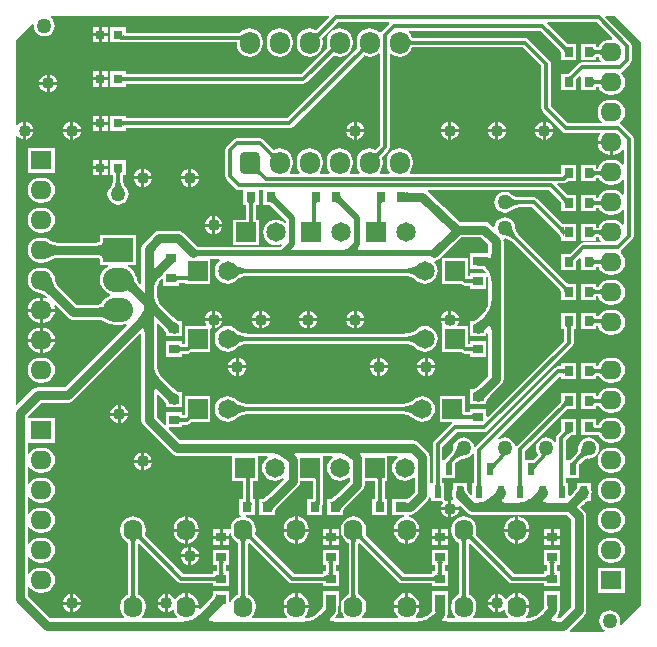
<source format=gtl>
G04*
G04 #@! TF.GenerationSoftware,Altium Limited,Altium Designer,18.1.6 (161)*
G04*
G04 Layer_Physical_Order=1*
G04 Layer_Color=255*
%FSTAX24Y24*%
%MOIN*%
G70*
G01*
G75*
%ADD17R,0.0335X0.0315*%
%ADD18R,0.0236X0.0394*%
%ADD19R,0.0315X0.0335*%
%ADD20R,0.0315X0.0315*%
%ADD35C,0.0120*%
%ADD36C,0.0120*%
%ADD37C,0.0300*%
%ADD38C,0.0200*%
%ADD39O,0.1000X0.0800*%
%ADD40R,0.1000X0.0800*%
%ADD41R,0.0709X0.0630*%
%ADD42O,0.0709X0.0630*%
%ADD43C,0.0650*%
%ADD44R,0.0650X0.0650*%
%ADD45O,0.0630X0.0709*%
G04:AMPARAMS|DCode=46|XSize=66.9mil|YSize=74.8mil|CornerRadius=16.7mil|HoleSize=0mil|Usage=FLASHONLY|Rotation=0.000|XOffset=0mil|YOffset=0mil|HoleType=Round|Shape=RoundedRectangle|*
%AMROUNDEDRECTD46*
21,1,0.0669,0.0413,0,0,0.0*
21,1,0.0335,0.0748,0,0,0.0*
1,1,0.0335,0.0167,-0.0207*
1,1,0.0335,-0.0167,-0.0207*
1,1,0.0335,-0.0167,0.0207*
1,1,0.0335,0.0167,0.0207*
%
%ADD46ROUNDEDRECTD46*%
%ADD47O,0.0669X0.0748*%
%ADD48C,0.0500*%
%ADD49C,0.0400*%
G36*
X038241Y03942D02*
X038223Y0394D01*
X038194Y039365D01*
X038183Y039349D01*
X038176Y039333D01*
X038171Y039319D01*
X038168Y039306D01*
X038168Y039293D01*
X038171Y039282D01*
X038177Y039271D01*
X038039Y039472D01*
X038046Y039463D01*
X038055Y039458D01*
X038065Y039455D01*
X038077Y039455D01*
X038089Y039459D01*
X038103Y039465D01*
X038118Y039474D01*
X038135Y039486D01*
X038152Y039501D01*
X038171Y039519D01*
X038241Y03942D01*
D02*
G37*
G36*
X038512Y040006D02*
X038077Y039571D01*
X038077Y039571D01*
X038072Y039575D01*
X037966Y039618D01*
X037853Y039633D01*
X037739Y039618D01*
X037634Y039575D01*
X037543Y039505D01*
X037473Y039414D01*
X037429Y039308D01*
X037414Y039195D01*
Y039116D01*
X037429Y039003D01*
X037473Y038897D01*
X037543Y038806D01*
X037634Y038736D01*
X037739Y038693D01*
X037853Y038678D01*
X037966Y038693D01*
X038072Y038736D01*
X038163Y038806D01*
X038232Y038897D01*
X038276Y039003D01*
X038291Y039116D01*
Y039195D01*
X038277Y039305D01*
X038277Y039305D01*
X038295Y039328D01*
X0388Y039832D01*
X040489D01*
X04051Y039782D01*
X040243Y039515D01*
X040231Y039498D01*
X04017Y039496D01*
X040163Y039505D01*
X040072Y039575D01*
X039966Y039618D01*
X039853Y039633D01*
X039739Y039618D01*
X039634Y039575D01*
X039543Y039505D01*
X039473Y039414D01*
X039429Y039308D01*
X039414Y039195D01*
Y039116D01*
X039429Y039003D01*
X03944Y038977D01*
X039432Y038967D01*
X039427Y03896D01*
X037096Y03663D01*
X03172D01*
Y036724D01*
X031206D01*
Y036209D01*
X03172D01*
Y036303D01*
X037164D01*
X037226Y036316D01*
X037279Y036351D01*
X03965Y038722D01*
X039656Y038727D01*
X039739Y038693D01*
X039853Y038678D01*
X039966Y038693D01*
X040072Y038736D01*
X040145Y038793D01*
X040195Y03877D01*
Y035728D01*
X040056Y035589D01*
X04005Y035584D01*
X039966Y035618D01*
X039853Y035633D01*
X039739Y035618D01*
X039634Y035575D01*
X039543Y035505D01*
X039473Y035414D01*
X039429Y035308D01*
X039414Y035195D01*
Y035116D01*
X039429Y035003D01*
X039473Y034897D01*
X039521Y034835D01*
X039496Y034785D01*
X039209D01*
X039185Y034835D01*
X039232Y034897D01*
X039276Y035003D01*
X039291Y035116D01*
Y035195D01*
X039276Y035308D01*
X039232Y035414D01*
X039163Y035505D01*
X039072Y035575D01*
X038966Y035618D01*
X038853Y035633D01*
X038739Y035618D01*
X038634Y035575D01*
X038543Y035505D01*
X038473Y035414D01*
X038429Y035308D01*
X038414Y035195D01*
Y035116D01*
X038429Y035003D01*
X038473Y034897D01*
X038521Y034835D01*
X038496Y034785D01*
X038209D01*
X038185Y034835D01*
X038232Y034897D01*
X038276Y035003D01*
X038291Y035116D01*
Y035195D01*
X038276Y035308D01*
X038232Y035414D01*
X038163Y035505D01*
X038072Y035575D01*
X037966Y035618D01*
X037853Y035633D01*
X037739Y035618D01*
X037634Y035575D01*
X037543Y035505D01*
X037473Y035414D01*
X037429Y035308D01*
X037414Y035195D01*
Y035116D01*
X037429Y035003D01*
X037473Y034897D01*
X037521Y034835D01*
X037496Y034785D01*
X037209D01*
X037185Y034835D01*
X037232Y034897D01*
X037276Y035003D01*
X037291Y035116D01*
Y035195D01*
X037276Y035308D01*
X037232Y035414D01*
X037163Y035505D01*
X037072Y035575D01*
X036966Y035618D01*
X036853Y035633D01*
X036739Y035618D01*
X036656Y035584D01*
X03665Y035589D01*
X036321Y035918D01*
X036268Y035954D01*
X036205Y035966D01*
X035425D01*
X035363Y035954D01*
X03531Y035918D01*
X035088Y035696D01*
X035052Y035643D01*
X03504Y035581D01*
Y034695D01*
X035052Y034632D01*
X035088Y03458D01*
X035383Y034284D01*
X035436Y034249D01*
X035498Y034236D01*
X035635D01*
Y033739D01*
X035729D01*
Y03325D01*
X035302D01*
Y0324D01*
X036152D01*
Y03325D01*
X036055D01*
Y033739D01*
X03615D01*
Y034236D01*
X036304D01*
Y033739D01*
X036524D01*
X036524Y033738D01*
X036549Y033721D01*
X036608Y033671D01*
X037066Y033213D01*
Y033157D01*
X037016Y033138D01*
X036941Y033196D01*
X036838Y033239D01*
X036727Y033253D01*
X036616Y033239D01*
X036512Y033196D01*
X036424Y033128D01*
X036356Y033039D01*
X036313Y032936D01*
X036298Y032825D01*
X036313Y032714D01*
X036356Y03261D01*
X036424Y032522D01*
X036512Y032454D01*
X036616Y032411D01*
X036727Y032396D01*
X036838Y032411D01*
X036901Y032437D01*
X03693Y032395D01*
X036875Y03234D01*
X034142D01*
X034115Y03234D01*
X034111Y03234D01*
X033643Y032808D01*
X03356Y032863D01*
X033463Y032883D01*
X032841D01*
X032743Y032863D01*
X032661Y032808D01*
X032318Y032466D01*
X032263Y032383D01*
X032244Y032285D01*
Y031234D01*
Y031125D01*
X032194Y031113D01*
X03219Y031118D01*
X032165Y03115D01*
X032143Y031183D01*
X032099Y03126D01*
X032081Y031298D01*
X032051Y031374D01*
X03205Y031381D01*
X03204Y031406D01*
X03203Y031435D01*
Y031435D01*
X03203Y031435D01*
X03203Y031435D01*
X03202Y031452D01*
X032Y031502D01*
X03192Y031607D01*
X031815Y031687D01*
X031783Y0317D01*
X031793Y03175D01*
X032063D01*
Y03275D01*
X030863D01*
Y032535D01*
X030862Y032528D01*
X030862Y032526D01*
X03086Y032524D01*
X030855Y03252D01*
X030844Y032513D01*
X030824Y032505D01*
X030796Y032498D01*
X03076Y032491D01*
X030733Y032489D01*
X029455D01*
X029427Y03249D01*
X029387Y032495D01*
X029349Y032502D01*
X029314Y03251D01*
X029283Y032521D01*
X029254Y032532D01*
X029228Y032545D01*
X029204Y03256D01*
X029179Y032578D01*
X029172Y032581D01*
X029153Y032597D01*
X029052Y032639D01*
X028943Y032653D01*
X028865D01*
X028756Y032639D01*
X028655Y032597D01*
X028569Y03253D01*
X028502Y032444D01*
X02846Y032343D01*
X028446Y032234D01*
X02846Y032126D01*
X028502Y032025D01*
X028569Y031938D01*
X028655Y031872D01*
X028756Y03183D01*
X028865Y031816D01*
X028943D01*
X029052Y03183D01*
X029153Y031872D01*
X029172Y031887D01*
X029179Y03189D01*
X029204Y031909D01*
X029228Y031923D01*
X029254Y031936D01*
X029283Y031948D01*
X029314Y031958D01*
X029349Y031967D01*
X029386Y031973D01*
X029453Y031979D01*
X030733D01*
X03076Y031977D01*
X030796Y031971D01*
X030824Y031963D01*
X030844Y031955D01*
X030855Y031948D01*
X03086Y031944D01*
X030862Y031942D01*
X030862Y03194D01*
X030863Y031933D01*
Y03175D01*
X031133D01*
X031143Y0317D01*
X031111Y031687D01*
X031006Y031607D01*
X030926Y031502D01*
X030876Y031381D01*
X030859Y03125D01*
X030876Y031119D01*
X030926Y030998D01*
X031006Y030893D01*
X031111Y030813D01*
X031198Y030777D01*
Y030723D01*
X031111Y030687D01*
X031006Y030607D01*
X030926Y030502D01*
X030901Y030442D01*
X030894Y03044D01*
X030856Y030432D01*
X030756Y030422D01*
X030076D01*
X029478Y03102D01*
X029464Y031037D01*
X029441Y031069D01*
X029421Y031101D01*
X029403Y031133D01*
X029388Y031166D01*
X029376Y0312D01*
X029366Y031234D01*
X029359Y03127D01*
X029354Y031309D01*
X029351Y031317D01*
X029351Y031319D01*
X02935Y031326D01*
X02935Y031326D01*
X029348Y031343D01*
X029306Y031444D01*
X029239Y03153D01*
X029153Y031597D01*
X029052Y031639D01*
X028943Y031653D01*
X028865D01*
X028756Y031639D01*
X028655Y031597D01*
X028569Y03153D01*
X028502Y031444D01*
X02846Y031343D01*
X028446Y031234D01*
X02846Y031126D01*
X028502Y031025D01*
X028569Y030938D01*
X028655Y030872D01*
X028756Y03083D01*
X028782Y030827D01*
X028789Y030824D01*
X028829Y030819D01*
X028864Y030811D01*
X028899Y0308D01*
X028934Y030787D01*
X028969Y03077D01*
X029003Y030751D01*
X029038Y030728D01*
X029072Y030702D01*
X029092Y030686D01*
X029109Y030669D01*
X02908Y030627D01*
X029052Y030639D01*
X028954Y030651D01*
Y030284D01*
X029355D01*
X029348Y030343D01*
X029336Y030371D01*
X029378Y0304D01*
X029791Y029987D01*
X029873Y029932D01*
X029971Y029912D01*
X030793D01*
X030813Y029911D01*
X030852Y029905D01*
X030892Y029896D01*
X030979Y029871D01*
X031021Y029855D01*
X031104Y029819D01*
X031111Y029813D01*
X031137Y029802D01*
X031163Y029789D01*
X031182Y029784D01*
X031183Y029783D01*
X031232Y029763D01*
X031363Y029746D01*
X031563D01*
X031694Y029763D01*
X031722Y029775D01*
X03175Y029732D01*
X029684Y027666D01*
X02879D01*
X028692Y027647D01*
X02861Y027592D01*
X028099Y027081D01*
X028053Y0271D01*
Y036028D01*
X028103Y036045D01*
X028132Y036007D01*
X028195Y035958D01*
X028268Y035928D01*
X028296Y035924D01*
Y03622D01*
Y036516D01*
X028268Y036513D01*
X028195Y036483D01*
X028132Y036434D01*
X028103Y036396D01*
X028053Y036413D01*
Y039225D01*
X028608Y03978D01*
X028655Y039757D01*
X028649Y039715D01*
X028661Y039623D01*
X028697Y039538D01*
X028753Y039465D01*
X028826Y039409D01*
X028911Y039374D01*
X029002Y039362D01*
X029094Y039374D01*
X029179Y039409D01*
X029252Y039465D01*
X029308Y039538D01*
X029343Y039623D01*
X029355Y039715D01*
X029343Y039806D01*
X029308Y039891D01*
X029252Y039964D01*
X029203Y040002D01*
X02922Y040052D01*
X038492D01*
X038512Y040006D01*
D02*
G37*
G36*
X041177Y039264D02*
X041181Y039254D01*
X041187Y039245D01*
X041196Y039237D01*
X041208Y03923D01*
X041222Y039225D01*
X041239Y039221D01*
X041259Y039218D01*
X041281Y039216D01*
X041306Y039216D01*
Y039096D01*
X041281Y039095D01*
X041259Y039093D01*
X041239Y03909D01*
X041222Y039086D01*
X041208Y039081D01*
X041196Y039074D01*
X041187Y039066D01*
X041181Y039057D01*
X041177Y039047D01*
X041176Y039036D01*
Y039275D01*
X041177Y039264D01*
D02*
G37*
G36*
X048903Y039172D02*
X048903Y020422D01*
X04823Y01975D01*
X048188Y019778D01*
X048193Y01979D01*
X048205Y019881D01*
X048193Y019972D01*
X048157Y020058D01*
X048101Y020131D01*
X048028Y020187D01*
X047943Y020222D01*
X047852Y020234D01*
X04776Y020222D01*
X047675Y020187D01*
X047602Y020131D01*
X047546Y020058D01*
X047511Y019972D01*
X047499Y019881D01*
X047511Y01979D01*
X047546Y019705D01*
X047602Y019631D01*
X047675Y019575D01*
X047684Y019571D01*
X047675Y019521D01*
X046543Y019521D01*
X046523Y019571D01*
X046998Y020046D01*
X047053Y020129D01*
X047072Y020226D01*
Y023376D01*
X047053Y023474D01*
X046998Y023556D01*
X046873Y023681D01*
X046949Y023757D01*
X047013Y023811D01*
X04704Y02383D01*
X047064Y023846D01*
X047085Y023856D01*
X0471Y023863D01*
X047109Y023865D01*
X047122Y023866D01*
X047122Y023867D01*
X047213D01*
Y023975D01*
X047213Y023978D01*
X047213Y023979D01*
Y02404D01*
X04723Y024066D01*
X047249Y024163D01*
X04723Y024261D01*
X047213Y024287D01*
Y02446D01*
X046889D01*
X046888Y02446D01*
X046885Y02446D01*
X046776D01*
Y02437D01*
X046776Y024369D01*
X046775Y024356D01*
X046772Y024347D01*
X046766Y024332D01*
X046755Y024312D01*
X04674Y024288D01*
X046721Y024262D01*
X046651Y02418D01*
X046511Y02404D01*
X046465Y024059D01*
Y02446D01*
X04639D01*
Y024609D01*
X046402Y024654D01*
X04644Y024654D01*
X046839D01*
Y025096D01*
X046839Y025096D01*
X046845Y025102D01*
X046845Y025103D01*
X046847Y025104D01*
X046892Y025149D01*
X046967Y025214D01*
X046999Y025239D01*
X047029Y02526D01*
X047055Y025275D01*
X047076Y025284D01*
X047092Y025289D01*
X0471Y025291D01*
X047114Y02529D01*
X047116Y025291D01*
X047117Y02529D01*
X047121Y025291D01*
X047152Y025287D01*
X047243Y025299D01*
X047328Y025334D01*
X047402Y02539D01*
X04743Y025427D01*
X047458Y025463D01*
X047501Y025441D01*
X04746Y025343D01*
X047446Y025234D01*
X04746Y025126D01*
X047502Y025025D01*
X047569Y024938D01*
X047655Y024872D01*
X047756Y02483D01*
X047865Y024816D01*
X047943D01*
X048052Y02483D01*
X048153Y024872D01*
X048239Y024938D01*
X048306Y025025D01*
X048348Y025126D01*
X048362Y025234D01*
X048348Y025343D01*
X048306Y025444D01*
X048239Y02553D01*
X048153Y025597D01*
X048052Y025639D01*
X047943Y025653D01*
X047865D01*
X047756Y025639D01*
X047655Y025597D01*
X047569Y02553D01*
X04753Y025479D01*
X047502Y025444D01*
X047459Y025465D01*
X047493Y025548D01*
X047505Y02564D01*
X047493Y025731D01*
X047458Y025816D01*
X047402Y025889D01*
X047328Y025945D01*
X047243Y025981D01*
X047152Y025993D01*
X047061Y025981D01*
X046975Y025945D01*
X046902Y025889D01*
X046846Y025816D01*
X046811Y025731D01*
X046799Y02564D01*
X046803Y025608D01*
X046802Y025605D01*
X046803Y025604D01*
X046802Y025602D01*
X046803Y025588D01*
X046801Y025579D01*
X046796Y025564D01*
X046787Y025543D01*
X046772Y025517D01*
X046753Y025489D01*
X04666Y025378D01*
X046616Y025335D01*
X046615Y025336D01*
X046594Y025309D01*
X04658Y025292D01*
X046556Y025265D01*
X046547Y025256D01*
X04654Y025249D01*
X046538Y025248D01*
X046402Y025248D01*
X04639Y025292D01*
Y025907D01*
X046507Y026024D01*
X046513Y026029D01*
X046525Y026038D01*
X046536Y026045D01*
X046546Y026051D01*
X046556Y026055D01*
X046564Y026058D01*
X046572Y02606D01*
X046579Y026061D01*
X04658Y026061D01*
X04674D01*
Y026596D01*
X046225D01*
Y026204D01*
X046209Y026187D01*
X046111Y02609D01*
X046076Y026037D01*
X046064Y025974D01*
Y025868D01*
X046014Y025851D01*
X045984Y025889D01*
X045911Y025945D01*
X045826Y025981D01*
X045735Y025993D01*
X045643Y025981D01*
X045558Y025945D01*
X045485Y025889D01*
X045429Y025816D01*
X045394Y025731D01*
X045382Y02564D01*
X045394Y025548D01*
X045429Y025463D01*
X04547Y025409D01*
X04534Y025279D01*
X045317Y025257D01*
X045305Y025248D01*
X045032D01*
Y025533D01*
X046411Y026913D01*
X046432Y026932D01*
X046448Y026945D01*
X046452Y026947D01*
X04674D01*
Y027482D01*
X046225D01*
Y027194D01*
X046221Y027189D01*
X046194Y027157D01*
X044753Y025716D01*
X044751Y025712D01*
X044699Y025724D01*
X044698Y025731D01*
X044662Y025816D01*
X044606Y025889D01*
X044533Y025945D01*
X044448Y025981D01*
X044357Y025993D01*
X044265Y025981D01*
X04418Y025945D01*
X044164Y025933D01*
X044131Y025971D01*
X046175Y028015D01*
X046225Y027994D01*
Y027931D01*
X04674D01*
Y028466D01*
X046225D01*
Y028362D01*
X046128D01*
X046066Y02835D01*
X046013Y028314D01*
X043377Y025678D01*
X043368Y025679D01*
X043325Y025691D01*
X04332Y025731D01*
X043284Y025816D01*
X043228Y025889D01*
X043155Y025945D01*
X04307Y025981D01*
X042979Y025993D01*
X042887Y025981D01*
X042802Y025945D01*
X042729Y025889D01*
X042673Y025816D01*
X042638Y025731D01*
X042626Y02564D01*
X042626Y025635D01*
X042625Y025618D01*
X042621Y025596D01*
X042612Y02557D01*
X042599Y02554D01*
X04258Y025507D01*
X042557Y025471D01*
X042529Y025433D01*
X042454Y025346D01*
X042371Y025263D01*
X042361Y025248D01*
X042276D01*
Y02569D01*
X042751Y026166D01*
X043668D01*
X04373Y026178D01*
X043783Y026213D01*
X046598Y029028D01*
X046633Y029081D01*
X046646Y029144D01*
Y029605D01*
X04674D01*
Y030139D01*
X046225D01*
Y029605D01*
X04632D01*
Y029211D01*
X043784Y026676D01*
X043738Y026695D01*
Y026941D01*
X043204D01*
Y026846D01*
X04303D01*
Y027368D01*
X04218D01*
Y026518D01*
X042589D01*
X042604Y026468D01*
X042568Y026444D01*
X041997Y025873D01*
X041962Y02582D01*
X041949Y025758D01*
Y024496D01*
X041936Y024482D01*
X041873Y024482D01*
X04186Y024496D01*
Y025341D01*
X04184Y025438D01*
X041785Y025521D01*
X041486Y02582D01*
X041403Y025875D01*
X041306Y025895D01*
X033537D01*
X033151Y026281D01*
X03317Y026327D01*
X0336D01*
Y026422D01*
X033754D01*
X033817Y026434D01*
X03387Y026469D01*
X033918Y026518D01*
X034538D01*
Y027368D01*
X033688D01*
Y026749D01*
X033687Y026748D01*
X0336D01*
Y026842D01*
X033066D01*
Y026431D01*
X03302Y026412D01*
X032753Y026678D01*
Y027408D01*
X0328Y027427D01*
X032954Y027272D01*
X033009Y027205D01*
X033029Y027177D01*
X033044Y027152D01*
X033055Y027131D01*
X033061Y027115D01*
X033064Y027103D01*
X033065Y027088D01*
X033066Y027087D01*
Y026996D01*
X033161D01*
X033164Y026996D01*
X033168Y026996D01*
X033173D01*
X033176Y026996D01*
X033177Y026996D01*
X0336D01*
Y0274D01*
X033601Y027401D01*
X0336Y027404D01*
X033601Y027407D01*
X0336Y027411D01*
Y027511D01*
X03351D01*
X033509Y027512D01*
X033493Y027513D01*
X033482Y027516D01*
X033466Y027522D01*
X033444Y027533D01*
X033419Y027549D01*
X033393Y027567D01*
X033308Y027639D01*
X032892Y028056D01*
X032866Y028088D01*
X032839Y028128D01*
X032816Y028169D01*
X032796Y028212D01*
X03278Y028256D01*
X032767Y028302D01*
X032758Y028349D01*
X032753Y02839D01*
Y02977D01*
X0328Y029789D01*
X032954Y029634D01*
X033009Y029567D01*
X033029Y02954D01*
X033044Y029515D01*
X033055Y029493D01*
X033061Y029477D01*
X033064Y029466D01*
X033065Y029451D01*
X033066Y029449D01*
Y029359D01*
X033161D01*
X033164Y029358D01*
X033168Y029359D01*
X033173D01*
X033176Y029358D01*
X033177Y029359D01*
X0336D01*
Y029762D01*
X033601Y029763D01*
X0336Y029766D01*
X033601Y029769D01*
X0336Y029774D01*
Y029874D01*
X03351D01*
X033509Y029874D01*
X033493Y029875D01*
X033482Y029878D01*
X033466Y029885D01*
X033444Y029895D01*
X033419Y029911D01*
X033393Y029929D01*
X033308Y030002D01*
X032892Y030418D01*
X032866Y03045D01*
X032839Y03049D01*
X032816Y030531D01*
X032796Y030574D01*
X03278Y030618D01*
X032767Y030664D01*
X032758Y030712D01*
X032753Y030752D01*
Y030933D01*
X032758Y030973D01*
X032767Y031021D01*
X03278Y031067D01*
X032796Y031111D01*
X032816Y031154D01*
X032839Y031195D01*
X032866Y031235D01*
X032892Y031267D01*
X032921Y031296D01*
X032967Y031277D01*
Y031044D01*
X033502D01*
Y031138D01*
X033688D01*
Y03112D01*
X033779D01*
X03378Y03112D01*
X033784Y03112D01*
X033784D01*
X033788Y03112D01*
X033792Y03112D01*
X034538D01*
Y031932D01*
X034836D01*
X034853Y031882D01*
X034809Y031848D01*
X034741Y03176D01*
X034699Y031656D01*
X034684Y031545D01*
X034699Y031434D01*
X034741Y031331D01*
X034809Y031242D01*
X034898Y031174D01*
X035002Y031131D01*
X035113Y031117D01*
X035224Y031131D01*
X035327Y031174D01*
X035416Y031242D01*
X035421Y03125D01*
X035444Y031269D01*
X035475Y031291D01*
X035512Y031311D01*
X035556Y031329D01*
X035606Y031345D01*
X035662Y031359D01*
X035724Y031369D01*
X035872Y031382D01*
X035893Y031382D01*
X040879D01*
X04101Y031377D01*
X041078Y031369D01*
X041141Y031359D01*
X041198Y031345D01*
X041248Y031329D01*
X041292Y031311D01*
X041329Y031291D01*
X04136Y031269D01*
X041383Y03125D01*
X041388Y031242D01*
X041477Y031174D01*
X04158Y031131D01*
X041691Y031117D01*
X041802Y031131D01*
X041906Y031174D01*
X041994Y031242D01*
X042063Y031331D01*
X042105Y031434D01*
X04212Y031545D01*
X042105Y031656D01*
X042063Y03176D01*
X042007Y031832D01*
X042019Y03188D01*
X042025Y031887D01*
X042092Y0319D01*
X042175Y031956D01*
X042887Y032668D01*
X043562D01*
X043807Y032424D01*
Y03217D01*
X043783Y03215D01*
X043738Y032137D01*
X043738Y032137D01*
X043738Y032137D01*
X043204D01*
Y031622D01*
X043624D01*
X043668Y031578D01*
X043694Y031546D01*
X043713Y031518D01*
X043701Y031485D01*
X043685Y031468D01*
X043204D01*
Y031374D01*
X043116D01*
Y03197D01*
X042266D01*
Y03112D01*
X042886D01*
X042911Y031095D01*
X042964Y03106D01*
X043026Y031047D01*
X043204D01*
Y030953D01*
X043738D01*
Y031343D01*
X043788Y031349D01*
X043793Y031332D01*
X043802Y031284D01*
X043807Y031244D01*
Y030508D01*
X043802Y030468D01*
X043793Y03042D01*
X04378Y030374D01*
X043764Y03033D01*
X043744Y030287D01*
X043721Y030246D01*
X043694Y030206D01*
X043668Y030174D01*
X043479Y029985D01*
X043412Y02993D01*
X043385Y029911D01*
X043359Y029895D01*
X043338Y029885D01*
X043322Y029878D01*
X043311Y029875D01*
X043295Y029874D01*
X043294Y029874D01*
X043204D01*
Y029774D01*
X043203Y029769D01*
X043204Y029766D01*
X043203Y029763D01*
X043204Y029762D01*
Y029359D01*
X043627D01*
X043628Y029358D01*
X043631Y029359D01*
X043636D01*
X04364Y029358D01*
X043643Y029359D01*
X043738D01*
Y029449D01*
X043739Y029451D01*
X04374Y029466D01*
X043742Y029473D01*
X043751Y02948D01*
X043759Y029484D01*
X043807Y029452D01*
Y028049D01*
X043479Y027721D01*
X043412Y027666D01*
X043385Y027647D01*
X043359Y027632D01*
X043338Y027621D01*
X043322Y027614D01*
X043311Y027612D01*
X043295Y02761D01*
X043294Y02761D01*
X043204D01*
Y02751D01*
X043203Y027506D01*
X043204Y027502D01*
X043203Y027499D01*
X043204Y027498D01*
Y027095D01*
X043627D01*
X043628Y027095D01*
X043631Y027095D01*
X043636D01*
X04364Y027094D01*
X043643Y027095D01*
X043738D01*
Y027186D01*
X043739Y027187D01*
X04374Y027202D01*
X043743Y027213D01*
X043749Y02723D01*
X04376Y027251D01*
X043775Y027276D01*
X043794Y027303D01*
X043866Y027387D01*
X044242Y027763D01*
X044297Y027845D01*
X044316Y027943D01*
Y030207D01*
Y031545D01*
Y03253D01*
X044305Y032586D01*
X044347Y032631D01*
X044357Y032629D01*
X044362Y03263D01*
X044379Y032629D01*
X044401Y032624D01*
X044427Y032616D01*
X044456Y032602D01*
X04449Y032584D01*
X044526Y03256D01*
X044564Y032532D01*
X04465Y032458D01*
X04619Y030918D01*
X046208Y030899D01*
X04622Y030884D01*
X046225Y030876D01*
Y030589D01*
X04674D01*
Y031124D01*
X046452D01*
X046449Y031126D01*
X046416Y031153D01*
X044881Y032689D01*
X044807Y032775D01*
X044779Y032813D01*
X044755Y032849D01*
X044737Y032883D01*
X044723Y032912D01*
X044715Y032938D01*
X04471Y03296D01*
X044709Y032977D01*
X04471Y032982D01*
X044698Y033074D01*
X044662Y033159D01*
X044606Y033232D01*
X044533Y033288D01*
X044448Y033323D01*
X044357Y033335D01*
X044265Y033323D01*
X04418Y033288D01*
X044107Y033232D01*
X044051Y033159D01*
X044016Y033074D01*
X044008Y033014D01*
X043955Y032996D01*
X043848Y033103D01*
X043765Y033159D01*
X043668Y033178D01*
X042866D01*
X041781Y034186D01*
X041785Y034212D01*
X041798Y034236D01*
X045825D01*
X04619Y033871D01*
X046208Y033852D01*
X04622Y033836D01*
X046225Y033829D01*
Y033542D01*
X04674D01*
Y034076D01*
X046452D01*
X046449Y034078D01*
X046416Y034106D01*
X04611Y034412D01*
X046129Y034458D01*
X046311D01*
X046373Y034471D01*
X046426Y034506D01*
X046446Y034526D01*
X04674D01*
Y035061D01*
X046225D01*
Y034785D01*
X041209D01*
X041185Y034835D01*
X041232Y034897D01*
X041276Y035003D01*
X041291Y035116D01*
Y035195D01*
X041276Y035308D01*
X041232Y035414D01*
X041163Y035505D01*
X041072Y035575D01*
X040966Y035618D01*
X040853Y035633D01*
X040739Y035618D01*
X040634Y035575D01*
X040543Y035505D01*
X040473Y035414D01*
X040429Y035308D01*
X040414Y035195D01*
Y035116D01*
X040429Y035003D01*
X040473Y034897D01*
X040521Y034835D01*
X040496Y034785D01*
X040209D01*
X040185Y034835D01*
X040232Y034897D01*
X040276Y035003D01*
X040291Y035116D01*
Y035195D01*
X040276Y035308D01*
X040266Y035334D01*
X040273Y035344D01*
X040279Y035351D01*
X040473Y035546D01*
X040509Y035598D01*
X040521Y035661D01*
Y03876D01*
X040571Y038784D01*
X040634Y038736D01*
X040739Y038693D01*
X040853Y038678D01*
X040966Y038693D01*
X041072Y038736D01*
X041163Y038806D01*
X041232Y038897D01*
X041272Y038992D01*
X041278Y038992D01*
X044947D01*
X045572Y038367D01*
Y036959D01*
X045584Y036896D01*
X045619Y036843D01*
X04627Y036192D01*
X046323Y036157D01*
X046386Y036144D01*
X047518D01*
X047542Y036095D01*
X047502Y036042D01*
X04746Y035941D01*
X047453Y035883D01*
X047904D01*
Y035833D01*
X047954D01*
Y035416D01*
X048052Y035428D01*
X048153Y03547D01*
X048239Y035537D01*
X048277Y035586D01*
X048327Y035569D01*
Y035096D01*
X048277Y035079D01*
X048239Y035129D01*
X048153Y035195D01*
X048052Y035237D01*
X047943Y035251D01*
X047865D01*
X047756Y035237D01*
X047655Y035195D01*
X047569Y035129D01*
X047502Y035042D01*
X047467Y034957D01*
X047461Y034956D01*
X047409D01*
Y035061D01*
X046894D01*
Y034526D01*
X047409D01*
Y03463D01*
X047478D01*
X047487Y034629D01*
X0475Y034628D01*
X047502Y034623D01*
X047569Y034537D01*
X047655Y03447D01*
X047756Y034428D01*
X047865Y034414D01*
X047943D01*
X048052Y034428D01*
X048153Y03447D01*
X048239Y034537D01*
X048277Y034586D01*
X048327Y034569D01*
Y034096D01*
X048277Y034079D01*
X048239Y034129D01*
X048153Y034195D01*
X048052Y034237D01*
X047943Y034251D01*
X047865D01*
X047756Y034237D01*
X047655Y034195D01*
X047569Y034129D01*
X047502Y034042D01*
X047474Y033973D01*
X047472Y033973D01*
X047463Y033972D01*
X047409D01*
Y034076D01*
X046894D01*
Y033542D01*
X047409D01*
Y033646D01*
X047473D01*
X047482Y033645D01*
X047494Y033644D01*
X047502Y033623D01*
X047569Y033537D01*
X047655Y03347D01*
X047756Y033428D01*
X047865Y033414D01*
X047943D01*
X048052Y033428D01*
X048153Y03347D01*
X048239Y033537D01*
X048277Y033586D01*
X048327Y033569D01*
Y033096D01*
X048277Y033079D01*
X048239Y033129D01*
X048153Y033195D01*
X048052Y033237D01*
X047943Y033251D01*
X047865D01*
X047756Y033237D01*
X047655Y033195D01*
X047569Y033129D01*
X047502Y033042D01*
X04748Y03299D01*
X047473Y032989D01*
X047465Y032988D01*
X047409D01*
Y033092D01*
X046894D01*
Y032557D01*
X047409D01*
Y032662D01*
X047468D01*
X047477Y032661D01*
X047487Y032659D01*
X047502Y032623D01*
X047562Y032546D01*
X047547Y032496D01*
X046975D01*
X046912Y032483D01*
X046859Y032448D01*
X046554Y032142D01*
X046533Y032123D01*
X046517Y032111D01*
X046514Y032108D01*
X046225D01*
Y031573D01*
X04674D01*
Y031861D01*
X046744Y031867D01*
X046771Y031898D01*
X046848Y031975D01*
X046894Y031956D01*
Y031573D01*
X047409D01*
Y031677D01*
X047465D01*
X047473Y031677D01*
X04748Y031676D01*
X047502Y031623D01*
X047569Y031537D01*
X047655Y03147D01*
X047756Y031428D01*
X047865Y031414D01*
X047943D01*
X048052Y031428D01*
X048153Y03147D01*
X048239Y031537D01*
X048306Y031623D01*
X048348Y031724D01*
X048362Y031833D01*
X048348Y031941D01*
X048306Y032042D01*
X048239Y032129D01*
X048215Y032147D01*
X048217Y032209D01*
X04823Y032217D01*
X048606Y032593D01*
X048641Y032646D01*
X048654Y032708D01*
Y035957D01*
X048641Y03602D01*
X048606Y036072D01*
X048255Y036423D01*
X048211Y036452D01*
X048203Y03649D01*
X048203Y036509D01*
X048239Y036537D01*
X048306Y036623D01*
X048348Y036724D01*
X048362Y036833D01*
X048348Y036941D01*
X048306Y037042D01*
X048239Y037129D01*
X048153Y037195D01*
X048052Y037237D01*
X047943Y037251D01*
X047865D01*
X047756Y037237D01*
X047655Y037195D01*
X047569Y037129D01*
X047502Y037042D01*
X04746Y036941D01*
X047446Y036833D01*
X04746Y036724D01*
X047502Y036623D01*
X047569Y036537D01*
X047593Y036518D01*
X047577Y036471D01*
X046453D01*
X045898Y037026D01*
Y038435D01*
X045885Y038497D01*
X04585Y03855D01*
X04513Y039271D01*
X045077Y039306D01*
X045014Y039319D01*
X041278D01*
X041272Y039319D01*
X041232Y039414D01*
X041165Y039501D01*
X04117Y039526D01*
X041179Y039551D01*
X045529D01*
X04619Y038891D01*
X046208Y038871D01*
X04622Y038856D01*
X046225Y038849D01*
Y038561D01*
X04674D01*
Y039096D01*
X046452D01*
X046449Y039098D01*
X046416Y039126D01*
X04576Y039782D01*
X045781Y039832D01*
X047411D01*
X047942Y039301D01*
X047921Y039251D01*
X047865D01*
X047756Y039237D01*
X047655Y039195D01*
X047569Y039129D01*
X047502Y039042D01*
X047484Y038997D01*
X047484Y038997D01*
X047484Y038997D01*
X047482Y038994D01*
X047474Y038993D01*
X047465Y038992D01*
X047409D01*
Y039096D01*
X046894D01*
Y038561D01*
X047409D01*
Y038666D01*
X047466D01*
X047475Y038665D01*
X047485Y038663D01*
X047502Y038623D01*
X047559Y03855D01*
X04754Y0385D01*
X046916D01*
X046853Y038487D01*
X0468Y038452D01*
X046491Y038142D01*
X046481Y038134D01*
X046466Y038122D01*
X046453Y038113D01*
X046451Y038112D01*
X046432D01*
X046431Y038112D01*
X04643Y038112D01*
X046423D01*
X046418Y038113D01*
X046415Y038112D01*
X046225D01*
Y037577D01*
X04674D01*
Y037878D01*
X04674Y037879D01*
X04674Y03788D01*
Y037901D01*
X04674Y037902D01*
X04674Y037902D01*
Y037926D01*
X046768Y037958D01*
X046848Y038038D01*
X046894Y038019D01*
Y037577D01*
X047409D01*
Y037681D01*
X047464D01*
X047473Y037681D01*
X047479Y03768D01*
X047502Y037623D01*
X047569Y037537D01*
X047655Y03747D01*
X047756Y037428D01*
X047865Y037414D01*
X047943D01*
X048052Y037428D01*
X048153Y03747D01*
X048239Y037537D01*
X048306Y037623D01*
X048348Y037724D01*
X048362Y037833D01*
X048348Y037941D01*
X048306Y038042D01*
X048239Y038129D01*
X048237Y038131D01*
X048249Y038184D01*
X048258Y038186D01*
X048311Y038221D01*
X048534Y038444D01*
X048569Y038497D01*
X048581Y03856D01*
Y039056D01*
X048569Y039118D01*
X048534Y039171D01*
X047699Y040006D01*
X047718Y040052D01*
X048023D01*
X048903Y039172D01*
D02*
G37*
G36*
X039692Y038825D02*
X039684Y038833D01*
X039674Y038838D01*
X039664Y03884D01*
X039652Y038839D01*
X039639Y038835D01*
X039625Y038829D01*
X039609Y038819D01*
X039593Y038807D01*
X039575Y038792D01*
X039556Y038774D01*
X039478Y038866D01*
X039496Y038885D01*
X039512Y038903D01*
X039525Y03892D01*
X039535Y038936D01*
X039542Y038951D01*
X039547Y038965D01*
X039549Y038977D01*
X039548Y038989D01*
X039544Y039D01*
X039538Y03901D01*
X039692Y038825D01*
D02*
G37*
G36*
X046342Y039055D02*
X046387Y039017D01*
X046406Y039003D01*
X046424Y038993D01*
X04644Y038986D01*
X046454Y038983D01*
X046467Y038983D01*
X046477Y038987D01*
X046486Y038994D01*
X046328Y038815D01*
X046334Y038825D01*
X046337Y038836D01*
X046336Y038849D01*
X046333Y038864D01*
X046326Y03888D01*
X046316Y038898D01*
X046302Y038917D01*
X046285Y038938D01*
X046242Y038985D01*
X046317Y03908D01*
X046342Y039055D01*
D02*
G37*
G36*
X047576Y038709D02*
X047575Y038721D01*
X04757Y038731D01*
X047563Y03874D01*
X047553Y038747D01*
X047541Y038754D01*
X047525Y038759D01*
X047507Y038763D01*
X047486Y038766D01*
X047463Y038768D01*
X047436Y038769D01*
X047435Y038889D01*
X047461Y038889D01*
X047485Y038891D01*
X047506Y038894D01*
X047524Y038898D01*
X047539Y038904D01*
X047551Y03891D01*
X047561Y038918D01*
X047568Y038927D01*
X047572Y038937D01*
X047573Y038948D01*
X047576Y038709D01*
D02*
G37*
G36*
X047308Y038937D02*
X047312Y038927D01*
X047318Y038918D01*
X047326Y03891D01*
X047337Y038904D01*
X047351Y038898D01*
X047366Y038894D01*
X047385Y038891D01*
X047405Y038889D01*
X047428Y038889D01*
Y038769D01*
X047405Y038768D01*
X047385Y038766D01*
X047366Y038763D01*
X047351Y038759D01*
X047337Y038754D01*
X047326Y038747D01*
X047318Y038739D01*
X047312Y03873D01*
X047308Y03872D01*
X047307Y038709D01*
Y038949D01*
X047308Y038937D01*
D02*
G37*
G36*
X046724Y03806D02*
X046698Y038033D01*
X046658Y037986D01*
X046643Y037966D01*
X046633Y037948D01*
X046626Y037932D01*
X046624Y037918D01*
X046625Y037907D01*
X04663Y037897D01*
X046639Y03789D01*
X04642Y038011D01*
X046432Y038006D01*
X046444Y038004D01*
X046458Y038006D01*
X046473Y03801D01*
X04649Y038017D01*
X046507Y038027D01*
X046526Y03804D01*
X046546Y038055D01*
X046567Y038074D01*
X04659Y038095D01*
X046724Y03806D01*
D02*
G37*
G36*
X047571Y037725D02*
X04757Y037736D01*
X047566Y037746D01*
X047559Y037755D01*
X04755Y037763D01*
X047538Y03777D01*
X047523Y037775D01*
X047505Y037779D01*
X047484Y037782D01*
X04746Y037784D01*
X047434Y037784D01*
X047438Y037904D01*
X047465Y037905D01*
X047489Y037907D01*
X04751Y03791D01*
X047528Y037914D01*
X047544Y037919D01*
X047556Y037926D01*
X047567Y037934D01*
X047574Y037943D01*
X047578Y037953D01*
X04758Y037964D01*
X047571Y037725D01*
D02*
G37*
G36*
X047308Y037953D02*
X047312Y037943D01*
X047318Y037934D01*
X047326Y037926D01*
X047337Y037919D01*
X047351Y037914D01*
X047366Y03791D01*
X047385Y037907D01*
X047405Y037905D01*
X047428Y037904D01*
Y037784D01*
X047405Y037784D01*
X047385Y037782D01*
X047366Y037779D01*
X047351Y037775D01*
X047337Y037769D01*
X047326Y037763D01*
X047318Y037755D01*
X047312Y037746D01*
X047308Y037736D01*
X047307Y037724D01*
Y037964D01*
X047308Y037953D01*
D02*
G37*
G36*
X031619Y036575D02*
X031623Y036565D01*
X031629Y036556D01*
X031637Y036548D01*
X031648Y036542D01*
X031662Y036536D01*
X031677Y036532D01*
X031696Y036529D01*
X031716Y036527D01*
X031739Y036527D01*
Y036407D01*
X031716Y036406D01*
X031696Y036404D01*
X031677Y036401D01*
X031662Y036397D01*
X031648Y036392D01*
X031637Y036385D01*
X031629Y036377D01*
X031623Y036368D01*
X031619Y036358D01*
X031618Y036347D01*
Y036587D01*
X031619Y036575D01*
D02*
G37*
G36*
X040227Y035445D02*
X040209Y035426D01*
X040194Y035408D01*
X040181Y035391D01*
X040171Y035375D01*
X040163Y03536D01*
X040159Y035346D01*
X040157Y035334D01*
X040158Y035322D01*
X040161Y035311D01*
X040168Y035301D01*
X040014Y035486D01*
X040022Y035478D01*
X040031Y035473D01*
X040042Y035471D01*
X040054Y035472D01*
X040067Y035476D01*
X040081Y035482D01*
X040096Y035492D01*
X040113Y035504D01*
X040131Y035519D01*
X04015Y035537D01*
X040227Y035445D01*
D02*
G37*
G36*
X036575Y035519D02*
X036593Y035504D01*
X036609Y035492D01*
X036625Y035482D01*
X036639Y035476D01*
X036652Y035472D01*
X036663Y035471D01*
X036674Y035473D01*
X036684Y035478D01*
X036692Y035486D01*
X036538Y035301D01*
X036544Y035311D01*
X036548Y035322D01*
X036549Y035334D01*
X036547Y035346D01*
X036542Y03536D01*
X036535Y035375D01*
X036525Y035391D01*
X036512Y035408D01*
X036496Y035426D01*
X036478Y035445D01*
X036556Y035537D01*
X036575Y035519D01*
D02*
G37*
G36*
X036181Y03498D02*
X036179Y034968D01*
X03618Y034954D01*
X036183Y03494D01*
X03619Y034924D01*
X0362Y034907D01*
X036212Y034888D01*
X036228Y034869D01*
X036246Y034848D01*
X036267Y034826D01*
X036198Y034726D01*
X036176Y034746D01*
X036138Y034778D01*
X036121Y034789D01*
X036106Y034797D01*
X036092Y034801D01*
X03608Y034803D01*
X036069Y034801D01*
X03606Y034795D01*
X036053Y034787D01*
X036186Y03499D01*
X036181Y03498D01*
D02*
G37*
G36*
X047595Y034674D02*
X047592Y034685D01*
X047587Y034695D01*
X047578Y034704D01*
X047567Y034712D01*
X047554Y034718D01*
X047538Y034724D01*
X047519Y034728D01*
X047498Y034731D01*
X047474Y034733D01*
X047447Y034733D01*
X047431Y034853D01*
X047458Y034854D01*
X047481Y034856D01*
X047502Y034859D01*
X047519Y034863D01*
X047534Y034868D01*
X047545Y034875D01*
X047554Y034883D01*
X04756Y034891D01*
X047562Y034902D01*
X047562Y034913D01*
X047595Y034674D01*
D02*
G37*
G36*
X047308Y034902D02*
X047312Y034892D01*
X047318Y034883D01*
X047326Y034875D01*
X047337Y034868D01*
X047351Y034863D01*
X047366Y034859D01*
X047385Y034856D01*
X047405Y034854D01*
X047428Y034853D01*
Y034733D01*
X047405Y034733D01*
X047385Y034731D01*
X047366Y034728D01*
X047351Y034724D01*
X047337Y034718D01*
X047326Y034712D01*
X047318Y034704D01*
X047312Y034695D01*
X047308Y034685D01*
X047307Y034673D01*
Y034913D01*
X047308Y034902D01*
D02*
G37*
G36*
X041051Y034169D02*
X04106Y034166D01*
X041075Y034164D01*
X041096Y034162D01*
X041195Y034157D01*
X041348Y034156D01*
Y033856D01*
X041048Y03384D01*
Y034172D01*
X041051Y034169D01*
D02*
G37*
G36*
X046342Y034036D02*
X046387Y033998D01*
X046406Y033984D01*
X046424Y033973D01*
X04644Y033967D01*
X046454Y033963D01*
X046467Y033963D01*
X046477Y033967D01*
X046486Y033974D01*
X046328Y033796D01*
X046334Y033805D01*
X046337Y033817D01*
X046336Y03383D01*
X046333Y033844D01*
X046326Y03386D01*
X046316Y033878D01*
X046302Y033897D01*
X046285Y033918D01*
X046242Y033965D01*
X046317Y03406D01*
X046342Y034036D01*
D02*
G37*
G36*
X040272Y033839D02*
X040262Y033835D01*
X040253Y033829D01*
X040245Y033821D01*
X040239Y03381D01*
X040233Y033797D01*
X040229Y033781D01*
X040226Y033763D01*
X040224Y033743D01*
X040224Y03372D01*
X040104D01*
X040103Y033743D01*
X0401Y033781D01*
X040098Y033797D01*
X040094Y03381D01*
X04009Y033821D01*
X040086Y033829D01*
X04008Y033835D01*
X040074Y033839D01*
X040067Y03384D01*
X040284D01*
X040272Y033839D01*
D02*
G37*
G36*
X038107D02*
X038097Y033835D01*
X038088Y033829D01*
X03808Y033821D01*
X038073Y03381D01*
X038068Y033797D01*
X038064Y033781D01*
X038061Y033763D01*
X038059Y033743D01*
X038058Y03372D01*
X037938D01*
X037938Y033743D01*
X037935Y033781D01*
X037932Y033797D01*
X037929Y03381D01*
X037925Y033821D01*
X03792Y033829D01*
X037915Y033835D01*
X037908Y033839D01*
X037901Y03384D01*
X038118D01*
X038107Y033839D01*
D02*
G37*
G36*
X036001D02*
X035991Y033835D01*
X035982Y033829D01*
X035974Y033821D01*
X035967Y03381D01*
X035962Y033797D01*
X035958Y033781D01*
X035955Y033763D01*
X035953Y033743D01*
X035952Y03372D01*
X035832D01*
X035832Y033743D01*
X03583Y033763D01*
X035827Y033781D01*
X035823Y033797D01*
X035817Y03381D01*
X035811Y033821D01*
X035803Y033829D01*
X035794Y033835D01*
X035784Y033839D01*
X035772Y03384D01*
X036012D01*
X036001Y033839D01*
D02*
G37*
G36*
X038871Y034117D02*
X038866Y034098D01*
X038866Y034077D01*
X038872Y034052D01*
X038884Y034025D01*
X038901Y033996D01*
X038923Y033963D01*
X038951Y033928D01*
X039024Y03385D01*
X038893Y033698D01*
X038851Y033739D01*
X038777Y033802D01*
X038744Y033824D01*
X038715Y033842D01*
X038688Y033853D01*
X038664Y033859D01*
X038643Y033858D01*
X038625Y033853D01*
X03861Y033841D01*
X038882Y034132D01*
X038871Y034117D01*
D02*
G37*
G36*
X036706D02*
X036701Y034098D01*
X036701Y034077D01*
X036707Y034052D01*
X036718Y034025D01*
X036735Y033996D01*
X036758Y033963D01*
X036786Y033928D01*
X036859Y03385D01*
X036728Y033698D01*
X036686Y033739D01*
X036612Y033802D01*
X036579Y033824D01*
X036549Y033842D01*
X036522Y033853D01*
X036499Y033859D01*
X036478Y033858D01*
X03646Y033853D01*
X036445Y033841D01*
X036716Y034132D01*
X036706Y034117D01*
D02*
G37*
G36*
X047587Y03369D02*
X047584Y033701D01*
X047579Y033711D01*
X047572Y03372D01*
X047561Y033728D01*
X047548Y033734D01*
X047532Y03374D01*
X047514Y033744D01*
X047493Y033747D01*
X047469Y033748D01*
X047442Y033749D01*
X047433Y033869D01*
X047459Y03387D01*
X047483Y033871D01*
X047503Y033874D01*
X047521Y033879D01*
X047536Y033884D01*
X047548Y033891D01*
X047557Y033898D01*
X047563Y033907D01*
X047567Y033917D01*
X047567Y033929D01*
X047587Y03369D01*
D02*
G37*
G36*
X047308Y033918D02*
X047312Y033907D01*
X047318Y033898D01*
X047326Y033891D01*
X047337Y033884D01*
X047351Y033879D01*
X047366Y033874D01*
X047385Y033871D01*
X047405Y03387D01*
X047428Y033869D01*
Y033749D01*
X047405Y033748D01*
X047385Y033747D01*
X047366Y033744D01*
X047351Y033739D01*
X047337Y033734D01*
X047326Y033727D01*
X047318Y03372D01*
X047312Y033711D01*
X047308Y0337D01*
X047307Y033689D01*
Y033929D01*
X047308Y033918D01*
D02*
G37*
G36*
X040224Y033246D02*
X040226Y033225D01*
X040229Y033207D01*
X040233Y033191D01*
X040239Y033178D01*
X040245Y033167D01*
X040253Y033158D01*
X040262Y033152D01*
X040272Y033149D01*
X040284Y033147D01*
X040044D01*
X040055Y033149D01*
X040065Y033152D01*
X040074Y033158D01*
X040082Y033167D01*
X040089Y033178D01*
X040094Y033191D01*
X040098Y033207D01*
X040101Y033225D01*
X040103Y033246D01*
X040104Y033269D01*
X040224D01*
X040224Y033246D01*
D02*
G37*
G36*
X038059D02*
X038061Y033225D01*
X038064Y033207D01*
X038068Y033191D01*
X038073Y033178D01*
X03808Y033167D01*
X038088Y033158D01*
X038097Y033152D01*
X038107Y033149D01*
X038118Y033147D01*
X037878D01*
X03789Y033149D01*
X0379Y033152D01*
X037909Y033158D01*
X037917Y033167D01*
X037923Y033178D01*
X037929Y033191D01*
X037933Y033207D01*
X037936Y033225D01*
X037938Y033246D01*
X037938Y033269D01*
X038058D01*
X038059Y033246D01*
D02*
G37*
G36*
X035953D02*
X035955Y033225D01*
X035958Y033207D01*
X035962Y033191D01*
X035967Y033178D01*
X035974Y033167D01*
X035982Y033158D01*
X035991Y033152D01*
X036001Y033149D01*
X036012Y033147D01*
X035772D01*
X035784Y033149D01*
X035794Y033152D01*
X035803Y033158D01*
X035811Y033167D01*
X035817Y033178D01*
X035823Y033191D01*
X035827Y033207D01*
X03583Y033225D01*
X035832Y033246D01*
X035832Y033269D01*
X035952D01*
X035953Y033246D01*
D02*
G37*
G36*
X047578Y032705D02*
X047577Y032717D01*
X047572Y032727D01*
X047565Y032736D01*
X047555Y032743D01*
X047542Y03275D01*
X047527Y032755D01*
X047508Y032759D01*
X047488Y032762D01*
X047464Y032764D01*
X047437Y032765D01*
X047434Y032885D01*
X047461Y032885D01*
X047484Y032887D01*
X047505Y03289D01*
X047523Y032894D01*
X047538Y0329D01*
X047551Y032906D01*
X04756Y032914D01*
X047567Y032923D01*
X047571Y032933D01*
X047572Y032944D01*
X047578Y032705D01*
D02*
G37*
G36*
X047308Y032933D02*
X047312Y032923D01*
X047318Y032914D01*
X047326Y032906D01*
X047337Y0329D01*
X047351Y032894D01*
X047366Y03289D01*
X047385Y032887D01*
X047405Y032885D01*
X047428Y032885D01*
Y032765D01*
X047405Y032764D01*
X047385Y032762D01*
X047366Y032759D01*
X047351Y032755D01*
X047337Y03275D01*
X047326Y032743D01*
X047318Y032735D01*
X047312Y032726D01*
X047308Y032716D01*
X047307Y032705D01*
Y032945D01*
X047308Y032933D01*
D02*
G37*
G36*
X044609Y032947D02*
X044616Y032912D01*
X044628Y032875D01*
X044645Y032837D01*
X044668Y032797D01*
X044695Y032755D01*
X044727Y032711D01*
X044806Y032619D01*
X044854Y03257D01*
X044769Y032485D01*
X04472Y032533D01*
X044627Y032612D01*
X044584Y032644D01*
X044542Y032671D01*
X044502Y032694D01*
X044464Y032711D01*
X044427Y032723D01*
X044392Y03273D01*
X044359Y032732D01*
X044607Y03298D01*
X044609Y032947D01*
D02*
G37*
G36*
X039506Y032376D02*
X039482Y032349D01*
X039464Y032325D01*
X039453Y032304D01*
X039448Y032286D01*
X039451Y032271D01*
X03946Y032258D01*
X039477Y032248D01*
X0395Y032241D01*
X039529Y032237D01*
X039566Y032236D01*
X039125Y032036D01*
X038883Y032236D01*
X038923Y032237D01*
X038961Y032241D01*
X038998Y032249D01*
X039034Y032258D01*
X039069Y032271D01*
X039102Y032287D01*
X039134Y032305D01*
X039166Y032326D01*
X039196Y03235D01*
X039225Y032377D01*
X039506Y032376D01*
D02*
G37*
G36*
X041888Y03203D02*
X041884Y032031D01*
X041874Y032032D01*
X041837Y032034D01*
X041583Y032036D01*
Y032236D01*
X041888Y032242D01*
Y03203D01*
D02*
G37*
G36*
X034065Y032241D02*
X034075Y03224D01*
X034113Y032238D01*
X034367Y032236D01*
Y032036D01*
X034061Y03203D01*
Y032242D01*
X034065Y032241D01*
D02*
G37*
G36*
X046724Y031997D02*
X0467Y031973D01*
X046663Y031929D01*
X04665Y031909D01*
X04664Y031892D01*
X046633Y031876D01*
X046629Y031861D01*
X046629Y031848D01*
X046632Y031837D01*
X046638Y031827D01*
X046479Y032005D01*
X046488Y031998D01*
X046498Y031995D01*
X046511Y031995D01*
X046525Y031998D01*
X046541Y032005D01*
X046559Y032015D01*
X046579Y032029D01*
X0466Y032046D01*
X046649Y032092D01*
X046724Y031997D01*
D02*
G37*
G36*
X029147Y032475D02*
X029178Y032456D01*
X029212Y032439D01*
X029248Y032425D01*
X029287Y032412D01*
X029328Y032402D01*
X029372Y032394D01*
X029418Y032389D01*
X029519Y032384D01*
Y032084D01*
X029467Y032083D01*
X029372Y032074D01*
X029328Y032066D01*
X029287Y032056D01*
X029248Y032044D01*
X029212Y032029D01*
X029178Y032012D01*
X029147Y031993D01*
X029118Y031972D01*
Y032496D01*
X029147Y032475D01*
D02*
G37*
G36*
X044211Y031545D02*
X043911Y031183D01*
X043909Y031242D01*
X043903Y0313D01*
X043892Y031355D01*
X043877Y031409D01*
X043858Y031461D01*
X043835Y031512D01*
X043807Y03156D01*
X043776Y031607D01*
X04374Y031652D01*
X043699Y031695D01*
X043833Y031986D01*
X043848Y031974D01*
X043861Y03197D01*
X043873Y031973D01*
X043883Y031984D01*
X043892Y032002D01*
X043899Y032028D01*
X043904Y032061D01*
X043911Y032151D01*
X043911Y032207D01*
X044211Y031545D01*
D02*
G37*
G36*
X030965Y031934D02*
X030962Y031963D01*
X030953Y031988D01*
X030938Y032011D01*
X030917Y03203D01*
X03089Y032047D01*
X030857Y03206D01*
X030818Y032071D01*
X030773Y032078D01*
X030721Y032083D01*
X030664Y032084D01*
Y032384D01*
X030721Y032386D01*
X030773Y03239D01*
X030818Y032398D01*
X030857Y032408D01*
X03089Y032422D01*
X030917Y032438D01*
X030938Y032458D01*
X030953Y03248D01*
X030962Y032506D01*
X030965Y032534D01*
Y031934D01*
D02*
G37*
G36*
X047572Y031721D02*
X047571Y031732D01*
X047567Y031742D01*
X04756Y031751D01*
X047551Y031759D01*
X047538Y031766D01*
X047523Y031771D01*
X047505Y031775D01*
X047484Y031778D01*
X047461Y03178D01*
X047434Y031781D01*
X047437Y031901D01*
X047464Y031901D01*
X047488Y031903D01*
X047508Y031906D01*
X047527Y03191D01*
X047542Y031915D01*
X047555Y031922D01*
X047565Y03193D01*
X047572Y031939D01*
X047577Y031949D01*
X047578Y03196D01*
X047572Y031721D01*
D02*
G37*
G36*
X047308Y031949D02*
X047312Y031939D01*
X047318Y03193D01*
X047326Y031922D01*
X047337Y031916D01*
X047351Y03191D01*
X047366Y031906D01*
X047385Y031903D01*
X047405Y031901D01*
X047428Y031901D01*
Y031781D01*
X047405Y03178D01*
X047385Y031778D01*
X047366Y031775D01*
X047351Y031771D01*
X047337Y031766D01*
X047326Y031759D01*
X047318Y031751D01*
X047312Y031742D01*
X047308Y031732D01*
X047307Y031721D01*
Y031961D01*
X047308Y031949D01*
D02*
G37*
G36*
X041459Y031318D02*
X041424Y03135D01*
X041382Y031378D01*
X041336Y031403D01*
X041283Y031425D01*
X041225Y031443D01*
X041162Y031458D01*
X041093Y03147D01*
X041018Y031479D01*
X040852Y031485D01*
X040852Y031605D01*
X040938Y031607D01*
X041093Y03162D01*
X041162Y031632D01*
X041225Y031647D01*
X041283Y031666D01*
X041336Y031687D01*
X041382Y031712D01*
X041424Y031741D01*
X041459Y031773D01*
X041459Y031318D01*
D02*
G37*
G36*
X03538Y031741D02*
X035422Y031712D01*
X035468Y031687D01*
X035521Y031666D01*
X035579Y031647D01*
X035642Y031632D01*
X035711Y03162D01*
X035786Y031612D01*
X035952Y031605D01*
Y031485D01*
X035866Y031484D01*
X035711Y03147D01*
X035642Y031458D01*
X035579Y031443D01*
X035521Y031425D01*
X035468Y031403D01*
X035422Y031378D01*
X03538Y03135D01*
X035345Y031318D01*
Y031773D01*
X03538Y031741D01*
D02*
G37*
G36*
X033789Y031221D02*
X033788Y031225D01*
X033784Y031229D01*
X033778Y031232D01*
X03377Y031234D01*
X033759Y031236D01*
X033746Y031238D01*
X033712Y03124D01*
X033669Y031241D01*
Y031361D01*
X033692Y031362D01*
X033712Y031364D01*
X03373Y031367D01*
X033746Y031371D01*
X03376Y031376D01*
X03377Y031383D01*
X033779Y031391D01*
X033785Y0314D01*
X033789Y03141D01*
X03379Y031421D01*
X033789Y031221D01*
D02*
G37*
G36*
X033401Y03141D02*
X033404Y0314D01*
X03341Y031391D01*
X033419Y031383D01*
X03343Y031376D01*
X033443Y031371D01*
X033459Y031367D01*
X033477Y031364D01*
X033498Y031362D01*
X033521Y031361D01*
Y031241D01*
X033498Y031241D01*
X033477Y031239D01*
X033459Y031236D01*
X033443Y031232D01*
X03343Y031226D01*
X033419Y03122D01*
X03341Y031212D01*
X033404Y031203D01*
X033401Y031193D01*
X0334Y031181D01*
Y031421D01*
X033401Y03141D01*
D02*
G37*
G36*
X043305Y031091D02*
X043304Y031102D01*
X0433Y031112D01*
X043294Y031121D01*
X043286Y031129D01*
X043275Y031136D01*
X043262Y031141D01*
X043246Y031145D01*
X043228Y031148D01*
X043208Y03115D01*
X043185Y031151D01*
Y031271D01*
X043208Y031271D01*
X043228Y031273D01*
X043246Y031276D01*
X043262Y03128D01*
X043275Y031286D01*
X043286Y031292D01*
X043294Y0313D01*
X0433Y031309D01*
X043304Y031319D01*
X043305Y031331D01*
Y031091D01*
D02*
G37*
G36*
X032649Y03184D02*
X032654Y031749D01*
X032658Y031714D01*
X032664Y031687D01*
X032671Y031667D01*
X032679Y031654D01*
X032689Y031649D01*
X032699Y03165D01*
X032711Y031659D01*
X032861Y031384D01*
X03282Y031341D01*
X032784Y031296D01*
X032752Y031249D01*
X032725Y0312D01*
X032701Y03115D01*
X032682Y031098D01*
X032668Y031044D01*
X032657Y030989D01*
X032651Y030931D01*
X032648Y030872D01*
X032348Y031234D01*
X032648Y031896D01*
X032649Y03184D01*
D02*
G37*
G36*
X046342Y031083D02*
X046387Y031045D01*
X046406Y031031D01*
X046424Y031021D01*
X04644Y031014D01*
X046454Y03101D01*
X046467Y03101D01*
X046477Y031014D01*
X046486Y031021D01*
X046328Y030843D01*
X046334Y030853D01*
X046337Y030864D01*
X046336Y030877D01*
X046333Y030891D01*
X046326Y030907D01*
X046316Y030925D01*
X046302Y030945D01*
X046285Y030966D01*
X046242Y031013D01*
X046317Y031107D01*
X046342Y031083D01*
D02*
G37*
G36*
X03195Y031353D02*
X031987Y031258D01*
X032009Y031213D01*
X032056Y031129D01*
X032082Y031091D01*
X03211Y031054D01*
X03214Y031019D01*
X032171Y030986D01*
X032014Y030718D01*
X03196Y030771D01*
X031863Y030851D01*
X031821Y030878D01*
X031783Y030897D01*
X031749Y030907D01*
X03172Y030909D01*
X031695Y030902D01*
X031674Y030887D01*
X031658Y030863D01*
X031933Y031403D01*
X03195Y031353D01*
D02*
G37*
G36*
X029258Y031252D02*
X029267Y03121D01*
X029279Y031168D01*
X029294Y031128D01*
X029312Y031088D01*
X029333Y031049D01*
X029357Y031011D01*
X029384Y030974D01*
X029414Y030938D01*
X029447Y030903D01*
X029214Y030713D01*
X029175Y030749D01*
X029136Y030782D01*
X029096Y030812D01*
X029056Y030838D01*
X029015Y030861D01*
X028974Y030881D01*
X028932Y030897D01*
X02889Y03091D01*
X028847Y030919D01*
X028803Y030925D01*
X029253Y031296D01*
X029258Y031252D01*
D02*
G37*
G36*
X032651Y030754D02*
X032657Y030696D01*
X032668Y030641D01*
X032682Y030587D01*
X032701Y030535D01*
X032725Y030485D01*
X032752Y030436D01*
X032784Y030389D01*
X03282Y030344D01*
X032861Y030301D01*
X032498Y030451D01*
X032348D01*
X032648Y030813D01*
X032651Y030754D01*
D02*
G37*
G36*
X044211Y030207D02*
X043911Y029545D01*
X043909Y029599D01*
X043903Y029644D01*
X043892Y029678D01*
X043877Y029703D01*
X043858Y029717D01*
X043835Y02972D01*
X043807Y029714D01*
X043776Y029697D01*
X043763Y029688D01*
X043713Y029629D01*
X04369Y029596D01*
X043671Y029564D01*
X043656Y029535D01*
X043645Y029508D01*
X043639Y029483D01*
X043637Y02946D01*
X043305Y029772D01*
X043328Y029775D01*
X043353Y029781D01*
X04338Y029792D01*
X043409Y029806D01*
X04344Y029825D01*
X043474Y029849D01*
X043546Y029908D01*
X043586Y029944D01*
X043627Y029985D01*
X043699Y029919D01*
Y030057D01*
X04374Y0301D01*
X043776Y030145D01*
X043807Y030192D01*
X043835Y03024D01*
X043858Y030291D01*
X043877Y030343D01*
X043892Y030397D01*
X043903Y030452D01*
X043909Y03051D01*
X043911Y030569D01*
X044211Y030207D01*
D02*
G37*
G36*
X03121Y02988D02*
X031159Y029906D01*
X031059Y02995D01*
X031011Y029968D01*
X030916Y029995D01*
X03087Y030005D01*
X030825Y030012D01*
X030781Y030016D01*
X030738Y030017D01*
X030669Y030317D01*
X030745Y030319D01*
X030871Y030331D01*
X030921Y030341D01*
X030961Y030355D01*
X030993Y030371D01*
X031015Y030391D01*
X031028Y030413D01*
X031033Y030438D01*
X031028Y030467D01*
X03121Y02988D01*
D02*
G37*
G36*
X046591Y029706D02*
X046581Y029702D01*
X046572Y029696D01*
X046564Y029688D01*
X046558Y029677D01*
X046552Y029663D01*
X046548Y029648D01*
X046545Y02963D01*
X046543Y029609D01*
X046543Y029586D01*
X046423D01*
X046422Y029609D01*
X04642Y02963D01*
X046417Y029648D01*
X046413Y029663D01*
X046408Y029677D01*
X046401Y029688D01*
X046393Y029696D01*
X046384Y029702D01*
X046374Y029706D01*
X046363Y029707D01*
X046603D01*
X046591Y029706D01*
D02*
G37*
G36*
X033218Y029944D02*
X03333Y029849D01*
X033363Y029825D01*
X033395Y029806D01*
X033424Y029792D01*
X033451Y029781D01*
X033476Y029775D01*
X033499Y029772D01*
X033167Y02946D01*
X033165Y029483D01*
X033158Y029508D01*
X033148Y029535D01*
X033133Y029564D01*
X033114Y029596D01*
X033091Y029629D01*
X033031Y029701D01*
X032995Y029741D01*
X032955Y029782D01*
X033177Y029985D01*
X033218Y029944D01*
D02*
G37*
G36*
X032648Y03012D02*
X032348Y029458D01*
X032346Y029513D01*
X03234Y029557D01*
X032329Y029592D01*
X032314Y029616D01*
X032295Y02963D01*
X032272Y029634D01*
X032244Y029627D01*
X032213Y02961D01*
X032177Y029583D01*
X032136Y029546D01*
Y02997D01*
X032177Y030013D01*
X032213Y030057D01*
X032244Y030102D01*
X032272Y030149D01*
X032295Y030196D01*
X032314Y030245D01*
X032329Y030295D01*
X03234Y030346D01*
X032346Y030398D01*
X032348Y030451D01*
X032648Y03012D01*
D02*
G37*
G36*
X046328Y028079D02*
X046326Y02809D01*
X046323Y0281D01*
X046317Y028109D01*
X046308Y028117D01*
X046297Y028124D01*
X046284Y028129D01*
X046268Y028133D01*
X04625Y028136D01*
X046229Y028138D01*
X046206Y028139D01*
Y028259D01*
X046229Y028259D01*
X04625Y028261D01*
X046268Y028264D01*
X046284Y028268D01*
X046297Y028274D01*
X046308Y02828D01*
X046317Y028288D01*
X046323Y028297D01*
X046326Y028307D01*
X046328Y028319D01*
Y028079D01*
D02*
G37*
G36*
X032651Y028392D02*
X032657Y028334D01*
X032668Y028279D01*
X032682Y028225D01*
X032701Y028173D01*
X032725Y028122D01*
X032752Y028074D01*
X032784Y028027D01*
X03282Y027982D01*
X032861Y027939D01*
Y027514D01*
X03282Y027552D01*
X032784Y027579D01*
X032752Y027596D01*
X032725Y027602D01*
X032701Y027598D01*
X032682Y027585D01*
X032668Y02756D01*
X032657Y027526D01*
X032651Y027481D01*
X032648Y027426D01*
X032348Y028089D01*
X032648Y028451D01*
X032651Y028392D01*
D02*
G37*
G36*
X043849Y027518D02*
X043809Y027477D01*
X043713Y027365D01*
X04369Y027332D01*
X043671Y027301D01*
X043656Y027271D01*
X043645Y027244D01*
X043639Y027219D01*
X043637Y027196D01*
X043305Y027509D01*
X043328Y027511D01*
X043353Y027517D01*
X04338Y027528D01*
X043409Y027543D01*
X04344Y027562D01*
X043474Y027585D01*
X043546Y027644D01*
X043586Y02768D01*
X043627Y027721D01*
X043849Y027518D01*
D02*
G37*
G36*
X033218Y027582D02*
X03333Y027487D01*
X033363Y027463D01*
X033395Y027444D01*
X033424Y027429D01*
X033451Y027419D01*
X033476Y027412D01*
X033499Y02741D01*
X033167Y027098D01*
X033165Y027121D01*
X033158Y027146D01*
X033148Y027173D01*
X033133Y027202D01*
X033114Y027233D01*
X033091Y027267D01*
X033031Y027339D01*
X032995Y027379D01*
X032955Y02742D01*
X033177Y027622D01*
X033218Y027582D01*
D02*
G37*
G36*
X046486Y02705D02*
X046477Y027057D01*
X046467Y02706D01*
X046454Y02706D01*
X04644Y027057D01*
X046424Y02705D01*
X046406Y02704D01*
X046387Y027026D01*
X046365Y027009D01*
X046317Y026964D01*
X046242Y027058D01*
X046265Y027083D01*
X046302Y027126D01*
X046316Y027146D01*
X046326Y027163D01*
X046333Y02718D01*
X046336Y027194D01*
X046337Y027207D01*
X046334Y027218D01*
X046328Y027228D01*
X046486Y02705D01*
D02*
G37*
G36*
X042929Y026792D02*
X042932Y026781D01*
X042938Y026772D01*
X042947Y026765D01*
X042958Y026758D01*
X042971Y026753D01*
X042987Y026748D01*
X043005Y026745D01*
X043026Y026744D01*
X043049Y026743D01*
Y026623D01*
X042929Y026619D01*
X042927Y026803D01*
X042929Y026792D01*
D02*
G37*
G36*
X043305Y026563D02*
X043304Y026574D01*
X0433Y026585D01*
X043294Y026594D01*
X043286Y026601D01*
X043275Y026608D01*
X043262Y026613D01*
X043246Y026618D01*
X043228Y026621D01*
X043208Y026622D01*
X043185Y026623D01*
Y026743D01*
X043208Y026744D01*
X043228Y026745D01*
X043246Y026748D01*
X043262Y026753D01*
X043275Y026758D01*
X043286Y026765D01*
X043294Y026772D01*
X0433Y026781D01*
X043304Y026792D01*
X043305Y026803D01*
Y026563D01*
D02*
G37*
G36*
X033499Y026693D02*
X033503Y026683D01*
X033509Y026674D01*
X033517Y026666D01*
X033528Y02666D01*
X033542Y026654D01*
X033557Y02665D01*
X033576Y026647D01*
X033596Y026645D01*
X033619Y026645D01*
Y026525D01*
X033596Y026524D01*
X033576Y026522D01*
X033557Y026519D01*
X033542Y026515D01*
X033528Y02651D01*
X033517Y026503D01*
X033509Y026495D01*
X033503Y026486D01*
X033499Y026476D01*
X033498Y026465D01*
Y026705D01*
X033499Y026693D01*
D02*
G37*
G36*
X046568Y026163D02*
X046551Y02616D01*
X046534Y026156D01*
X046517Y02615D01*
X0465Y026142D01*
X046483Y026133D01*
X046466Y026121D01*
X046449Y026109D01*
X046432Y026094D01*
X046415Y026078D01*
X046245D01*
X046326Y026163D01*
X046585Y026164D01*
X046568Y026163D01*
D02*
G37*
G36*
X047117Y025392D02*
X047094Y025393D01*
X047068Y025389D01*
X047039Y025379D01*
X047009Y025365D01*
X046975Y025346D01*
X04694Y025322D01*
X046902Y025293D01*
X046819Y025221D01*
X046774Y025177D01*
X046689Y025262D01*
X046733Y025307D01*
X046835Y025428D01*
X046859Y025463D01*
X046878Y025496D01*
X046892Y025527D01*
X046901Y025555D01*
X046905Y025581D01*
X046904Y025605D01*
X047117Y025392D01*
D02*
G37*
G36*
X043315Y025447D02*
X043327Y025441D01*
Y02446D01*
X043272D01*
Y024363D01*
X043272Y024359D01*
X043272Y024355D01*
Y024349D01*
X043272Y024348D01*
X043272Y024347D01*
Y024099D01*
X043226Y02408D01*
X043208Y024098D01*
X043192Y024116D01*
X043164Y024152D01*
X04314Y024187D01*
X04312Y02422D01*
X043105Y024252D01*
X043093Y024281D01*
X043086Y024309D01*
X043081Y024335D01*
X043079Y024365D01*
X043079Y024367D01*
Y02446D01*
X042976D01*
X042972Y024461D01*
X042969Y02446D01*
X042643D01*
Y024287D01*
X042625Y024261D01*
X042606Y024163D01*
Y024085D01*
X042625Y023987D01*
X042627Y023985D01*
X042616Y023923D01*
X04261Y023919D01*
X042593Y023915D01*
X04257Y023918D01*
Y023672D01*
X042816D01*
X042812Y0237D01*
X042812Y023701D01*
X042854Y02373D01*
X042862Y023722D01*
X043094Y023491D01*
X043176Y023436D01*
X043274Y023416D01*
X046416D01*
X046562Y02327D01*
Y020332D01*
X046198Y019967D01*
X046098D01*
X046079Y020014D01*
X046112Y020046D01*
X046167Y020129D01*
X046186Y020226D01*
Y020363D01*
X046199D01*
Y02046D01*
X0462Y020464D01*
X046199Y020468D01*
Y020878D01*
X045664D01*
Y020468D01*
X045663Y020464D01*
X045664Y02046D01*
Y020363D01*
X045664D01*
X045659Y020315D01*
X04545Y020106D01*
X045419Y02008D01*
X045379Y020053D01*
X045337Y02003D01*
X045295Y02001D01*
X04525Y019994D01*
X045205Y019981D01*
X045157Y019972D01*
X045116Y019967D01*
X045066D01*
X045061Y019983D01*
X045054Y020017D01*
X045117Y0201D01*
X045159Y020201D01*
X045171Y020298D01*
X044754D01*
Y020348D01*
X044704D01*
Y0208D01*
X044646Y020792D01*
X044545Y02075D01*
X044458Y020684D01*
X044411Y020622D01*
X044367Y020623D01*
X044353Y020628D01*
X044308Y020686D01*
X044246Y020734D01*
X044173Y020765D01*
X044144Y020768D01*
Y020472D01*
Y020176D01*
X044173Y02018D01*
X044246Y02021D01*
X044294Y020247D01*
X044346Y020231D01*
X04435Y020201D01*
X044392Y0201D01*
X044455Y020017D01*
X044448Y019983D01*
X044443Y019967D01*
X043294D01*
X043289Y019983D01*
X043282Y020017D01*
X043345Y0201D01*
X043387Y020201D01*
X043401Y020309D01*
Y020388D01*
X043387Y020496D01*
X043345Y020597D01*
X043279Y020684D01*
X043192Y02075D01*
X043153Y020766D01*
X043153Y020767D01*
X043149Y020768D01*
X043148Y020769D01*
X043146Y020778D01*
X043146Y020787D01*
Y022443D01*
X043196Y022464D01*
X044485Y021174D01*
X044538Y021139D01*
X044601Y021126D01*
X044601Y021126D01*
X045664D01*
Y021032D01*
X046199D01*
Y021547D01*
X046095D01*
Y021741D01*
X046199D01*
Y022256D01*
X045664D01*
Y021741D01*
X045768D01*
Y021547D01*
X045664D01*
Y021453D01*
X044668D01*
X043394Y022727D01*
X043388Y022734D01*
X04338Y022744D01*
X043387Y02276D01*
X043401Y022868D01*
Y022947D01*
X043387Y023055D01*
X043345Y023156D01*
X043279Y023243D01*
X043192Y023309D01*
X043091Y023351D01*
X042983Y023365D01*
X042874Y023351D01*
X042773Y023309D01*
X042687Y023243D01*
X04262Y023156D01*
X042578Y023055D01*
X042564Y022947D01*
Y022868D01*
X042578Y02276D01*
X04262Y022659D01*
X042687Y022572D01*
X042773Y022506D01*
X042812Y02249D01*
X042813Y022489D01*
X042816Y022488D01*
X042818Y022487D01*
X042819Y022478D01*
X04282Y022469D01*
Y020787D01*
X042819Y020778D01*
X042818Y020769D01*
X042816Y020768D01*
X042813Y020767D01*
X042812Y020766D01*
X042773Y02075D01*
X042687Y020684D01*
X04262Y020597D01*
X042578Y020496D01*
X042564Y020388D01*
Y020309D01*
X042578Y020201D01*
X04262Y0201D01*
X042683Y020017D01*
X042676Y019983D01*
X042671Y019967D01*
X04245D01*
X042438Y019989D01*
X042428Y020017D01*
X042446Y020108D01*
Y020348D01*
X042447Y020363D01*
X042459D01*
Y020459D01*
X042459Y020463D01*
X042459Y020463D01*
X042459Y020464D01*
X042459Y020468D01*
Y020878D01*
X041924D01*
Y020468D01*
X041923Y020464D01*
X041924Y020461D01*
X041923Y020458D01*
X041924Y020447D01*
Y020363D01*
X041929D01*
X041936Y020216D01*
Y020214D01*
X041828Y020106D01*
X041797Y02008D01*
X041757Y020053D01*
X041715Y02003D01*
X041672Y02001D01*
X041628Y019994D01*
X041582Y019981D01*
X041535Y019972D01*
X041494Y019967D01*
X041391D01*
X041386Y019983D01*
X041379Y020017D01*
X041442Y0201D01*
X041484Y020201D01*
X041497Y020298D01*
X040663D01*
X040676Y020201D01*
X040717Y0201D01*
X04078Y020017D01*
X040774Y019983D01*
X040768Y019967D01*
X03962D01*
X039614Y019983D01*
X039607Y020017D01*
X039671Y0201D01*
X039712Y020201D01*
X039727Y020309D01*
Y020388D01*
X039712Y020496D01*
X039671Y020597D01*
X039604Y020684D01*
X039517Y02075D01*
X039479Y020766D01*
X039478Y020767D01*
X039475Y020768D01*
X039473Y020769D01*
X039472Y020778D01*
X039471Y020787D01*
Y022443D01*
X039521Y022464D01*
X040811Y021174D01*
X040864Y021139D01*
X040926Y021126D01*
X041924D01*
Y021032D01*
X042459D01*
Y021547D01*
X042354D01*
Y021741D01*
X042459D01*
Y022256D01*
X041924D01*
Y021741D01*
X042028D01*
Y021547D01*
X041924D01*
Y021453D01*
X040994D01*
X039719Y022727D01*
X039713Y022734D01*
X039706Y022744D01*
X039712Y02276D01*
X039727Y022868D01*
Y022947D01*
X039712Y023055D01*
X039671Y023156D01*
X039604Y023243D01*
X039517Y023309D01*
X039416Y023351D01*
X039308Y023365D01*
X0392Y023351D01*
X039099Y023309D01*
X039012Y023243D01*
X038946Y023156D01*
X038904Y023055D01*
X03889Y022947D01*
Y022868D01*
X038904Y02276D01*
X038946Y022659D01*
X039012Y022572D01*
X039099Y022506D01*
X039138Y02249D01*
X039138Y022489D01*
X039142Y022488D01*
X039143Y022487D01*
X039144Y022478D01*
X039145Y022469D01*
Y020787D01*
X039144Y020778D01*
X039143Y020769D01*
X039142Y020768D01*
X039138Y020767D01*
X039138Y020766D01*
X039099Y02075D01*
X039012Y020684D01*
X038946Y020597D01*
X038904Y020496D01*
X03889Y020388D01*
Y020309D01*
X038904Y020201D01*
X038946Y0201D01*
X039009Y020017D01*
X039002Y019983D01*
X038997Y019967D01*
X038716D01*
X038697Y020014D01*
X03873Y020046D01*
X038785Y020129D01*
X038805Y020226D01*
Y020363D01*
X038817D01*
Y02046D01*
X038818Y020464D01*
X038817Y020468D01*
Y020878D01*
X038282D01*
Y020468D01*
X038282Y020464D01*
X038282Y02046D01*
Y020363D01*
X038282D01*
X038277Y020315D01*
X038069Y020106D01*
X038037Y02008D01*
X037997Y020053D01*
X037955Y02003D01*
X037913Y02001D01*
X037868Y019994D01*
X037823Y019981D01*
X037775Y019972D01*
X037735Y019967D01*
X037717D01*
X037711Y019983D01*
X037705Y020017D01*
X037768Y0201D01*
X03781Y020201D01*
X037822Y020298D01*
X036988D01*
X037001Y020201D01*
X037043Y0201D01*
X037106Y020017D01*
X037099Y019983D01*
X037094Y019967D01*
X035945D01*
X03594Y019983D01*
X035933Y020017D01*
X035996Y0201D01*
X036038Y020201D01*
X036052Y020309D01*
Y020388D01*
X036038Y020496D01*
X035996Y020597D01*
X03593Y020684D01*
X035843Y02075D01*
X035804Y020766D01*
X035803Y020767D01*
X0358Y020768D01*
X035799Y020769D01*
X035797Y020778D01*
X035797Y020787D01*
Y022443D01*
X035847Y022464D01*
X037136Y021174D01*
X037189Y021139D01*
X037252Y021126D01*
X038282D01*
Y021032D01*
X038817D01*
Y021547D01*
X038713D01*
Y021741D01*
X038817D01*
Y022256D01*
X038282D01*
Y021741D01*
X038386D01*
Y021547D01*
X038282D01*
Y021453D01*
X037319D01*
X036045Y022727D01*
X036039Y022734D01*
X036031Y022744D01*
X036038Y02276D01*
X036052Y022868D01*
Y022947D01*
X036038Y023055D01*
X035996Y023156D01*
X03593Y023243D01*
X035843Y023309D01*
X035742Y023351D01*
X035721Y023354D01*
X035724Y023404D01*
X036012D01*
Y023749D01*
X036016Y02377D01*
X036012Y02379D01*
Y023826D01*
X036012Y023826D01*
X036012Y023828D01*
Y023834D01*
X036013Y023838D01*
X036012Y023842D01*
Y023939D01*
X035957D01*
Y024549D01*
X036112D01*
Y025385D01*
X036442D01*
X036459Y025335D01*
X036384Y025278D01*
X036316Y025189D01*
X036273Y025085D01*
X036259Y024974D01*
X036273Y024863D01*
X036316Y02476D01*
X036384Y024671D01*
X036473Y024603D01*
X036576Y02456D01*
X036687Y024546D01*
X036798Y02456D01*
X036902Y024603D01*
X036932Y024626D01*
X036986Y024605D01*
X036988Y024596D01*
X036442Y02405D01*
X036375Y023995D01*
X036347Y023976D01*
X036322Y02396D01*
X036301Y02395D01*
X036284Y023943D01*
X036273Y02394D01*
X036258Y023939D01*
X036257Y023939D01*
X036166D01*
Y023844D01*
X036165Y02384D01*
X036166Y023836D01*
Y023831D01*
X036166Y023828D01*
X036166Y023827D01*
Y023404D01*
X036569D01*
X036571Y023404D01*
X036574Y023404D01*
X036577Y023403D01*
X036581Y023404D01*
X036681D01*
Y023495D01*
X036681Y023496D01*
X036683Y023511D01*
X036686Y023522D01*
X036692Y023539D01*
X036703Y02356D01*
X036718Y023585D01*
X036737Y023612D01*
X036809Y023696D01*
X037458Y024345D01*
X037513Y024428D01*
X037533Y024525D01*
Y024549D01*
X037953D01*
Y023939D01*
X037761D01*
Y023404D01*
X038276D01*
Y023749D01*
X03828Y02377D01*
Y024711D01*
X038278Y02472D01*
Y025385D01*
X038607D01*
X038624Y025335D01*
X03855Y025278D01*
X038482Y025189D01*
X038439Y025085D01*
X038424Y024974D01*
X038439Y024863D01*
X038482Y02476D01*
X03855Y024671D01*
X038638Y024603D01*
X038742Y02456D01*
X038853Y024546D01*
X038964Y02456D01*
X039067Y024603D01*
X039131Y024652D01*
X039181Y024627D01*
Y024525D01*
X038706Y02405D01*
X038638Y023995D01*
X038611Y023976D01*
X038586Y02396D01*
X038565Y02395D01*
X038548Y023943D01*
X038537Y02394D01*
X038522Y023939D01*
X038521Y023939D01*
X03843D01*
Y023844D01*
X038429Y02384D01*
X03843Y023836D01*
Y023831D01*
X03843Y023828D01*
X03843Y023827D01*
Y023404D01*
X038833D01*
X038834Y023404D01*
X038837Y023404D01*
X038841Y023403D01*
X038845Y023404D01*
X038945D01*
Y023495D01*
X038945Y023496D01*
X038947Y023511D01*
X038949Y023522D01*
X038956Y023539D01*
X038967Y02356D01*
X038982Y023585D01*
X039001Y023612D01*
X039073Y023696D01*
X039616Y024239D01*
X039671Y024322D01*
X03969Y024419D01*
Y024549D01*
X04002D01*
Y023939D01*
X039926D01*
Y023404D01*
X040441D01*
Y023939D01*
X040347D01*
Y024549D01*
X040443D01*
Y025385D01*
X040773D01*
X04079Y025335D01*
X040715Y025278D01*
X040647Y025189D01*
X040604Y025085D01*
X040589Y024974D01*
X040604Y024863D01*
X040647Y02476D01*
X040715Y024671D01*
X040804Y024603D01*
X040907Y02456D01*
X041018Y024546D01*
X041129Y02456D01*
X041232Y024603D01*
X0413Y024655D01*
X04135Y02463D01*
Y024174D01*
X041145Y02397D01*
X04111Y023939D01*
Y023939D01*
X04111Y023939D01*
X041013D01*
X041009Y023939D01*
X041005Y023939D01*
X040595D01*
Y023404D01*
X04099D01*
X040993Y023354D01*
X040971Y023351D01*
X040871Y023309D01*
X040784Y023243D01*
X040717Y023156D01*
X040676Y023055D01*
X040663Y022957D01*
X041497D01*
X041484Y023055D01*
X041442Y023156D01*
X041376Y023243D01*
X041289Y023309D01*
X041188Y023351D01*
X041171Y023353D01*
X04115Y023407D01*
X041158Y023416D01*
X04116Y023416D01*
X041207D01*
X041305Y023436D01*
X041387Y023491D01*
X041785Y023889D01*
X04184Y023971D01*
X041844Y023993D01*
X041894Y023988D01*
Y023867D01*
X042266D01*
X042291Y023817D01*
X042258Y023773D01*
X042227Y0237D01*
X042224Y023672D01*
X04247D01*
Y023918D01*
X042441Y023914D01*
X042381Y023889D01*
X042345Y023905D01*
X042331Y023918D01*
Y024347D01*
X042331Y024348D01*
X042331Y024349D01*
Y024355D01*
X042331Y024359D01*
X042331Y024363D01*
Y02446D01*
X042276D01*
Y024654D01*
X042705D01*
Y025132D01*
X042772Y02519D01*
X04281Y025218D01*
X042846Y025241D01*
X042879Y02526D01*
X042909Y025273D01*
X042935Y025282D01*
X042957Y025286D01*
X042974Y025287D01*
X042979Y025287D01*
X04307Y025299D01*
X043155Y025334D01*
X043228Y02539D01*
X043277Y025454D01*
X043315Y025447D01*
D02*
G37*
G36*
X039753Y02549D02*
X039697Y025489D01*
X039649Y025486D01*
X039608Y025482D01*
X039575Y025476D01*
X03955Y025468D01*
X039533Y025458D01*
X039523Y025446D01*
X039522Y025433D01*
X039528Y025418D01*
X039541Y025401D01*
X039241Y025278D01*
X039198Y025318D01*
X039153Y025354D01*
X039106Y025386D01*
X039057Y025413D01*
X039007Y025437D01*
X038955Y025456D01*
X038901Y025471D01*
X038845Y025481D01*
X038788Y025488D01*
X038729Y02549D01*
X039091Y02579D01*
X039753Y02549D01*
D02*
G37*
G36*
X037539D02*
X037483Y025488D01*
X037436Y025484D01*
X037399Y025477D01*
X03737Y025467D01*
X03735Y025453D01*
X037339Y025437D01*
X037337Y025419D01*
X037344Y025397D01*
X037359Y025372D01*
X037384Y025344D01*
X037026Y025278D01*
X036983Y025318D01*
X036938Y025354D01*
X036891Y025386D01*
X036843Y025413D01*
X036792Y025437D01*
X03674Y025456D01*
X036686Y025471D01*
X036631Y025481D01*
X036573Y025488D01*
X036514Y02549D01*
X036876Y02579D01*
X037539Y02549D01*
D02*
G37*
G36*
X046774Y025177D02*
X046769Y025171D01*
X046757Y025157D01*
X046753Y025154D01*
X046749Y025151D01*
X046746Y025149D01*
X046743Y025148D01*
X04674Y025147D01*
X046737Y025146D01*
X046557D01*
X046565Y025147D01*
X046574Y02515D01*
X046584Y025155D01*
X046595Y025162D01*
X046606Y025171D01*
X046618Y025182D01*
X046631Y025195D01*
X046659Y025227D01*
X046674Y025245D01*
X046774Y025177D01*
D02*
G37*
G36*
X042976Y02539D02*
X042943Y025388D01*
X042908Y02538D01*
X042872Y025368D01*
X042833Y025351D01*
X042793Y025329D01*
X042752Y025302D01*
X042708Y025269D01*
X042616Y02519D01*
X042567Y025143D01*
X042482Y025228D01*
X042529Y025277D01*
X042608Y025369D01*
X042641Y025413D01*
X042668Y025454D01*
X04269Y025494D01*
X042707Y025533D01*
X042719Y025569D01*
X042727Y025604D01*
X042729Y025637D01*
X042976Y02539D01*
D02*
G37*
G36*
X045444Y025068D02*
X045424Y025047D01*
X045391Y025007D01*
X045379Y024989D01*
X045369Y024971D01*
X045361Y024955D01*
X045357Y024939D01*
X045355Y024924D01*
X045355Y024911D01*
X045358Y024898D01*
X045268Y025145D01*
X045274Y025135D01*
X045282Y025129D01*
X045293Y025127D01*
X045306Y02513D01*
X045322Y025136D01*
X04534Y025147D01*
X045361Y025162D01*
X045384Y025181D01*
X045438Y025231D01*
X045444Y025068D01*
D02*
G37*
G36*
X044066D02*
X044046Y025047D01*
X044013Y025007D01*
X044001Y024989D01*
X043991Y024971D01*
X043983Y024955D01*
X043979Y024939D01*
X043977Y024924D01*
X043977Y024911D01*
X04398Y024898D01*
X043891Y025145D01*
X043896Y025135D01*
X043904Y025129D01*
X043915Y025127D01*
X043928Y02513D01*
X043944Y025136D01*
X043962Y025147D01*
X043983Y025162D01*
X044006Y025181D01*
X04406Y025231D01*
X044066Y025068D01*
D02*
G37*
G36*
X032244Y029439D02*
Y028089D01*
Y026573D01*
X032263Y026475D01*
X032318Y026393D01*
X033251Y02546D01*
X033334Y025404D01*
X033431Y025385D01*
X035262D01*
Y024549D01*
X035631D01*
Y023939D01*
X035497D01*
Y023404D01*
X035543D01*
X035547Y023354D01*
X035525Y023351D01*
X035424Y023309D01*
X035338Y023243D01*
X035271Y023156D01*
X035229Y023055D01*
X035215Y022949D01*
X035191Y022934D01*
X035173Y022925D01*
X035165Y022925D01*
X034958D01*
Y022717D01*
X035175D01*
Y022788D01*
X035225Y022791D01*
X035229Y02276D01*
X035271Y022659D01*
X035338Y022572D01*
X035424Y022506D01*
X035463Y02249D01*
X035464Y022489D01*
X035467Y022488D01*
X035468Y022487D01*
X03547Y022478D01*
X03547Y022469D01*
Y020787D01*
X03547Y020778D01*
X035468Y020769D01*
X035467Y020768D01*
X035464Y020767D01*
X035463Y020766D01*
X035424Y02075D01*
X035338Y020684D01*
X035271Y020597D01*
X035237Y020514D01*
X035192Y020496D01*
X035179Y020496D01*
X035175Y020499D01*
Y020878D01*
X034752D01*
X034751Y020878D01*
X034748Y020878D01*
X034743D01*
X034739Y020878D01*
X034736Y020878D01*
X034641D01*
Y020787D01*
X03464Y020786D01*
X034639Y020771D01*
X034636Y020759D01*
X03463Y020743D01*
X034619Y020722D01*
X034603Y020697D01*
X034585Y02067D01*
X034513Y020585D01*
X034191Y020264D01*
X034146Y020286D01*
X034148Y020298D01*
X033731D01*
Y020348D01*
X033681D01*
Y0208D01*
X033622Y020792D01*
X033521Y02075D01*
X033435Y020684D01*
X033388Y020622D01*
X033343Y020623D01*
X033329Y020628D01*
X033285Y020686D01*
X033222Y020734D01*
X033149Y020765D01*
X033121Y020768D01*
Y020472D01*
Y020176D01*
X033149Y02018D01*
X033222Y02021D01*
X03327Y020247D01*
X033322Y020231D01*
X033326Y020201D01*
X033368Y0201D01*
X033431Y020017D01*
X033425Y019983D01*
X033419Y019967D01*
X032271D01*
X032265Y019983D01*
X032258Y020017D01*
X032322Y0201D01*
X032363Y020201D01*
X032378Y020309D01*
Y020388D01*
X032363Y020496D01*
X032322Y020597D01*
X032255Y020684D01*
X032168Y02075D01*
X03213Y020766D01*
X032129Y020767D01*
X032126Y020768D01*
X032124Y020769D01*
X032123Y020778D01*
X032122Y020787D01*
Y022443D01*
X032172Y022464D01*
X033462Y021174D01*
X033515Y021139D01*
X033577Y021126D01*
X033577Y021126D01*
X034641D01*
Y021032D01*
X035175D01*
Y021547D01*
X035071D01*
Y021741D01*
X035175D01*
Y022256D01*
X034641D01*
Y021741D01*
X034745D01*
Y021547D01*
X034641D01*
Y021453D01*
X033645D01*
X03237Y022727D01*
X032364Y022734D01*
X032357Y022744D01*
X032363Y02276D01*
X032378Y022868D01*
Y022947D01*
X032363Y023055D01*
X032322Y023156D01*
X032255Y023243D01*
X032168Y023309D01*
X032067Y023351D01*
X031959Y023365D01*
X031851Y023351D01*
X03175Y023309D01*
X031663Y023243D01*
X031597Y023156D01*
X031555Y023055D01*
X031541Y022947D01*
Y022868D01*
X031555Y02276D01*
X031597Y022659D01*
X031663Y022572D01*
X03175Y022506D01*
X031789Y02249D01*
X031789Y022489D01*
X031792Y022488D01*
X031794Y022487D01*
X031795Y022478D01*
X031796Y022469D01*
Y020787D01*
X031795Y020778D01*
X031794Y020769D01*
X031792Y020768D01*
X031789Y020767D01*
X031789Y020766D01*
X03175Y02075D01*
X031663Y020684D01*
X031597Y020597D01*
X031555Y020496D01*
X031541Y020388D01*
Y020309D01*
X031555Y020201D01*
X031597Y0201D01*
X03166Y020017D01*
X031653Y019983D01*
X031648Y019967D01*
X029184D01*
X028454Y020697D01*
Y020998D01*
X028499Y021022D01*
X028504Y021022D01*
X028569Y020938D01*
X028655Y020872D01*
X028756Y02083D01*
X028865Y020816D01*
X028943D01*
X029052Y02083D01*
X029153Y020872D01*
X029239Y020938D01*
X029306Y021025D01*
X029348Y021126D01*
X029362Y021234D01*
X029348Y021343D01*
X029306Y021444D01*
X029239Y02153D01*
X029153Y021597D01*
X029052Y021639D01*
X028943Y021653D01*
X028865D01*
X028756Y021639D01*
X028655Y021597D01*
X028569Y02153D01*
X028504Y021446D01*
X028499Y021446D01*
X028454Y02147D01*
Y021998D01*
X028499Y022022D01*
X028504Y022022D01*
X028569Y021938D01*
X028655Y021872D01*
X028756Y02183D01*
X028865Y021816D01*
X028943D01*
X029052Y02183D01*
X029153Y021872D01*
X029239Y021938D01*
X029306Y022025D01*
X029348Y022126D01*
X029362Y022234D01*
X029348Y022343D01*
X029306Y022444D01*
X029239Y02253D01*
X029153Y022597D01*
X029052Y022639D01*
X028943Y022653D01*
X028865D01*
X028756Y022639D01*
X028655Y022597D01*
X028569Y02253D01*
X028504Y022446D01*
X028499Y022446D01*
X028454Y02247D01*
Y022998D01*
X028499Y023022D01*
X028504Y023022D01*
X028569Y022938D01*
X028655Y022872D01*
X028756Y02283D01*
X028865Y022816D01*
X028943D01*
X029052Y02283D01*
X029153Y022872D01*
X029239Y022938D01*
X029306Y023025D01*
X029348Y023126D01*
X029362Y023234D01*
X029348Y023343D01*
X029306Y023444D01*
X029239Y02353D01*
X029153Y023597D01*
X029052Y023639D01*
X028943Y023653D01*
X028865D01*
X028756Y023639D01*
X028655Y023597D01*
X028569Y02353D01*
X028504Y023446D01*
X028499Y023446D01*
X028454Y02347D01*
Y023998D01*
X028499Y024022D01*
X028504Y024022D01*
X028569Y023938D01*
X028655Y023872D01*
X028756Y02383D01*
X028865Y023816D01*
X028943D01*
X029052Y02383D01*
X029153Y023872D01*
X029239Y023938D01*
X029306Y024025D01*
X029348Y024126D01*
X029362Y024234D01*
X029348Y024343D01*
X029306Y024444D01*
X029239Y02453D01*
X029153Y024597D01*
X029052Y024639D01*
X028943Y024653D01*
X028865D01*
X028756Y024639D01*
X028655Y024597D01*
X028569Y02453D01*
X028504Y024446D01*
X028499Y024446D01*
X028454Y02447D01*
Y024998D01*
X028499Y025022D01*
X028504Y025022D01*
X028569Y024938D01*
X028655Y024872D01*
X028756Y02483D01*
X028865Y024816D01*
X028943D01*
X029052Y02483D01*
X029153Y024872D01*
X029239Y024938D01*
X029306Y025025D01*
X029348Y025126D01*
X029362Y025234D01*
X029348Y025343D01*
X029306Y025444D01*
X029239Y02553D01*
X029153Y025597D01*
X029052Y025639D01*
X028943Y025653D01*
X028865D01*
X028756Y025639D01*
X028655Y025597D01*
X028569Y02553D01*
X028504Y025446D01*
X028499Y025446D01*
X028454Y02547D01*
Y025819D01*
X029358D01*
Y026649D01*
X028454D01*
Y026715D01*
X028896Y027157D01*
X02979D01*
X029887Y027176D01*
X02997Y027231D01*
X032197Y029459D01*
X032244Y029439D01*
D02*
G37*
G36*
X040292Y024649D02*
X040282Y024646D01*
X040273Y02464D01*
X040265Y024631D01*
X040258Y024621D01*
X040253Y024607D01*
X040249Y024592D01*
X040246Y024574D01*
X040244Y024553D01*
X040243Y024531D01*
X040123D01*
X040123Y024553D01*
X040121Y024574D01*
X040118Y024592D01*
X040114Y024607D01*
X040108Y024621D01*
X040102Y024631D01*
X040094Y02464D01*
X040085Y024646D01*
X040075Y024649D01*
X040063Y024651D01*
X040303D01*
X040292Y024649D01*
D02*
G37*
G36*
X038177Y024531D02*
X038057D01*
X038056Y024553D01*
X038054Y024574D01*
X038051Y024592D01*
X038047Y024607D01*
X038042Y024621D01*
X038035Y024631D01*
X038027Y02464D01*
X038018Y024646D01*
X038008Y024649D01*
X037997Y024651D01*
X038177D01*
Y024531D01*
D02*
G37*
G36*
X035902Y024649D02*
X035892Y024646D01*
X035883Y02464D01*
X035875Y024631D01*
X035869Y024621D01*
X035863Y024607D01*
X035859Y024592D01*
X035856Y024574D01*
X035854Y024553D01*
X035854Y024531D01*
X035734D01*
X035733Y024553D01*
X035731Y024574D01*
X035728Y024592D01*
X035724Y024607D01*
X035719Y024621D01*
X035712Y024631D01*
X035704Y02464D01*
X035695Y024646D01*
X035685Y024649D01*
X035674Y024651D01*
X035914D01*
X035902Y024649D01*
D02*
G37*
G36*
X046287Y024456D02*
X046289Y024436D01*
X046292Y024418D01*
X046296Y024402D01*
X046302Y024389D01*
X046308Y024378D01*
X046316Y02437D01*
X046325Y024364D01*
X046335Y02436D01*
X046347Y024359D01*
X04613D01*
X046137Y02436D01*
X046143Y024364D01*
X046149Y02437D01*
X046153Y024378D01*
X046157Y024389D01*
X046161Y024402D01*
X046163Y024418D01*
X046165Y024436D01*
X046167Y024479D01*
X046287D01*
X046287Y024456D01*
D02*
G37*
G36*
X044929D02*
X044931Y024436D01*
X044934Y024418D01*
X044938Y024402D01*
X044943Y024389D01*
X044949Y024378D01*
X044956Y02437D01*
X044965Y024364D01*
X044975Y02436D01*
X044985Y024359D01*
X044752D01*
X044762Y02436D01*
X044772Y024364D01*
X044781Y02437D01*
X044788Y024378D01*
X044794Y024389D01*
X044799Y024402D01*
X044803Y024418D01*
X044806Y024436D01*
X044808Y024456D01*
X044809Y024479D01*
X044928D01*
X044929Y024456D01*
D02*
G37*
G36*
X042173D02*
X042175Y024436D01*
X042178Y024418D01*
X042182Y024402D01*
X042187Y024389D01*
X042193Y024378D01*
X0422Y02437D01*
X042209Y024364D01*
X042219Y02436D01*
X04223Y024359D01*
X041996D01*
X042007Y02436D01*
X042016Y024364D01*
X042025Y02437D01*
X042032Y024378D01*
X042038Y024389D01*
X042043Y024402D01*
X042047Y024418D01*
X04205Y024436D01*
X042052Y024456D01*
X042053Y024479D01*
X042173D01*
X042173Y024456D01*
D02*
G37*
G36*
X043551Y024456D02*
X043553Y024436D01*
X043556Y024418D01*
X04356Y024402D01*
X043565Y024389D01*
X043571Y024378D01*
X043578Y02437D01*
X043587Y024364D01*
X043597Y02436D01*
X043607Y024359D01*
X043374D01*
X043384Y02436D01*
X043394Y024364D01*
X043403Y02437D01*
X04341Y024378D01*
X043416Y024389D01*
X043421Y024402D01*
X043425Y024418D01*
X043428Y024436D01*
X04343Y024456D01*
X043431Y024479D01*
X043551D01*
X043551Y024456D01*
D02*
G37*
G36*
X040244Y023934D02*
X040246Y023914D01*
X040249Y023896D01*
X040253Y02388D01*
X040258Y023866D01*
X040265Y023856D01*
X040273Y023847D01*
X040282Y023841D01*
X040292Y023837D01*
X040303Y023836D01*
X040063D01*
X040075Y023837D01*
X040085Y023841D01*
X040094Y023847D01*
X040102Y023856D01*
X040108Y023866D01*
X040114Y02388D01*
X040118Y023896D01*
X040121Y023914D01*
X040123Y023934D01*
X040123Y023957D01*
X040243D01*
X040244Y023934D01*
D02*
G37*
G36*
X038174Y023837D02*
X037997Y023836D01*
X038008Y023837D01*
X038018Y023841D01*
X038027Y023847D01*
X038035Y023856D01*
X038042Y023867D01*
X038047Y02388D01*
X038051Y023896D01*
X038054Y023914D01*
X038056Y023934D01*
X038057Y023957D01*
X038177D01*
X038174Y023837D01*
D02*
G37*
G36*
X035854Y023935D02*
X035856Y023914D01*
X035859Y023896D01*
X035863Y023881D01*
X035868Y023867D01*
X035874Y023857D01*
X035882Y023848D01*
X03589Y023842D01*
X0359Y023839D01*
X035911Y023837D01*
X035674Y023836D01*
X035685Y023837D01*
X035695Y023841D01*
X035704Y023847D01*
X035712Y023856D01*
X035719Y023867D01*
X035724Y02388D01*
X035728Y023896D01*
X035731Y023914D01*
X035733Y023934D01*
X035734Y023957D01*
X035854D01*
X035854Y023935D01*
D02*
G37*
G36*
X047111Y023968D02*
X04709Y023966D01*
X047067Y023959D01*
X047041Y023949D01*
X047013Y023934D01*
X046983Y023915D01*
X046951Y023891D01*
X046879Y023832D01*
X046799Y023756D01*
X046665Y024046D01*
X046706Y024088D01*
X046801Y024198D01*
X046825Y024231D01*
X046844Y024261D01*
X046858Y024289D01*
X046869Y024314D01*
X046875Y024338D01*
X046878Y024359D01*
X047111Y023968D01*
D02*
G37*
G36*
X04298Y024323D02*
X042986Y024286D01*
X042997Y024249D01*
X043011Y02421D01*
X043031Y024172D01*
X043054Y024132D01*
X043081Y024092D01*
X043113Y024051D01*
X043149Y02401D01*
X04319Y023968D01*
X042978Y023756D01*
X042744Y023968D01*
X042978Y024359D01*
X04298Y024323D01*
D02*
G37*
G36*
X045694Y024033D02*
X045718D01*
X045704Y024018D01*
X045733Y023968D01*
X045716Y023966D01*
X045696Y023959D01*
X045673Y023949D01*
X045648Y023934D01*
X045638Y023927D01*
X045637Y023925D01*
X045631Y023898D01*
X045634Y023874D01*
X045648Y023855D01*
X045672Y02384D01*
X045707Y02383D01*
X045751Y023823D01*
X045806Y023821D01*
X045144Y023521D01*
X044782Y023821D01*
X044841Y023823D01*
X044898Y02383D01*
X044954Y02384D01*
X045008Y023855D01*
X04506Y023874D01*
X04511Y023898D01*
X045159Y023925D01*
X045206Y023957D01*
X045251Y023993D01*
X045292Y024032D01*
X045328Y024068D01*
X045423Y024182D01*
X045447Y024216D01*
X045466Y024248D01*
X045481Y024279D01*
X045491Y024307D01*
X045497Y024334D01*
X0455Y024359D01*
X045694Y024033D01*
D02*
G37*
G36*
X044316D02*
X04434D01*
X044326Y024018D01*
X044355Y023968D01*
X044338Y023966D01*
X044318Y023959D01*
X044295Y023949D01*
X04427Y023934D01*
X04426Y023927D01*
X044259Y023925D01*
X044253Y023898D01*
X044256Y023874D01*
X04427Y023855D01*
X044294Y02384D01*
X044329Y02383D01*
X044373Y023823D01*
X044428Y023821D01*
X043766Y023521D01*
X043404Y023821D01*
X043463Y023823D01*
X04352Y02383D01*
X043576Y02384D01*
X04363Y023855D01*
X043682Y023874D01*
X043732Y023898D01*
X043781Y023925D01*
X043828Y023957D01*
X043873Y023993D01*
X043914Y024032D01*
X04395Y024068D01*
X044045Y024182D01*
X044069Y024216D01*
X044088Y024248D01*
X044103Y024279D01*
X044113Y024307D01*
X04412Y024334D01*
X044122Y024359D01*
X044316Y024033D01*
D02*
G37*
G36*
X041011Y023834D02*
X041017Y023832D01*
X041027Y023829D01*
X041041Y023827D01*
X04108Y023824D01*
X041169Y023821D01*
X041207Y023821D01*
Y023521D01*
X041169Y023521D01*
X041017Y023511D01*
X041011Y023508D01*
X041009Y023505D01*
Y023837D01*
X041011Y023834D01*
D02*
G37*
G36*
X039056Y023828D02*
X039016Y023786D01*
X03892Y023674D01*
X038897Y023641D01*
X038878Y02361D01*
X038863Y02358D01*
X038852Y023553D01*
X038846Y023528D01*
X038844Y023505D01*
X038531Y023837D01*
X038554Y023839D01*
X038579Y023846D01*
X038606Y023856D01*
X038636Y023871D01*
X038667Y02389D01*
X0387Y023914D01*
X038773Y023973D01*
X038812Y024009D01*
X038854Y02405D01*
X039056Y023828D01*
D02*
G37*
G36*
X036792D02*
X036752Y023786D01*
X036656Y023674D01*
X036633Y023641D01*
X036614Y02361D01*
X036599Y02358D01*
X036588Y023553D01*
X036582Y023528D01*
X03658Y023505D01*
X036267Y023837D01*
X03629Y023839D01*
X036316Y023846D01*
X036343Y023856D01*
X036372Y023871D01*
X036403Y02389D01*
X036436Y023914D01*
X036509Y023973D01*
X036548Y024009D01*
X03659Y02405D01*
X036792Y023828D01*
D02*
G37*
G36*
X043276Y022768D02*
X043272Y022757D01*
X043271Y022745D01*
X043273Y022732D01*
X043278Y022718D01*
X043285Y022703D01*
X043296Y022687D01*
X043309Y02267D01*
X043324Y022652D01*
X043343Y022632D01*
X043265Y02254D01*
X043246Y022558D01*
X043229Y022573D01*
X043212Y022586D01*
X043196Y022595D01*
X043182Y022602D01*
X043169Y022606D01*
X043157Y022607D01*
X043147Y022605D01*
X043137Y0226D01*
X043129Y022592D01*
X043282Y022777D01*
X043276Y022768D01*
D02*
G37*
G36*
X032252D02*
X032248Y022757D01*
X032248Y022745D01*
X03225Y022732D01*
X032254Y022718D01*
X032262Y022703D01*
X032272Y022687D01*
X032285Y02267D01*
X032301Y022652D01*
X032319Y022632D01*
X032242Y02254D01*
X032223Y022558D01*
X032205Y022573D01*
X032188Y022586D01*
X032173Y022595D01*
X032159Y022602D01*
X032146Y022606D01*
X032134Y022607D01*
X032123Y022605D01*
X032114Y0226D01*
X032105Y022592D01*
X032258Y022777D01*
X032252Y022768D01*
D02*
G37*
G36*
X039601Y022768D02*
X039597Y022757D01*
X039597Y022745D01*
X039599Y022732D01*
X039603Y022718D01*
X039611Y022703D01*
X039621Y022687D01*
X039634Y02267D01*
X03965Y022652D01*
X039668Y022632D01*
X039591Y02254D01*
X039572Y022558D01*
X039554Y022573D01*
X039537Y022586D01*
X039522Y022595D01*
X039508Y022602D01*
X039495Y022606D01*
X039483Y022607D01*
X039472Y022605D01*
X039463Y0226D01*
X039454Y022592D01*
X039607Y022777D01*
X039601Y022768D01*
D02*
G37*
G36*
X035926D02*
X035923Y022757D01*
X035922Y022745D01*
X035924Y022732D01*
X035929Y022718D01*
X035936Y022703D01*
X035947Y022687D01*
X035959Y02267D01*
X035975Y022652D01*
X035994Y022632D01*
X035916Y02254D01*
X035897Y022558D01*
X035879Y022573D01*
X035863Y022586D01*
X035847Y022595D01*
X035833Y022602D01*
X03582Y022606D01*
X035808Y022607D01*
X035798Y022605D01*
X035788Y0226D01*
X03578Y022592D01*
X035933Y022777D01*
X035926Y022768D01*
D02*
G37*
G36*
X043091Y022576D02*
X043081Y022572D01*
X043072Y022565D01*
X043064Y022556D01*
X043058Y022543D01*
X043052Y022528D01*
X043048Y02251D01*
X043045Y022489D01*
X043043Y022465D01*
X043043Y022439D01*
X042923D01*
X042922Y022465D01*
X04292Y022489D01*
X042917Y02251D01*
X042913Y022528D01*
X042908Y022543D01*
X042901Y022556D01*
X042893Y022565D01*
X042884Y022572D01*
X042874Y022576D01*
X042863Y022578D01*
X043102D01*
X043091Y022576D01*
D02*
G37*
G36*
X032067D02*
X032057Y022572D01*
X032048Y022565D01*
X032041Y022556D01*
X032034Y022543D01*
X032029Y022528D01*
X032024Y02251D01*
X032021Y022489D01*
X03202Y022465D01*
X032019Y022439D01*
X031899D01*
X031898Y022465D01*
X031897Y022489D01*
X031894Y02251D01*
X03189Y022528D01*
X031884Y022543D01*
X031878Y022556D01*
X03187Y022565D01*
X031861Y022572D01*
X031851Y022576D01*
X031839Y022578D01*
X032079D01*
X032067Y022576D01*
D02*
G37*
G36*
X039416Y022576D02*
X039406Y022572D01*
X039397Y022565D01*
X03939Y022556D01*
X039383Y022543D01*
X039378Y022528D01*
X039374Y02251D01*
X039371Y022489D01*
X039369Y022465D01*
X039368Y022439D01*
X039248D01*
X039248Y022465D01*
X039246Y022489D01*
X039243Y02251D01*
X039239Y022528D01*
X039233Y022543D01*
X039227Y022556D01*
X039219Y022565D01*
X03921Y022572D01*
X0392Y022576D01*
X039188Y022578D01*
X039428D01*
X039416Y022576D01*
D02*
G37*
G36*
X035742D02*
X035732Y022572D01*
X035723Y022565D01*
X035715Y022556D01*
X035709Y022543D01*
X035703Y022528D01*
X035699Y02251D01*
X035696Y022489D01*
X035694Y022465D01*
X035694Y022439D01*
X035574D01*
X035573Y022465D01*
X035571Y022489D01*
X035568Y02251D01*
X035564Y022528D01*
X035559Y022543D01*
X035552Y022556D01*
X035544Y022565D01*
X035535Y022572D01*
X035525Y022576D01*
X035514Y022578D01*
X035753D01*
X035742Y022576D01*
D02*
G37*
G36*
X04604Y021842D02*
X04603Y021838D01*
X046021Y021832D01*
X046013Y021824D01*
X046006Y021813D01*
X046001Y021799D01*
X045997Y021784D01*
X045994Y021765D01*
X045992Y021745D01*
X045992Y021722D01*
X045872D01*
X045871Y021745D01*
X045869Y021765D01*
X045866Y021784D01*
X045862Y021799D01*
X045856Y021813D01*
X04585Y021824D01*
X045842Y021832D01*
X045833Y021838D01*
X045823Y021842D01*
X045812Y021843D01*
X046052D01*
X04604Y021842D01*
D02*
G37*
G36*
X0423D02*
X04229Y021838D01*
X042281Y021832D01*
X042273Y021824D01*
X042266Y021813D01*
X042261Y021799D01*
X042257Y021784D01*
X042254Y021765D01*
X042252Y021745D01*
X042251Y021722D01*
X042131D01*
X042131Y021745D01*
X042129Y021765D01*
X042126Y021784D01*
X042122Y021799D01*
X042116Y021813D01*
X04211Y021824D01*
X042102Y021832D01*
X042093Y021838D01*
X042083Y021842D01*
X042071Y021843D01*
X042311D01*
X0423Y021842D01*
D02*
G37*
G36*
X038658D02*
X038648Y021838D01*
X038639Y021832D01*
X038631Y021824D01*
X038625Y021813D01*
X038619Y021799D01*
X038615Y021784D01*
X038612Y021765D01*
X03861Y021745D01*
X03861Y021722D01*
X03849D01*
X038489Y021745D01*
X038487Y021765D01*
X038484Y021784D01*
X03848Y021799D01*
X038475Y021813D01*
X038468Y021824D01*
X03846Y021832D01*
X038451Y021838D01*
X038441Y021842D01*
X03843Y021843D01*
X03867D01*
X038658Y021842D01*
D02*
G37*
G36*
X035016D02*
X035006Y021838D01*
X034997Y021832D01*
X034989Y021824D01*
X034983Y021813D01*
X034977Y021799D01*
X034973Y021784D01*
X03497Y021765D01*
X034968Y021745D01*
X034968Y021722D01*
X034848D01*
X034847Y021745D01*
X034845Y021765D01*
X034842Y021784D01*
X034838Y021799D01*
X034833Y021813D01*
X034826Y021824D01*
X034818Y021832D01*
X034809Y021838D01*
X034799Y021842D01*
X034788Y021843D01*
X035028D01*
X035016Y021842D01*
D02*
G37*
G36*
X045992Y021543D02*
X045994Y021522D01*
X045997Y021504D01*
X046001Y021488D01*
X046006Y021475D01*
X046013Y021464D01*
X046021Y021455D01*
X04603Y021449D01*
X04604Y021446D01*
X046052Y021444D01*
X045812D01*
X045823Y021446D01*
X045833Y021449D01*
X045842Y021455D01*
X04585Y021464D01*
X045856Y021475D01*
X045862Y021488D01*
X045866Y021504D01*
X045869Y021522D01*
X045871Y021543D01*
X045872Y021566D01*
X045992D01*
X045992Y021543D01*
D02*
G37*
G36*
X042252D02*
X042254Y021522D01*
X042257Y021504D01*
X042261Y021488D01*
X042266Y021475D01*
X042273Y021464D01*
X042281Y021455D01*
X04229Y021449D01*
X0423Y021446D01*
X042311Y021444D01*
X042071D01*
X042083Y021446D01*
X042093Y021449D01*
X042102Y021455D01*
X04211Y021464D01*
X042116Y021475D01*
X042122Y021488D01*
X042126Y021504D01*
X042129Y021522D01*
X042131Y021543D01*
X042131Y021566D01*
X042251D01*
X042252Y021543D01*
D02*
G37*
G36*
X03861D02*
X038612Y021522D01*
X038615Y021504D01*
X038619Y021488D01*
X038625Y021475D01*
X038631Y021464D01*
X038639Y021455D01*
X038648Y021449D01*
X038658Y021446D01*
X03867Y021444D01*
X03843D01*
X038441Y021446D01*
X038451Y021449D01*
X03846Y021455D01*
X038468Y021464D01*
X038475Y021475D01*
X03848Y021488D01*
X038484Y021504D01*
X038487Y021522D01*
X038489Y021543D01*
X03849Y021566D01*
X03861D01*
X03861Y021543D01*
D02*
G37*
G36*
X034968D02*
X03497Y021522D01*
X034973Y021504D01*
X034977Y021488D01*
X034983Y021475D01*
X034989Y021464D01*
X034997Y021455D01*
X035006Y021449D01*
X035016Y021446D01*
X035028Y021444D01*
X034788D01*
X034799Y021446D01*
X034809Y021449D01*
X034818Y021455D01*
X034826Y021464D01*
X034833Y021475D01*
X034838Y021488D01*
X034842Y021504D01*
X034845Y021522D01*
X034847Y021543D01*
X034848Y021566D01*
X034968D01*
X034968Y021543D01*
D02*
G37*
G36*
X045765Y021169D02*
X045764Y021181D01*
X045761Y021191D01*
X045755Y0212D01*
X045746Y021208D01*
X045735Y021214D01*
X045722Y02122D01*
X045707Y021224D01*
X045689Y021227D01*
X045668Y021229D01*
X045645Y021229D01*
Y021349D01*
X045668Y02135D01*
X045689Y021352D01*
X045707Y021355D01*
X045722Y021359D01*
X045735Y021364D01*
X045746Y021371D01*
X045755Y021379D01*
X045761Y021388D01*
X045764Y021398D01*
X045765Y021409D01*
Y021169D01*
D02*
G37*
G36*
X042025D02*
X042024Y021181D01*
X04202Y021191D01*
X042014Y0212D01*
X042006Y021208D01*
X041995Y021214D01*
X041982Y02122D01*
X041966Y021224D01*
X041948Y021227D01*
X041928Y021229D01*
X041905Y021229D01*
Y021349D01*
X041928Y02135D01*
X041948Y021352D01*
X041966Y021355D01*
X041982Y021359D01*
X041995Y021364D01*
X042006Y021371D01*
X042014Y021379D01*
X04202Y021388D01*
X042024Y021398D01*
X042025Y021409D01*
Y021169D01*
D02*
G37*
G36*
X038383D02*
X038382Y021181D01*
X038379Y021191D01*
X038373Y0212D01*
X038364Y021208D01*
X038353Y021214D01*
X03834Y02122D01*
X038325Y021224D01*
X038307Y021227D01*
X038286Y021229D01*
X038263Y021229D01*
Y021349D01*
X038286Y02135D01*
X038307Y021352D01*
X038325Y021355D01*
X03834Y021359D01*
X038353Y021364D01*
X038364Y021371D01*
X038373Y021379D01*
X038379Y021388D01*
X038382Y021398D01*
X038383Y021409D01*
Y021169D01*
D02*
G37*
G36*
X034742D02*
X034741Y021181D01*
X034737Y021191D01*
X034731Y0212D01*
X034723Y021208D01*
X034712Y021214D01*
X034699Y02122D01*
X034683Y021224D01*
X034665Y021227D01*
X034645Y021229D01*
X034622Y021229D01*
Y021349D01*
X034645Y02135D01*
X034665Y021352D01*
X034683Y021355D01*
X034699Y021359D01*
X034712Y021364D01*
X034723Y021371D01*
X034731Y021379D01*
X034737Y021388D01*
X034741Y021398D01*
X034742Y021409D01*
Y021169D01*
D02*
G37*
G36*
X043043Y020791D02*
X043045Y020767D01*
X043048Y020746D01*
X043052Y020728D01*
X043058Y020713D01*
X043064Y0207D01*
X043072Y020691D01*
X043081Y020684D01*
X043091Y02068D01*
X043102Y020678D01*
X042863D01*
X042874Y02068D01*
X042884Y020684D01*
X042893Y020691D01*
X042901Y0207D01*
X042908Y020713D01*
X042913Y020728D01*
X042917Y020746D01*
X04292Y020767D01*
X042922Y020791D01*
X042923Y020817D01*
X043043D01*
X043043Y020791D01*
D02*
G37*
G36*
X03202D02*
X032021Y020767D01*
X032024Y020746D01*
X032029Y020728D01*
X032034Y020713D01*
X032041Y0207D01*
X032048Y020691D01*
X032057Y020684D01*
X032067Y02068D01*
X032079Y020678D01*
X031839D01*
X031851Y02068D01*
X031861Y020684D01*
X03187Y020691D01*
X031878Y0207D01*
X031884Y020713D01*
X03189Y020728D01*
X031894Y020746D01*
X031897Y020767D01*
X031898Y020791D01*
X031899Y020817D01*
X032019D01*
X03202Y020791D01*
D02*
G37*
G36*
X039369Y020791D02*
X039371Y020767D01*
X039374Y020746D01*
X039378Y020728D01*
X039383Y020713D01*
X03939Y0207D01*
X039397Y020691D01*
X039406Y020684D01*
X039416Y02068D01*
X039428Y020678D01*
X039188D01*
X0392Y02068D01*
X03921Y020684D01*
X039219Y020691D01*
X039227Y0207D01*
X039233Y020713D01*
X039239Y020728D01*
X039243Y020746D01*
X039246Y020767D01*
X039248Y020791D01*
X039248Y020817D01*
X039368D01*
X039369Y020791D01*
D02*
G37*
G36*
X035694D02*
X035696Y020767D01*
X035699Y020746D01*
X035703Y020728D01*
X035709Y020713D01*
X035715Y0207D01*
X035723Y020691D01*
X035732Y020684D01*
X035742Y02068D01*
X035753Y020678D01*
X035514D01*
X035525Y02068D01*
X035535Y020684D01*
X035544Y020691D01*
X035552Y0207D01*
X035559Y020713D01*
X035564Y020728D01*
X035568Y020746D01*
X035571Y020767D01*
X035573Y020791D01*
X035574Y020817D01*
X035694D01*
X035694Y020791D01*
D02*
G37*
G36*
X035074Y020464D02*
X035051Y020462D01*
X035026Y020455D01*
X034999Y020445D01*
X034969Y02043D01*
X034938Y020411D01*
X034905Y020387D01*
X034832Y020328D01*
X034793Y020292D01*
X034752Y020252D01*
X03453Y020454D01*
X03457Y020495D01*
X034665Y020607D01*
X034689Y020641D01*
X034708Y020672D01*
X034723Y020701D01*
X034733Y020728D01*
X03474Y020753D01*
X034742Y020776D01*
X035074Y020464D01*
D02*
G37*
G36*
X046095Y020461D02*
X046092Y020454D01*
X046089Y020442D01*
X046087Y020426D01*
X046084Y020378D01*
X046082Y020226D01*
X045781D01*
X045781Y020271D01*
X045768Y020461D01*
X045765Y020464D01*
X046098D01*
X046095Y020461D01*
D02*
G37*
G36*
X038713D02*
X03871Y020454D01*
X038708Y020442D01*
X038705Y020426D01*
X038702Y020378D01*
X0387Y020226D01*
X0384D01*
X038399Y020271D01*
X038387Y020461D01*
X038383Y020464D01*
X038716D01*
X038713Y020461D01*
D02*
G37*
G36*
X042354Y020461D02*
X042352Y020452D01*
X042349Y020437D01*
X042347Y020416D01*
X042343Y020317D01*
X042341Y020164D01*
X042041D01*
X042025Y020464D01*
X042357D01*
X042354Y020461D01*
D02*
G37*
G36*
X045955Y020034D02*
X045928Y019998D01*
X045911Y019967D01*
X045904Y019939D01*
X045908Y019916D01*
X045922Y019897D01*
X045946Y019882D01*
X04598Y019871D01*
X046025Y019865D01*
X04608Y019863D01*
X045418Y019563D01*
X045056Y019863D01*
X045115Y019865D01*
X045172Y019871D01*
X045228Y019882D01*
X045281Y019897D01*
X045334Y019916D01*
X045384Y019939D01*
X045432Y019967D01*
X045479Y019998D01*
X045524Y020034D01*
X045568Y020075D01*
X045992D01*
X045955Y020034D01*
D02*
G37*
G36*
X042297Y020002D02*
X042274Y019976D01*
X042259Y019952D01*
X042253Y019931D01*
X042256Y019913D01*
X042268Y019897D01*
X042288Y019885D01*
X042317Y019875D01*
X042355Y019868D01*
X042402Y019864D01*
X042458Y019863D01*
X041796Y019563D01*
X041434Y019863D01*
X041493Y019865D01*
X04155Y019871D01*
X041606Y019882D01*
X041659Y019897D01*
X041712Y019916D01*
X041762Y019939D01*
X04181Y019967D01*
X041857Y019998D01*
X041902Y020034D01*
X041946Y020075D01*
X042297Y020002D01*
D02*
G37*
G36*
X038573Y020034D02*
X038546Y019998D01*
X038529Y019967D01*
X038522Y019939D01*
X038526Y019916D01*
X03854Y019897D01*
X038564Y019882D01*
X038598Y019871D01*
X038643Y019865D01*
X038698Y019863D01*
X038036Y019563D01*
X037674Y019863D01*
X037733Y019865D01*
X03779Y019871D01*
X037846Y019882D01*
X0379Y019897D01*
X037952Y019916D01*
X038002Y019939D01*
X038051Y019967D01*
X038097Y019998D01*
X038142Y020034D01*
X038186Y020075D01*
X03861D01*
X038573Y020034D01*
D02*
G37*
G36*
X034537D02*
X03451Y019998D01*
X034493Y019967D01*
X034487Y019939D01*
X034491Y019916D01*
X034504Y019897D01*
X034529Y019882D01*
X034563Y019871D01*
X034608Y019865D01*
X034662Y019863D01*
X034Y019563D01*
X033638Y019863D01*
X033697Y019865D01*
X033755Y019871D01*
X03381Y019882D01*
X033864Y019897D01*
X033916Y019916D01*
X033967Y019939D01*
X034015Y019967D01*
X034062Y019998D01*
X034107Y020034D01*
X03415Y020075D01*
X034575D01*
X034537Y020034D01*
D02*
G37*
%LPC*%
G36*
X03113Y039677D02*
X030922D01*
Y039469D01*
X03113D01*
Y039677D01*
D02*
G37*
G36*
X030822D02*
X030615D01*
Y039469D01*
X030822D01*
Y039677D01*
D02*
G37*
G36*
X03113Y039369D02*
X030922D01*
Y039162D01*
X03113D01*
Y039369D01*
D02*
G37*
G36*
X030822D02*
X030615D01*
Y039162D01*
X030822D01*
Y039369D01*
D02*
G37*
G36*
X038853Y039633D02*
X038739Y039618D01*
X038634Y039575D01*
X038543Y039505D01*
X038473Y039414D01*
X038429Y039308D01*
X038414Y039195D01*
Y039116D01*
X038429Y039003D01*
X03844Y038977D01*
X038432Y038967D01*
X038427Y03896D01*
X037573Y038106D01*
X03172D01*
Y0382D01*
X031206D01*
Y037685D01*
X03172D01*
Y03778D01*
X03764D01*
X037703Y037792D01*
X037756Y037828D01*
X03865Y038722D01*
X038656Y038727D01*
X038739Y038693D01*
X038853Y038678D01*
X038966Y038693D01*
X039072Y038736D01*
X039163Y038806D01*
X039232Y038897D01*
X039276Y039003D01*
X039291Y039116D01*
Y039195D01*
X039276Y039308D01*
X039232Y039414D01*
X039163Y039505D01*
X039072Y039575D01*
X038966Y039618D01*
X038853Y039633D01*
D02*
G37*
G36*
X036853D02*
X036739Y039618D01*
X036634Y039575D01*
X036543Y039505D01*
X036473Y039414D01*
X036429Y039308D01*
X036414Y039195D01*
Y039116D01*
X036429Y039003D01*
X036473Y038897D01*
X036543Y038806D01*
X036634Y038736D01*
X036739Y038693D01*
X036853Y038678D01*
X036966Y038693D01*
X037072Y038736D01*
X037163Y038806D01*
X037232Y038897D01*
X037276Y039003D01*
X037291Y039116D01*
Y039195D01*
X037276Y039308D01*
X037232Y039414D01*
X037163Y039505D01*
X037072Y039575D01*
X036966Y039618D01*
X036853Y039633D01*
D02*
G37*
G36*
X03172Y039677D02*
X031206D01*
Y039162D01*
X031541D01*
X031561Y039158D01*
X035414D01*
Y039116D01*
X035429Y039003D01*
X035473Y038897D01*
X035543Y038806D01*
X035634Y038736D01*
X035739Y038693D01*
X035853Y038678D01*
X035966Y038693D01*
X036072Y038736D01*
X036163Y038806D01*
X036232Y038897D01*
X036276Y039003D01*
X036291Y039116D01*
Y039195D01*
X036276Y039308D01*
X036232Y039414D01*
X036163Y039505D01*
X036072Y039575D01*
X035966Y039618D01*
X035853Y039633D01*
X035739Y039618D01*
X035634Y039575D01*
X035543Y039505D01*
X035532Y03949D01*
X035528Y03949D01*
X035517Y039487D01*
X035483Y039484D01*
X03172D01*
Y039677D01*
D02*
G37*
G36*
X03113Y0382D02*
X030922D01*
Y037993D01*
X03113D01*
Y0382D01*
D02*
G37*
G36*
X030822D02*
X030615D01*
Y037993D01*
X030822D01*
Y0382D01*
D02*
G37*
G36*
X029184Y038091D02*
Y037845D01*
X02943D01*
X029426Y037874D01*
X029396Y037947D01*
X029348Y038009D01*
X029285Y038057D01*
X029212Y038088D01*
X029184Y038091D01*
D02*
G37*
G36*
X029084D02*
X029056Y038088D01*
X028983Y038057D01*
X02892Y038009D01*
X028872Y037947D01*
X028842Y037874D01*
X028838Y037845D01*
X029084D01*
Y038091D01*
D02*
G37*
G36*
X03113Y037893D02*
X030922D01*
Y037685D01*
X03113D01*
Y037893D01*
D02*
G37*
G36*
X030822D02*
X030615D01*
Y037685D01*
X030822D01*
Y037893D01*
D02*
G37*
G36*
X02943Y037745D02*
X029184D01*
Y037499D01*
X029212Y037503D01*
X029285Y037533D01*
X029348Y037581D01*
X029396Y037644D01*
X029426Y037717D01*
X02943Y037745D01*
D02*
G37*
G36*
X029084D02*
X028838D01*
X028842Y037717D01*
X028872Y037644D01*
X02892Y037581D01*
X028983Y037533D01*
X029056Y037503D01*
X029084Y037499D01*
Y037745D01*
D02*
G37*
G36*
X03113Y036724D02*
X030922D01*
Y036517D01*
X03113D01*
Y036724D01*
D02*
G37*
G36*
X030822D02*
X030615D01*
Y036517D01*
X030822D01*
Y036724D01*
D02*
G37*
G36*
X03942Y036516D02*
Y03627D01*
X039666D01*
X039662Y036299D01*
X039632Y036372D01*
X039584Y036434D01*
X039521Y036483D01*
X039448Y036513D01*
X03942Y036516D01*
D02*
G37*
G36*
X03932D02*
X039292Y036513D01*
X039219Y036483D01*
X039156Y036434D01*
X039108Y036372D01*
X039078Y036299D01*
X039074Y03627D01*
X03932D01*
Y036516D01*
D02*
G37*
G36*
X029971D02*
Y03627D01*
X030217D01*
X030214Y036299D01*
X030183Y036372D01*
X030135Y036434D01*
X030073Y036483D01*
X03Y036513D01*
X029971Y036516D01*
D02*
G37*
G36*
X029871D02*
X029843Y036513D01*
X02977Y036483D01*
X029707Y036434D01*
X029659Y036372D01*
X029629Y036299D01*
X029625Y03627D01*
X029871D01*
Y036516D01*
D02*
G37*
G36*
X028396D02*
Y03627D01*
X028642D01*
X028639Y036299D01*
X028609Y036372D01*
X02856Y036434D01*
X028498Y036483D01*
X028425Y036513D01*
X028396Y036516D01*
D02*
G37*
G36*
X03113Y036417D02*
X030922D01*
Y036209D01*
X03113D01*
Y036417D01*
D02*
G37*
G36*
X030822D02*
X030615D01*
Y036209D01*
X030822D01*
Y036417D01*
D02*
G37*
G36*
X039666Y03617D02*
X03942D01*
Y035924D01*
X039448Y035928D01*
X039521Y035958D01*
X039584Y036007D01*
X039632Y036069D01*
X039662Y036142D01*
X039666Y03617D01*
D02*
G37*
G36*
X03932D02*
X039074D01*
X039078Y036142D01*
X039108Y036069D01*
X039156Y036007D01*
X039219Y035958D01*
X039292Y035928D01*
X03932Y035924D01*
Y03617D01*
D02*
G37*
G36*
X030217D02*
X029971D01*
Y035924D01*
X03Y035928D01*
X030073Y035958D01*
X030135Y036007D01*
X030183Y036069D01*
X030214Y036142D01*
X030217Y03617D01*
D02*
G37*
G36*
X029871D02*
X029625D01*
X029629Y036142D01*
X029659Y036069D01*
X029707Y036007D01*
X02977Y035958D01*
X029843Y035928D01*
X029871Y035924D01*
Y03617D01*
D02*
G37*
G36*
X028642D02*
X028396D01*
Y035924D01*
X028425Y035928D01*
X028498Y035958D01*
X02856Y036007D01*
X028609Y036069D01*
X028639Y036142D01*
X028642Y03617D01*
D02*
G37*
G36*
X03113Y035248D02*
X030922D01*
Y03504D01*
X03113D01*
Y035248D01*
D02*
G37*
G36*
X030822D02*
X030615D01*
Y03504D01*
X030822D01*
Y035248D01*
D02*
G37*
G36*
X029358Y035649D02*
X02845D01*
Y034819D01*
X029358D01*
Y035649D01*
D02*
G37*
G36*
X03113Y03494D02*
X030922D01*
Y034733D01*
X03113D01*
Y03494D01*
D02*
G37*
G36*
X030822D02*
X030615D01*
Y034733D01*
X030822D01*
Y03494D01*
D02*
G37*
G36*
X033908Y034942D02*
Y034696D01*
X034154D01*
X034151Y034724D01*
X03412Y034797D01*
X034072Y03486D01*
X03401Y034908D01*
X033937Y034938D01*
X033908Y034942D01*
D02*
G37*
G36*
X033808D02*
X03378Y034938D01*
X033707Y034908D01*
X033644Y03486D01*
X033596Y034797D01*
X033566Y034724D01*
X033562Y034696D01*
X033808D01*
Y034942D01*
D02*
G37*
G36*
X032333D02*
Y034696D01*
X032579D01*
X032576Y034724D01*
X032546Y034797D01*
X032497Y03486D01*
X032435Y034908D01*
X032362Y034938D01*
X032333Y034942D01*
D02*
G37*
G36*
X032233D02*
X032205Y034938D01*
X032132Y034908D01*
X032069Y03486D01*
X032021Y034797D01*
X031991Y034724D01*
X031987Y034696D01*
X032233D01*
Y034942D01*
D02*
G37*
G36*
X034154Y034596D02*
X033908D01*
Y03435D01*
X033937Y034353D01*
X03401Y034384D01*
X034072Y034432D01*
X03412Y034494D01*
X034151Y034567D01*
X034154Y034596D01*
D02*
G37*
G36*
X033808D02*
X033562D01*
X033566Y034567D01*
X033596Y034494D01*
X033644Y034432D01*
X033707Y034384D01*
X03378Y034353D01*
X033808Y03435D01*
Y034596D01*
D02*
G37*
G36*
X032579D02*
X032333D01*
Y03435D01*
X032362Y034353D01*
X032435Y034384D01*
X032497Y034432D01*
X032546Y034494D01*
X032576Y034567D01*
X032579Y034596D01*
D02*
G37*
G36*
X032233D02*
X031987D01*
X031991Y034567D01*
X032021Y034494D01*
X032069Y034432D01*
X032132Y034384D01*
X032205Y034353D01*
X032233Y03435D01*
Y034596D01*
D02*
G37*
G36*
X028943Y034653D02*
X028865D01*
X028756Y034639D01*
X028655Y034597D01*
X028569Y03453D01*
X028502Y034444D01*
X02846Y034343D01*
X028446Y034234D01*
X02846Y034126D01*
X028502Y034025D01*
X028569Y033938D01*
X028655Y033872D01*
X028756Y03383D01*
X028865Y033816D01*
X028943D01*
X029052Y03383D01*
X029153Y033872D01*
X029239Y033938D01*
X029306Y034025D01*
X029348Y034126D01*
X029362Y034234D01*
X029348Y034343D01*
X029306Y034444D01*
X029239Y03453D01*
X029153Y034597D01*
X029052Y034639D01*
X028943Y034653D01*
D02*
G37*
G36*
X03172Y035248D02*
X031206D01*
Y034733D01*
X0313D01*
Y034683D01*
X031291Y034569D01*
X031284Y034522D01*
X031275Y03448D01*
X031265Y034444D01*
X031253Y034413D01*
X031241Y034389D01*
X031229Y03437D01*
X031217Y034357D01*
X031213Y034354D01*
X031157Y034281D01*
X031122Y034196D01*
X03111Y034104D01*
X031122Y034013D01*
X031157Y033928D01*
X031213Y033855D01*
X031286Y033799D01*
X031372Y033763D01*
X031463Y033751D01*
X031554Y033763D01*
X031639Y033799D01*
X031713Y033855D01*
X031769Y033928D01*
X031804Y034013D01*
X031816Y034104D01*
X031804Y034196D01*
X031769Y034281D01*
X031713Y034354D01*
X031708Y034357D01*
X031697Y03437D01*
X031685Y034389D01*
X031673Y034413D01*
X031661Y034444D01*
X031651Y03448D01*
X031642Y034522D01*
X031635Y034569D01*
X031626Y034683D01*
Y034733D01*
X03172D01*
Y035248D01*
D02*
G37*
G36*
X034696Y033367D02*
Y033121D01*
X034942D01*
X034938Y033149D01*
X034908Y033222D01*
X03486Y033285D01*
X034797Y033333D01*
X034724Y033363D01*
X034696Y033367D01*
D02*
G37*
G36*
X034596D02*
X034567Y033363D01*
X034494Y033333D01*
X034432Y033285D01*
X034384Y033222D01*
X034353Y033149D01*
X03435Y033121D01*
X034596D01*
Y033367D01*
D02*
G37*
G36*
X028943Y033653D02*
X028865D01*
X028756Y033639D01*
X028655Y033597D01*
X028569Y03353D01*
X028502Y033444D01*
X02846Y033343D01*
X028446Y033234D01*
X02846Y033126D01*
X028502Y033025D01*
X028569Y032938D01*
X028655Y032872D01*
X028756Y03283D01*
X028865Y032816D01*
X028943D01*
X029052Y03283D01*
X029153Y032872D01*
X029239Y032938D01*
X029306Y033025D01*
X029348Y033126D01*
X029362Y033234D01*
X029348Y033343D01*
X029306Y033444D01*
X029239Y03353D01*
X029153Y033597D01*
X029052Y033639D01*
X028943Y033653D01*
D02*
G37*
G36*
X034942Y033021D02*
X034696D01*
Y032775D01*
X034724Y032779D01*
X034797Y032809D01*
X03486Y032857D01*
X034908Y03292D01*
X034938Y032993D01*
X034942Y033021D01*
D02*
G37*
G36*
X034596D02*
X03435D01*
X034353Y032993D01*
X034384Y03292D01*
X034432Y032857D01*
X034494Y032809D01*
X034567Y032779D01*
X034596Y032775D01*
Y033021D01*
D02*
G37*
G36*
X028854Y030651D02*
X028756Y030639D01*
X028655Y030597D01*
X028569Y03053D01*
X028502Y030444D01*
X02846Y030343D01*
X028453Y030284D01*
X028854D01*
Y030651D01*
D02*
G37*
G36*
X029355Y030184D02*
X028954D01*
Y029817D01*
X029052Y02983D01*
X029153Y029872D01*
X029239Y029938D01*
X029306Y030025D01*
X029348Y030126D01*
X029355Y030184D01*
D02*
G37*
G36*
X028854D02*
X028453D01*
X02846Y030126D01*
X028502Y030025D01*
X028569Y029938D01*
X028655Y029872D01*
X028756Y02983D01*
X028854Y029817D01*
Y030184D01*
D02*
G37*
G36*
X028954Y029651D02*
Y029284D01*
X029355D01*
X029348Y029343D01*
X029306Y029444D01*
X029239Y02953D01*
X029153Y029597D01*
X029052Y029639D01*
X028954Y029651D01*
D02*
G37*
G36*
X028854D02*
X028756Y029639D01*
X028655Y029597D01*
X028569Y02953D01*
X028502Y029444D01*
X02846Y029343D01*
X028453Y029284D01*
X028854D01*
Y029651D01*
D02*
G37*
G36*
X029355Y029184D02*
X028954D01*
Y028817D01*
X029052Y02883D01*
X029153Y028872D01*
X029239Y028938D01*
X029306Y029025D01*
X029348Y029126D01*
X029355Y029184D01*
D02*
G37*
G36*
X028854D02*
X028453D01*
X02846Y029126D01*
X028502Y029025D01*
X028569Y028938D01*
X028655Y028872D01*
X028756Y02883D01*
X028854Y028817D01*
Y029184D01*
D02*
G37*
G36*
X028943Y028653D02*
X028865D01*
X028756Y028639D01*
X028655Y028597D01*
X028569Y02853D01*
X028502Y028444D01*
X02846Y028343D01*
X028446Y028234D01*
X02846Y028126D01*
X028502Y028025D01*
X028569Y027938D01*
X028655Y027872D01*
X028756Y02783D01*
X028865Y027816D01*
X028943D01*
X029052Y02783D01*
X029153Y027872D01*
X029239Y027938D01*
X029306Y028025D01*
X029348Y028126D01*
X029362Y028234D01*
X029348Y028343D01*
X029306Y028444D01*
X029239Y02853D01*
X029153Y028597D01*
X029052Y028639D01*
X028943Y028653D01*
D02*
G37*
%LPD*%
G36*
X038692Y038825D02*
X038684Y038833D01*
X038674Y038838D01*
X038663Y03884D01*
X038652Y038839D01*
X038639Y038835D01*
X038624Y038829D01*
X038609Y038819D01*
X038593Y038807D01*
X038575Y038792D01*
X038556Y038774D01*
X038478Y038866D01*
X038496Y038885D01*
X038512Y038903D01*
X038525Y03892D01*
X038535Y038936D01*
X038542Y038951D01*
X038547Y038965D01*
X038549Y038977D01*
X038548Y038989D01*
X038544Y039D01*
X038538Y03901D01*
X038692Y038825D01*
D02*
G37*
G36*
X031619Y038052D02*
X031623Y038041D01*
X031629Y038032D01*
X031637Y038025D01*
X031648Y038018D01*
X031662Y038013D01*
X031677Y038008D01*
X031696Y038005D01*
X031716Y038004D01*
X031739Y038003D01*
Y037883D01*
X031716Y037882D01*
X031696Y037881D01*
X031677Y037878D01*
X031662Y037873D01*
X031648Y037868D01*
X031637Y037861D01*
X031629Y037854D01*
X031623Y037845D01*
X031619Y037834D01*
X031618Y037823D01*
Y038063D01*
X031619Y038052D01*
D02*
G37*
G36*
X031619Y039429D02*
X031623Y039419D01*
X031629Y03941D01*
X031638Y039402D01*
X031649Y039396D01*
X031662Y03939D01*
X031678Y039386D01*
X031696Y039383D01*
X031716Y039381D01*
X031739Y039381D01*
Y039261D01*
X031619Y039263D01*
X031618Y039441D01*
X031619Y039429D01*
D02*
G37*
G36*
X035519Y039201D02*
X035523Y039212D01*
X035524Y039222D01*
X035521Y039231D01*
X035514Y039239D01*
X035504Y039246D01*
X035491Y039251D01*
X035474Y039255D01*
X035454Y039258D01*
X035431Y03926D01*
X035404Y039261D01*
X035454Y039381D01*
X035482Y039381D01*
X035531Y039386D01*
X035552Y03939D01*
X035571Y039396D01*
X035587Y039402D01*
X035601Y03941D01*
X035612Y039419D01*
X035621Y039429D01*
X035628Y03944D01*
X035519Y039201D01*
D02*
G37*
G36*
X031572Y034834D02*
X031561Y03483D01*
X031552Y034824D01*
X031545Y034816D01*
X031538Y034805D01*
X031533Y034791D01*
X031528Y034776D01*
X031525Y034758D01*
X031524Y034737D01*
X031523Y034727D01*
X031524Y034679D01*
X031533Y034558D01*
X031541Y034504D01*
X031552Y034455D01*
X031564Y034411D01*
X031579Y034372D01*
X031597Y034338D01*
X031616Y034308D01*
X031638Y034283D01*
X031288Y034283D01*
X03131Y034308D01*
X031329Y034337D01*
X031347Y034372D01*
X031362Y034411D01*
X031374Y034455D01*
X031385Y034504D01*
X031393Y034558D01*
X031402Y034679D01*
X031403Y034727D01*
X031402Y034737D01*
X031401Y034758D01*
X031398Y034776D01*
X031393Y034791D01*
X031388Y034805D01*
X031381Y034816D01*
X031374Y034824D01*
X031365Y03483D01*
X031354Y034834D01*
X031343Y034835D01*
X031583D01*
X031572Y034834D01*
D02*
G37*
%LPC*%
G36*
X045719Y036516D02*
Y03627D01*
X045965D01*
X045962Y036299D01*
X045931Y036372D01*
X045883Y036434D01*
X045821Y036483D01*
X045748Y036513D01*
X045719Y036516D01*
D02*
G37*
G36*
X045619D02*
X045591Y036513D01*
X045518Y036483D01*
X045455Y036434D01*
X045407Y036372D01*
X045377Y036299D01*
X045373Y03627D01*
X045619D01*
Y036516D01*
D02*
G37*
G36*
X044144D02*
Y03627D01*
X04439D01*
X044387Y036299D01*
X044357Y036372D01*
X044308Y036434D01*
X044246Y036483D01*
X044173Y036513D01*
X044144Y036516D01*
D02*
G37*
G36*
X044044D02*
X044016Y036513D01*
X043943Y036483D01*
X043881Y036434D01*
X043832Y036372D01*
X043802Y036299D01*
X043798Y03627D01*
X044044D01*
Y036516D01*
D02*
G37*
G36*
X04257D02*
Y03627D01*
X042816D01*
X042812Y036299D01*
X042782Y036372D01*
X042734Y036434D01*
X042671Y036483D01*
X042598Y036513D01*
X04257Y036516D01*
D02*
G37*
G36*
X04247D02*
X042441Y036513D01*
X042368Y036483D01*
X042306Y036434D01*
X042258Y036372D01*
X042227Y036299D01*
X042224Y03627D01*
X04247D01*
Y036516D01*
D02*
G37*
G36*
X045965Y03617D02*
X045719D01*
Y035924D01*
X045748Y035928D01*
X045821Y035958D01*
X045883Y036007D01*
X045931Y036069D01*
X045962Y036142D01*
X045965Y03617D01*
D02*
G37*
G36*
X045619D02*
X045373D01*
X045377Y036142D01*
X045407Y036069D01*
X045455Y036007D01*
X045518Y035958D01*
X045591Y035928D01*
X045619Y035924D01*
Y03617D01*
D02*
G37*
G36*
X04439D02*
X044144D01*
Y035924D01*
X044173Y035928D01*
X044246Y035958D01*
X044308Y036007D01*
X044357Y036069D01*
X044387Y036142D01*
X04439Y03617D01*
D02*
G37*
G36*
X044044D02*
X043798D01*
X043802Y036142D01*
X043832Y036069D01*
X043881Y036007D01*
X043943Y035958D01*
X044016Y035928D01*
X044044Y035924D01*
Y03617D01*
D02*
G37*
G36*
X042816D02*
X04257D01*
Y035924D01*
X042598Y035928D01*
X042671Y035958D01*
X042734Y036007D01*
X042782Y036069D01*
X042812Y036142D01*
X042816Y03617D01*
D02*
G37*
G36*
X04247D02*
X042224D01*
X042227Y036142D01*
X042258Y036069D01*
X042306Y036007D01*
X042368Y035958D01*
X042441Y035928D01*
X04247Y035924D01*
Y03617D01*
D02*
G37*
G36*
X047854Y035783D02*
X047453D01*
X04746Y035724D01*
X047502Y035623D01*
X047569Y035537D01*
X047655Y03547D01*
X047756Y035428D01*
X047854Y035416D01*
Y035783D01*
D02*
G37*
G36*
X044357Y034186D02*
X044265Y034174D01*
X04418Y034138D01*
X044107Y034082D01*
X044051Y034009D01*
X044016Y033924D01*
X044004Y033833D01*
X044016Y033741D01*
X044051Y033656D01*
X044107Y033583D01*
X04418Y033527D01*
X044265Y033492D01*
X044357Y03348D01*
X044448Y033492D01*
X044533Y033527D01*
X044606Y033583D01*
X044609Y033587D01*
X044622Y033598D01*
X044641Y033611D01*
X044665Y033623D01*
X044696Y033634D01*
X044732Y033645D01*
X044775Y033654D01*
X044821Y033661D01*
X044935Y03367D01*
X045258D01*
X046154Y032773D01*
X046185Y032737D01*
X046197Y03272D01*
X046208Y032704D01*
X046216Y03269D01*
X046221Y032679D01*
X046224Y03267D01*
X046225Y032664D01*
X046225Y032663D01*
Y032557D01*
X04674D01*
Y033092D01*
X046332D01*
X046329Y033093D01*
X046295Y033094D01*
X045441Y033948D01*
X045388Y033983D01*
X045325Y033996D01*
X044935D01*
X044821Y034004D01*
X044775Y034011D01*
X044732Y03402D01*
X044696Y034031D01*
X044665Y034042D01*
X044641Y034055D01*
X044622Y034067D01*
X044609Y034078D01*
X044606Y034082D01*
X044533Y034138D01*
X044448Y034174D01*
X044357Y034186D01*
D02*
G37*
G36*
X047943Y031251D02*
X047865D01*
X047756Y031237D01*
X047655Y031195D01*
X047569Y031129D01*
X047502Y031042D01*
X047494Y031022D01*
X047469Y031019D01*
X047409D01*
Y031124D01*
X046894D01*
Y030589D01*
X047409D01*
Y030693D01*
X047463D01*
X047472Y030693D01*
X047474Y030692D01*
X047502Y030623D01*
X047569Y030537D01*
X047655Y03047D01*
X047756Y030428D01*
X047865Y030414D01*
X047943D01*
X048052Y030428D01*
X048153Y03047D01*
X048239Y030537D01*
X048306Y030623D01*
X048348Y030724D01*
X048362Y030833D01*
X048348Y030941D01*
X048306Y031042D01*
X048239Y031129D01*
X048153Y031195D01*
X048052Y031237D01*
X047943Y031251D01*
D02*
G37*
G36*
Y030251D02*
X047865D01*
X047756Y030237D01*
X047655Y030195D01*
X047569Y030129D01*
X047502Y030042D01*
X0475Y030038D01*
X047474Y030035D01*
X047409D01*
Y030139D01*
X046894D01*
Y029605D01*
X047409D01*
Y029709D01*
X047461D01*
X047467Y029708D01*
X047502Y029623D01*
X047569Y029537D01*
X047655Y02947D01*
X047756Y029428D01*
X047865Y029414D01*
X047943D01*
X048052Y029428D01*
X048153Y02947D01*
X048239Y029537D01*
X048306Y029623D01*
X048348Y029724D01*
X048362Y029833D01*
X048348Y029941D01*
X048306Y030042D01*
X048239Y030129D01*
X048153Y030195D01*
X048052Y030237D01*
X047943Y030251D01*
D02*
G37*
G36*
X04257Y030217D02*
Y029971D01*
X042816D01*
X042812Y03D01*
X042782Y030073D01*
X042734Y030135D01*
X042671Y030183D01*
X042598Y030214D01*
X04257Y030217D01*
D02*
G37*
G36*
X04247D02*
X042441Y030214D01*
X042368Y030183D01*
X042306Y030135D01*
X042258Y030073D01*
X042227Y03D01*
X042224Y029971D01*
X04247D01*
Y030217D01*
D02*
G37*
G36*
X03942D02*
Y029971D01*
X039666D01*
X039662Y03D01*
X039632Y030073D01*
X039584Y030135D01*
X039521Y030183D01*
X039448Y030214D01*
X03942Y030217D01*
D02*
G37*
G36*
X03932D02*
X039292Y030214D01*
X039219Y030183D01*
X039156Y030135D01*
X039108Y030073D01*
X039078Y03D01*
X039074Y029971D01*
X03932D01*
Y030217D01*
D02*
G37*
G36*
X037845D02*
Y029971D01*
X038091D01*
X038088Y03D01*
X038057Y030073D01*
X038009Y030135D01*
X037947Y030183D01*
X037874Y030214D01*
X037845Y030217D01*
D02*
G37*
G36*
X037745D02*
X037717Y030214D01*
X037644Y030183D01*
X037581Y030135D01*
X037533Y030073D01*
X037503Y03D01*
X037499Y029971D01*
X037745D01*
Y030217D01*
D02*
G37*
G36*
X03627D02*
Y029971D01*
X036516D01*
X036513Y03D01*
X036483Y030073D01*
X036434Y030135D01*
X036372Y030183D01*
X036299Y030214D01*
X03627Y030217D01*
D02*
G37*
G36*
X03617D02*
X036142Y030214D01*
X036069Y030183D01*
X036007Y030135D01*
X035958Y030073D01*
X035928Y03D01*
X035924Y029971D01*
X03617D01*
Y030217D01*
D02*
G37*
G36*
X034696D02*
Y029971D01*
X034942D01*
X034938Y03D01*
X034908Y030073D01*
X03486Y030135D01*
X034797Y030183D01*
X034724Y030214D01*
X034696Y030217D01*
D02*
G37*
G36*
X034596D02*
X034567Y030214D01*
X034494Y030183D01*
X034432Y030135D01*
X034384Y030073D01*
X034353Y03D01*
X03435Y029971D01*
X034596D01*
Y030217D01*
D02*
G37*
G36*
X039666Y029871D02*
X03942D01*
Y029625D01*
X039448Y029629D01*
X039521Y029659D01*
X039584Y029707D01*
X039632Y02977D01*
X039662Y029843D01*
X039666Y029871D01*
D02*
G37*
G36*
X03932D02*
X039074D01*
X039078Y029843D01*
X039108Y02977D01*
X039156Y029707D01*
X039219Y029659D01*
X039292Y029629D01*
X03932Y029625D01*
Y029871D01*
D02*
G37*
G36*
X038091D02*
X037845D01*
Y029625D01*
X037874Y029629D01*
X037947Y029659D01*
X038009Y029707D01*
X038057Y02977D01*
X038088Y029843D01*
X038091Y029871D01*
D02*
G37*
G36*
X037745D02*
X037499D01*
X037503Y029843D01*
X037533Y02977D01*
X037581Y029707D01*
X037644Y029659D01*
X037717Y029629D01*
X037745Y029625D01*
Y029871D01*
D02*
G37*
G36*
X036516D02*
X03627D01*
Y029625D01*
X036299Y029629D01*
X036372Y029659D01*
X036434Y029707D01*
X036483Y02977D01*
X036513Y029843D01*
X036516Y029871D01*
D02*
G37*
G36*
X03617D02*
X035924D01*
X035928Y029843D01*
X035958Y02977D01*
X036007Y029707D01*
X036069Y029659D01*
X036142Y029629D01*
X03617Y029625D01*
Y029871D01*
D02*
G37*
G36*
X034942D02*
X034696D01*
Y029625D01*
X034724Y029629D01*
X034797Y029659D01*
X03486Y029707D01*
X034908Y02977D01*
X034938Y029843D01*
X034942Y029871D01*
D02*
G37*
G36*
X034596D02*
X03435D01*
X034353Y029843D01*
X034384Y02977D01*
X034394Y029757D01*
X034369Y029706D01*
X033688D01*
Y02911D01*
X0336D01*
Y029204D01*
X033066D01*
Y028689D01*
X0336D01*
Y028784D01*
X033778D01*
X03384Y028796D01*
X033893Y028832D01*
X033918Y028856D01*
X034538D01*
Y029593D01*
X034588Y029626D01*
X034596Y029625D01*
Y029871D01*
D02*
G37*
G36*
X035113Y02971D02*
X035002Y029696D01*
X034898Y029653D01*
X034809Y029585D01*
X034741Y029496D01*
X034699Y029392D01*
X034684Y029281D01*
X034699Y029171D01*
X034741Y029067D01*
X034809Y028978D01*
X034898Y02891D01*
X035002Y028867D01*
X035113Y028853D01*
X035224Y028867D01*
X035327Y02891D01*
X035416Y028978D01*
X035421Y028986D01*
X035444Y029006D01*
X035475Y029027D01*
X035512Y029047D01*
X035556Y029065D01*
X035606Y029081D01*
X035662Y029095D01*
X035724Y029105D01*
X035872Y029118D01*
X035893Y029118D01*
X040879D01*
X04101Y029113D01*
X041078Y029105D01*
X041141Y029095D01*
X041198Y029081D01*
X041248Y029065D01*
X041292Y029047D01*
X041329Y029027D01*
X04136Y029006D01*
X041383Y028986D01*
X041388Y028978D01*
X041477Y02891D01*
X04158Y028867D01*
X041691Y028853D01*
X041802Y028867D01*
X041906Y02891D01*
X041994Y028978D01*
X042063Y029067D01*
X042105Y029171D01*
X04212Y029281D01*
X042105Y029392D01*
X042063Y029496D01*
X041994Y029585D01*
X041906Y029653D01*
X041802Y029696D01*
X041691Y02971D01*
X04158Y029696D01*
X041477Y029653D01*
X041388Y029585D01*
X041383Y029577D01*
X04136Y029557D01*
X041329Y029536D01*
X041292Y029516D01*
X041248Y029498D01*
X041198Y029482D01*
X041141Y029468D01*
X04108Y029458D01*
X040932Y029445D01*
X040911Y029445D01*
X035925D01*
X035794Y02945D01*
X035725Y029458D01*
X035662Y029468D01*
X035606Y029482D01*
X035556Y029498D01*
X035512Y029516D01*
X035475Y029536D01*
X035444Y029557D01*
X035421Y029577D01*
X035416Y029585D01*
X035327Y029653D01*
X035224Y029696D01*
X035113Y02971D01*
D02*
G37*
G36*
X042816Y029871D02*
X042224D01*
X042227Y029843D01*
X042258Y02977D01*
X042268Y029757D01*
X042266Y029706D01*
X042266Y029706D01*
X042266Y029706D01*
Y028856D01*
X042886D01*
X042911Y028832D01*
X042964Y028796D01*
X043026Y028784D01*
X043204D01*
Y028689D01*
X043738D01*
Y029204D01*
X043204D01*
Y02911D01*
X043116D01*
Y029706D01*
X042796D01*
X042771Y029757D01*
X042782Y02977D01*
X042812Y029843D01*
X042816Y029871D01*
D02*
G37*
G36*
X041782Y028642D02*
Y028396D01*
X042028D01*
X042025Y028425D01*
X041994Y028498D01*
X041946Y02856D01*
X041884Y028609D01*
X041811Y028639D01*
X041782Y028642D01*
D02*
G37*
G36*
X041682D02*
X041654Y028639D01*
X041581Y028609D01*
X041518Y02856D01*
X04147Y028498D01*
X04144Y028425D01*
X041436Y028396D01*
X041682D01*
Y028642D01*
D02*
G37*
G36*
X040207D02*
Y028396D01*
X040453D01*
X04045Y028425D01*
X04042Y028498D01*
X040371Y02856D01*
X040309Y028609D01*
X040236Y028639D01*
X040207Y028642D01*
D02*
G37*
G36*
X040107D02*
X040079Y028639D01*
X040006Y028609D01*
X039944Y02856D01*
X039895Y028498D01*
X039865Y028425D01*
X039861Y028396D01*
X040107D01*
Y028642D01*
D02*
G37*
G36*
X035483D02*
Y028396D01*
X035729D01*
X035725Y028425D01*
X035695Y028498D01*
X035647Y02856D01*
X035584Y028609D01*
X035511Y028639D01*
X035483Y028642D01*
D02*
G37*
G36*
X035383D02*
X035355Y028639D01*
X035282Y028609D01*
X035219Y02856D01*
X035171Y028498D01*
X035141Y028425D01*
X035137Y028396D01*
X035383D01*
Y028642D01*
D02*
G37*
G36*
X047943Y028653D02*
X047865D01*
X047756Y028639D01*
X047655Y028597D01*
X047569Y02853D01*
X047502Y028444D01*
X047469Y028362D01*
X047462Y028362D01*
X047409D01*
Y028466D01*
X046894D01*
Y027931D01*
X047409D01*
Y028036D01*
X047476D01*
X047486Y028035D01*
X047499Y028033D01*
X047502Y028025D01*
X047569Y027938D01*
X047655Y027872D01*
X047756Y02783D01*
X047865Y027816D01*
X047943D01*
X048052Y02783D01*
X048153Y027872D01*
X048239Y027938D01*
X048306Y028025D01*
X048348Y028126D01*
X048362Y028234D01*
X048348Y028343D01*
X048306Y028444D01*
X048239Y02853D01*
X048153Y028597D01*
X048052Y028639D01*
X047943Y028653D01*
D02*
G37*
G36*
X042028Y028296D02*
X041782D01*
Y02805D01*
X041811Y028054D01*
X041884Y028084D01*
X041946Y028132D01*
X041994Y028195D01*
X042025Y028268D01*
X042028Y028296D01*
D02*
G37*
G36*
X041682D02*
X041436D01*
X04144Y028268D01*
X04147Y028195D01*
X041518Y028132D01*
X041581Y028084D01*
X041654Y028054D01*
X041682Y02805D01*
Y028296D01*
D02*
G37*
G36*
X040453D02*
X040207D01*
Y02805D01*
X040236Y028054D01*
X040309Y028084D01*
X040371Y028132D01*
X04042Y028195D01*
X04045Y028268D01*
X040453Y028296D01*
D02*
G37*
G36*
X040107D02*
X039861D01*
X039865Y028268D01*
X039895Y028195D01*
X039944Y028132D01*
X040006Y028084D01*
X040079Y028054D01*
X040107Y02805D01*
Y028296D01*
D02*
G37*
G36*
X035729D02*
X035483D01*
Y02805D01*
X035511Y028054D01*
X035584Y028084D01*
X035647Y028132D01*
X035695Y028195D01*
X035725Y028268D01*
X035729Y028296D01*
D02*
G37*
G36*
X035383D02*
X035137D01*
X035141Y028268D01*
X035171Y028195D01*
X035219Y028132D01*
X035282Y028084D01*
X035355Y028054D01*
X035383Y02805D01*
Y028296D01*
D02*
G37*
G36*
X047943Y027653D02*
X047865D01*
X047756Y027639D01*
X047655Y027597D01*
X047569Y02753D01*
X047502Y027444D01*
X047475Y027379D01*
X047472Y027378D01*
X047463Y027378D01*
X047409D01*
Y027482D01*
X046894D01*
Y026947D01*
X047409D01*
Y027051D01*
X047471D01*
X04748Y027051D01*
X047492Y027049D01*
X047502Y027025D01*
X047569Y026938D01*
X047655Y026872D01*
X047756Y02683D01*
X047865Y026816D01*
X047943D01*
X048052Y02683D01*
X048153Y026872D01*
X048239Y026938D01*
X048306Y027025D01*
X048348Y027126D01*
X048362Y027234D01*
X048348Y027343D01*
X048306Y027444D01*
X048239Y02753D01*
X048153Y027597D01*
X048052Y027639D01*
X047943Y027653D01*
D02*
G37*
G36*
X041605Y027372D02*
X041494Y027357D01*
X04139Y027314D01*
X041302Y027246D01*
X041296Y027239D01*
X041274Y027219D01*
X041243Y027197D01*
X041205Y027177D01*
X041162Y027159D01*
X041111Y027143D01*
X041055Y02713D01*
X040993Y027119D01*
X040846Y027106D01*
X040825Y027106D01*
X035925D01*
X035794Y027111D01*
X035725Y027119D01*
X035662Y02713D01*
X035606Y027143D01*
X035556Y027159D01*
X035512Y027177D01*
X035475Y027197D01*
X035444Y027219D01*
X035421Y027239D01*
X035416Y027246D01*
X035327Y027314D01*
X035224Y027357D01*
X035113Y027372D01*
X035002Y027357D01*
X034898Y027314D01*
X034809Y027246D01*
X034741Y027157D01*
X034699Y027054D01*
X034684Y026943D01*
X034699Y026832D01*
X034741Y026729D01*
X034809Y02664D01*
X034898Y026572D01*
X035002Y026529D01*
X035113Y026514D01*
X035224Y026529D01*
X035327Y026572D01*
X035416Y02664D01*
X035421Y026647D01*
X035444Y026667D01*
X035475Y026689D01*
X035512Y026709D01*
X035556Y026727D01*
X035606Y026743D01*
X035662Y026756D01*
X035724Y026767D01*
X035872Y026779D01*
X035893Y02678D01*
X040792D01*
X040924Y026774D01*
X040992Y026767D01*
X041055Y026756D01*
X041111Y026743D01*
X041162Y026727D01*
X041205Y026709D01*
X041243Y026689D01*
X041274Y026667D01*
X041296Y026647D01*
X041302Y02664D01*
X04139Y026572D01*
X041494Y026529D01*
X041605Y026514D01*
X041716Y026529D01*
X041819Y026572D01*
X041908Y02664D01*
X041976Y026729D01*
X042019Y026832D01*
X042033Y026943D01*
X042019Y027054D01*
X041976Y027157D01*
X041908Y027246D01*
X041819Y027314D01*
X041716Y027357D01*
X041605Y027372D01*
D02*
G37*
G36*
X047943Y026653D02*
X047865D01*
X047756Y026639D01*
X047655Y026597D01*
X047569Y02653D01*
X047502Y026444D01*
X047484Y026399D01*
X047484Y026399D01*
X047484Y026399D01*
X047482Y026395D01*
X047474Y026394D01*
X047465Y026393D01*
X047409D01*
Y026596D01*
X046894D01*
Y026061D01*
X047305D01*
X047309Y026061D01*
X047313Y026061D01*
X047316D01*
X047318Y026061D01*
X047319Y026061D01*
X047409D01*
Y026067D01*
X047466D01*
X047475Y026067D01*
X047485Y026065D01*
X047502Y026025D01*
X047569Y025938D01*
X047655Y025872D01*
X047756Y02583D01*
X047865Y025816D01*
X047943D01*
X048052Y02583D01*
X048153Y025872D01*
X048239Y025938D01*
X048306Y026025D01*
X048348Y026126D01*
X048362Y026234D01*
X048348Y026343D01*
X048306Y026444D01*
X048239Y02653D01*
X048153Y026597D01*
X048052Y026639D01*
X047943Y026653D01*
D02*
G37*
G36*
Y024653D02*
X047865D01*
X047756Y024639D01*
X047655Y024597D01*
X047569Y02453D01*
X047502Y024444D01*
X04746Y024343D01*
X047446Y024234D01*
X04746Y024126D01*
X047502Y024025D01*
X047569Y023938D01*
X047655Y023872D01*
X047756Y02383D01*
X047865Y023816D01*
X047943D01*
X048052Y02383D01*
X048153Y023872D01*
X048239Y023938D01*
X048306Y024025D01*
X048348Y024126D01*
X048362Y024234D01*
X048348Y024343D01*
X048306Y024444D01*
X048239Y02453D01*
X048153Y024597D01*
X048052Y024639D01*
X047943Y024653D01*
D02*
G37*
G36*
Y023653D02*
X047865D01*
X047756Y023639D01*
X047655Y023597D01*
X047569Y02353D01*
X047502Y023444D01*
X04746Y023343D01*
X047446Y023234D01*
X04746Y023126D01*
X047502Y023025D01*
X047569Y022938D01*
X047655Y022872D01*
X047756Y02283D01*
X047865Y022816D01*
X047943D01*
X048052Y02283D01*
X048153Y022872D01*
X048239Y022938D01*
X048306Y023025D01*
X048348Y023126D01*
X048362Y023234D01*
X048348Y023343D01*
X048306Y023444D01*
X048239Y02353D01*
X048153Y023597D01*
X048052Y023639D01*
X047943Y023653D01*
D02*
G37*
G36*
Y022653D02*
X047865D01*
X047756Y022639D01*
X047655Y022597D01*
X047569Y02253D01*
X047502Y022444D01*
X04746Y022343D01*
X047446Y022234D01*
X04746Y022126D01*
X047502Y022025D01*
X047569Y021938D01*
X047655Y021872D01*
X047756Y02183D01*
X047865Y021816D01*
X047943D01*
X048052Y02183D01*
X048153Y021872D01*
X048239Y021938D01*
X048306Y022025D01*
X048348Y022126D01*
X048362Y022234D01*
X048348Y022343D01*
X048306Y022444D01*
X048239Y02253D01*
X048153Y022597D01*
X048052Y022639D01*
X047943Y022653D01*
D02*
G37*
G36*
X048358Y021649D02*
X04745D01*
Y020819D01*
X048358D01*
Y021649D01*
D02*
G37*
%LPD*%
G36*
X04456Y033986D02*
X04459Y033966D01*
X044624Y033949D01*
X044664Y033934D01*
X044708Y033921D01*
X044756Y033911D01*
X04481Y033903D01*
X044931Y033894D01*
X044999Y033893D01*
Y033773D01*
X044931Y033772D01*
X04481Y033762D01*
X044756Y033754D01*
X044708Y033744D01*
X044664Y033731D01*
X044624Y033716D01*
X04459Y033699D01*
X04456Y03368D01*
X044535Y033658D01*
Y034008D01*
X04456Y033986D01*
D02*
G37*
G36*
X046244Y032999D02*
X046248Y032997D01*
X046253Y032996D01*
X04626Y032995D01*
X046268Y032993D01*
X046287Y032992D01*
X046326Y032991D01*
X046328Y032662D01*
X046326Y032679D01*
X046322Y032697D01*
X046316Y032716D01*
X046307Y032736D01*
X046295Y032757D01*
X046281Y032778D01*
X046265Y032801D01*
X046223Y032849D01*
X046199Y032874D01*
X046242Y033001D01*
X046244Y032999D01*
D02*
G37*
G36*
X047567Y030737D02*
X047567Y030748D01*
X047563Y030758D01*
X047557Y030767D01*
X047548Y030775D01*
X047536Y030781D01*
X047521Y030787D01*
X047503Y030791D01*
X047483Y030794D01*
X047459Y030796D01*
X047433Y030796D01*
X047442Y030916D01*
X047469Y030917D01*
X047514Y030922D01*
X047532Y030926D01*
X047548Y030931D01*
X047561Y030938D01*
X047572Y030945D01*
X047579Y030954D01*
X047584Y030964D01*
X047587Y030976D01*
X047567Y030737D01*
D02*
G37*
G36*
X047308Y030965D02*
X047312Y030955D01*
X047318Y030946D01*
X047326Y030938D01*
X047337Y030931D01*
X047351Y030926D01*
X047366Y030922D01*
X047385Y030919D01*
X047405Y030917D01*
X047428Y030916D01*
Y030796D01*
X047405Y030796D01*
X047385Y030794D01*
X047366Y030791D01*
X047351Y030787D01*
X047337Y030781D01*
X047326Y030775D01*
X047318Y030767D01*
X047312Y030758D01*
X047308Y030748D01*
X047307Y030736D01*
Y030976D01*
X047308Y030965D01*
D02*
G37*
G36*
X047562Y029752D02*
X047562Y029764D01*
X04756Y029774D01*
X047554Y029783D01*
X047545Y029791D01*
X047534Y029797D01*
X047519Y029802D01*
X047502Y029807D01*
X047481Y02981D01*
X047458Y029811D01*
X047431Y029812D01*
X047447Y029932D01*
X047474Y029933D01*
X047519Y029937D01*
X047538Y029942D01*
X047554Y029947D01*
X047567Y029953D01*
X047578Y029961D01*
X047587Y02997D01*
X047592Y02998D01*
X047595Y029991D01*
X047562Y029752D01*
D02*
G37*
G36*
X047308Y029981D02*
X047312Y02997D01*
X047318Y029961D01*
X047326Y029954D01*
X047337Y029947D01*
X047351Y029942D01*
X047366Y029937D01*
X047385Y029934D01*
X047405Y029933D01*
X047428Y029932D01*
Y029812D01*
X047405Y029811D01*
X047385Y02981D01*
X047366Y029807D01*
X047351Y029802D01*
X047337Y029797D01*
X047326Y02979D01*
X047318Y029783D01*
X047312Y029774D01*
X047308Y029763D01*
X047307Y029752D01*
Y029992D01*
X047308Y029981D01*
D02*
G37*
G36*
X033499Y029055D02*
X033503Y029045D01*
X033509Y029036D01*
X033517Y029028D01*
X033528Y029022D01*
X033542Y029016D01*
X033557Y029012D01*
X033576Y029009D01*
X033596Y029007D01*
X033619Y029007D01*
Y028887D01*
X033596Y028886D01*
X033576Y028884D01*
X033557Y028881D01*
X033542Y028877D01*
X033528Y028872D01*
X033517Y028865D01*
X033509Y028857D01*
X033503Y028848D01*
X033499Y028838D01*
X033498Y028827D01*
Y029067D01*
X033499Y029055D01*
D02*
G37*
G36*
X041459Y029054D02*
X041424Y029086D01*
X041382Y029114D01*
X041336Y029139D01*
X041283Y029161D01*
X041225Y02918D01*
X041162Y029195D01*
X041093Y029206D01*
X041018Y029215D01*
X040852Y029221D01*
Y029341D01*
X040938Y029343D01*
X041093Y029357D01*
X041162Y029368D01*
X041225Y029383D01*
X041283Y029402D01*
X041336Y029424D01*
X041382Y029449D01*
X041424Y029477D01*
X041459Y029509D01*
Y029054D01*
D02*
G37*
G36*
X03538Y029477D02*
X035422Y029449D01*
X035468Y029424D01*
X035521Y029402D01*
X035579Y029383D01*
X035642Y029368D01*
X035711Y029357D01*
X035786Y029348D01*
X035952Y029341D01*
X035952Y029221D01*
X035866Y02922D01*
X035711Y029206D01*
X035642Y029195D01*
X035579Y02918D01*
X035521Y029161D01*
X035468Y029139D01*
X035422Y029114D01*
X03538Y029086D01*
X035345Y029054D01*
X035345Y029509D01*
X03538Y029477D01*
D02*
G37*
G36*
X043305Y028827D02*
X043304Y028838D01*
X0433Y028848D01*
X043294Y028857D01*
X043286Y028865D01*
X043275Y028872D01*
X043262Y028877D01*
X043246Y028881D01*
X043228Y028884D01*
X043208Y028886D01*
X043185Y028887D01*
Y029007D01*
X043208Y029007D01*
X043228Y029009D01*
X043246Y029012D01*
X043262Y029016D01*
X043275Y029022D01*
X043286Y029028D01*
X043294Y029036D01*
X0433Y029045D01*
X043304Y029055D01*
X043305Y029067D01*
Y028827D01*
D02*
G37*
G36*
X047593Y028079D02*
X04759Y028091D01*
X047585Y028101D01*
X047577Y02811D01*
X047566Y028117D01*
X047552Y028124D01*
X047536Y028129D01*
X047518Y028133D01*
X047496Y028136D01*
X047472Y028138D01*
X047446Y028139D01*
X047432Y028259D01*
X047458Y028259D01*
X047481Y028261D01*
X047502Y028264D01*
X04752Y028268D01*
X047534Y028274D01*
X047546Y02828D01*
X047555Y028288D01*
X047561Y028297D01*
X047564Y028307D01*
X047563Y028318D01*
X047593Y028079D01*
D02*
G37*
G36*
X047308Y028307D02*
X047312Y028297D01*
X047318Y028288D01*
X047326Y02828D01*
X047337Y028274D01*
X047351Y028268D01*
X047366Y028264D01*
X047385Y028261D01*
X047405Y028259D01*
X047428Y028259D01*
Y028139D01*
X047405Y028138D01*
X047385Y028136D01*
X047366Y028133D01*
X047351Y028129D01*
X047337Y028124D01*
X047326Y028117D01*
X047318Y028109D01*
X047312Y0281D01*
X047308Y02809D01*
X047307Y028079D01*
Y028319D01*
X047308Y028307D01*
D02*
G37*
G36*
X047585Y027095D02*
X047582Y027106D01*
X047577Y027117D01*
X04757Y027125D01*
X04756Y027133D01*
X047547Y02714D01*
X047531Y027145D01*
X047512Y027149D01*
X047491Y027152D01*
X047467Y027154D01*
X047441Y027155D01*
X047433Y027275D01*
X04746Y027275D01*
X047483Y027277D01*
X047504Y02728D01*
X047522Y027284D01*
X047537Y027289D01*
X047549Y027296D01*
X047558Y027304D01*
X047564Y027313D01*
X047568Y027323D01*
X047568Y027334D01*
X047585Y027095D01*
D02*
G37*
G36*
X047308Y027323D02*
X047312Y027313D01*
X047318Y027304D01*
X047326Y027296D01*
X047337Y02729D01*
X047351Y027284D01*
X047366Y02728D01*
X047385Y027277D01*
X047405Y027275D01*
X047428Y027275D01*
Y027155D01*
X047405Y027154D01*
X047385Y027152D01*
X047366Y027149D01*
X047351Y027145D01*
X047337Y02714D01*
X047326Y027133D01*
X047318Y027125D01*
X047312Y027116D01*
X047308Y027106D01*
X047307Y027095D01*
Y027335D01*
X047308Y027323D01*
D02*
G37*
G36*
X041373Y026715D02*
X041337Y026747D01*
X041296Y026776D01*
X041249Y026801D01*
X041197Y026823D01*
X041139Y026841D01*
X041075Y026856D01*
X041006Y026868D01*
X040931Y026876D01*
X040765Y026883D01*
Y027003D01*
X040851Y027005D01*
X041006Y027018D01*
X041075Y02703D01*
X041139Y027045D01*
X041197Y027063D01*
X041249Y027085D01*
X041296Y02711D01*
X041337Y027139D01*
X041373Y02717D01*
Y026715D01*
D02*
G37*
G36*
X03538Y027139D02*
X035422Y02711D01*
X035468Y027085D01*
X035521Y027063D01*
X035579Y027045D01*
X035642Y02703D01*
X035711Y027018D01*
X035786Y02701D01*
X035952Y027003D01*
Y026883D01*
X035866Y026881D01*
X035711Y026868D01*
X035642Y026856D01*
X035579Y026841D01*
X035521Y026823D01*
X035468Y026801D01*
X035422Y026776D01*
X03538Y026747D01*
X035345Y026715D01*
Y02717D01*
X03538Y027139D01*
D02*
G37*
G36*
X047308Y026339D02*
X047312Y026329D01*
X047318Y02632D01*
X047327Y026312D01*
X047338Y026305D01*
X047351Y0263D01*
X047367Y026296D01*
X047385Y026293D01*
X047405Y026291D01*
X047428Y02629D01*
Y02617D01*
X047405Y02617D01*
X047309Y026164D01*
X047308Y026163D01*
X047307Y02635D01*
X047308Y026339D01*
D02*
G37*
G36*
X047576Y026111D02*
X047575Y026122D01*
X04757Y026132D01*
X047563Y026141D01*
X047553Y026149D01*
X047541Y026155D01*
X047525Y026161D01*
X047507Y026165D01*
X047486Y026168D01*
X047463Y02617D01*
X047436Y02617D01*
X047435Y02629D01*
X047461Y026291D01*
X047485Y026293D01*
X047506Y026296D01*
X047524Y0263D01*
X047539Y026305D01*
X047551Y026312D01*
X047561Y02632D01*
X047568Y026328D01*
X047572Y026339D01*
X047573Y02635D01*
X047576Y026111D01*
D02*
G37*
%LPC*%
G36*
X042816Y023572D02*
X04257D01*
Y023326D01*
X042598Y02333D01*
X042671Y02336D01*
X042734Y023408D01*
X042782Y023471D01*
X042812Y023544D01*
X042816Y023572D01*
D02*
G37*
G36*
X04247D02*
X042224D01*
X042227Y023544D01*
X042258Y023471D01*
X042306Y023408D01*
X042368Y02336D01*
X042441Y02333D01*
X04247Y023326D01*
Y023572D01*
D02*
G37*
G36*
X044804Y023359D02*
Y022957D01*
X045171D01*
X045159Y023055D01*
X045117Y023156D01*
X04505Y023243D01*
X044964Y023309D01*
X044863Y023351D01*
X044804Y023359D01*
D02*
G37*
G36*
X044704D02*
X044646Y023351D01*
X044545Y023309D01*
X044458Y023243D01*
X044392Y023156D01*
X04435Y023055D01*
X044337Y022957D01*
X044704D01*
Y023359D01*
D02*
G37*
G36*
X037455Y023359D02*
Y022957D01*
X037822D01*
X03781Y023055D01*
X037768Y023156D01*
X037701Y023243D01*
X037615Y023309D01*
X037514Y023351D01*
X037455Y023359D01*
D02*
G37*
G36*
X037355D02*
X037297Y023351D01*
X037196Y023309D01*
X037109Y023243D01*
X037043Y023156D01*
X037001Y023055D01*
X036988Y022957D01*
X037355D01*
Y023359D01*
D02*
G37*
G36*
X042459Y022925D02*
X042241D01*
Y022717D01*
X042459D01*
Y022925D01*
D02*
G37*
G36*
X042141D02*
X041924D01*
Y022717D01*
X042141D01*
Y022925D01*
D02*
G37*
G36*
X046199D02*
X045981D01*
Y022717D01*
X046199D01*
Y022925D01*
D02*
G37*
G36*
X045882D02*
X045664D01*
Y022717D01*
X045882D01*
Y022925D01*
D02*
G37*
G36*
X038817D02*
X0386D01*
Y022717D01*
X038817D01*
Y022925D01*
D02*
G37*
G36*
X0385D02*
X038282D01*
Y022717D01*
X0385D01*
Y022925D01*
D02*
G37*
G36*
X045171Y022857D02*
X044804D01*
Y022456D01*
X044863Y022464D01*
X044964Y022506D01*
X04505Y022572D01*
X045117Y022659D01*
X045159Y02276D01*
X045171Y022857D01*
D02*
G37*
G36*
X044704D02*
X044337D01*
X04435Y02276D01*
X044392Y022659D01*
X044458Y022572D01*
X044545Y022506D01*
X044646Y022464D01*
X044704Y022456D01*
Y022857D01*
D02*
G37*
G36*
X041497Y022857D02*
X04113D01*
Y022456D01*
X041188Y022464D01*
X041289Y022506D01*
X041376Y022572D01*
X041442Y022659D01*
X041484Y02276D01*
X041497Y022857D01*
D02*
G37*
G36*
X04103D02*
X040663D01*
X040676Y02276D01*
X040717Y022659D01*
X040784Y022572D01*
X040871Y022506D01*
X040971Y022464D01*
X04103Y022456D01*
Y022857D01*
D02*
G37*
G36*
X037822D02*
X037455D01*
Y022456D01*
X037514Y022464D01*
X037615Y022506D01*
X037701Y022572D01*
X037768Y022659D01*
X03781Y02276D01*
X037822Y022857D01*
D02*
G37*
G36*
X037355D02*
X036988D01*
X037001Y02276D01*
X037043Y022659D01*
X037109Y022572D01*
X037196Y022506D01*
X037297Y022464D01*
X037355Y022456D01*
Y022857D01*
D02*
G37*
G36*
X046199Y022617D02*
X045981D01*
Y02241D01*
X046199D01*
Y022617D01*
D02*
G37*
G36*
X045882D02*
X045664D01*
Y02241D01*
X045882D01*
Y022617D01*
D02*
G37*
G36*
X042459Y022617D02*
X042241D01*
Y02241D01*
X042459D01*
Y022617D01*
D02*
G37*
G36*
X042141D02*
X041924D01*
Y02241D01*
X042141D01*
Y022617D01*
D02*
G37*
G36*
X038817Y022617D02*
X0386D01*
Y02241D01*
X038817D01*
Y022617D01*
D02*
G37*
G36*
X0385D02*
X038282D01*
Y02241D01*
X0385D01*
Y022617D01*
D02*
G37*
G36*
X044044Y020768D02*
X044016Y020765D01*
X043943Y020734D01*
X043881Y020686D01*
X043832Y020624D01*
X043802Y020551D01*
X043798Y020522D01*
X044044D01*
Y020768D01*
D02*
G37*
G36*
X044804Y0208D02*
Y020398D01*
X045171D01*
X045159Y020496D01*
X045117Y020597D01*
X04505Y020684D01*
X044964Y02075D01*
X044863Y020792D01*
X044804Y0208D01*
D02*
G37*
G36*
X04113Y0208D02*
Y020398D01*
X041497D01*
X041484Y020496D01*
X041442Y020597D01*
X041376Y020684D01*
X041289Y02075D01*
X041188Y020792D01*
X04113Y0208D01*
D02*
G37*
G36*
X04103D02*
X040971Y020792D01*
X040871Y02075D01*
X040784Y020684D01*
X040717Y020597D01*
X040676Y020496D01*
X040663Y020398D01*
X04103D01*
Y0208D01*
D02*
G37*
G36*
X037455D02*
Y020398D01*
X037822D01*
X03781Y020496D01*
X037768Y020597D01*
X037701Y020684D01*
X037615Y02075D01*
X037514Y020792D01*
X037455Y0208D01*
D02*
G37*
G36*
X037355D02*
X037297Y020792D01*
X037196Y02075D01*
X037109Y020684D01*
X037043Y020597D01*
X037001Y020496D01*
X036988Y020398D01*
X037355D01*
Y0208D01*
D02*
G37*
G36*
X044044Y020422D02*
X043798D01*
X043802Y020394D01*
X043832Y020321D01*
X043881Y020258D01*
X043943Y02021D01*
X044016Y02018D01*
X044044Y020176D01*
Y020422D01*
D02*
G37*
G36*
X031546Y027068D02*
Y026822D01*
X031792D01*
X031788Y02685D01*
X031758Y026923D01*
X03171Y026986D01*
X031647Y027034D01*
X031574Y027064D01*
X031546Y027068D01*
D02*
G37*
G36*
X031446D02*
X031418Y027064D01*
X031345Y027034D01*
X031282Y026986D01*
X031234Y026923D01*
X031204Y02685D01*
X0312Y026822D01*
X031446D01*
Y027068D01*
D02*
G37*
G36*
X031792Y026722D02*
X031546D01*
Y026476D01*
X031574Y026479D01*
X031647Y02651D01*
X03171Y026558D01*
X031758Y02662D01*
X031788Y026693D01*
X031792Y026722D01*
D02*
G37*
G36*
X031446D02*
X0312D01*
X031204Y026693D01*
X031234Y02662D01*
X031282Y026558D01*
X031345Y02651D01*
X031418Y026479D01*
X031446Y026476D01*
Y026722D01*
D02*
G37*
G36*
X032333Y025493D02*
Y025247D01*
X032579D01*
X032576Y025275D01*
X032546Y025348D01*
X032497Y025411D01*
X032435Y025459D01*
X032362Y025489D01*
X032333Y025493D01*
D02*
G37*
G36*
X032233D02*
X032205Y025489D01*
X032132Y025459D01*
X032069Y025411D01*
X032021Y025348D01*
X031991Y025275D01*
X031987Y025247D01*
X032233D01*
Y025493D01*
D02*
G37*
G36*
X032579Y025147D02*
X032333D01*
Y024901D01*
X032362Y024905D01*
X032435Y024935D01*
X032497Y024983D01*
X032546Y025046D01*
X032576Y025119D01*
X032579Y025147D01*
D02*
G37*
G36*
X032233D02*
X031987D01*
X031991Y025119D01*
X032021Y025046D01*
X032069Y024983D01*
X032132Y024935D01*
X032205Y024905D01*
X032233Y024901D01*
Y025147D01*
D02*
G37*
G36*
X033781Y023359D02*
Y022957D01*
X034148D01*
X034135Y023055D01*
X034093Y023156D01*
X034027Y023243D01*
X03394Y023309D01*
X033839Y023351D01*
X033781Y023359D01*
D02*
G37*
G36*
X033681D02*
X033622Y023351D01*
X033521Y023309D01*
X033435Y023243D01*
X033368Y023156D01*
X033326Y023055D01*
X033314Y022957D01*
X033681D01*
Y023359D01*
D02*
G37*
G36*
X034858Y022925D02*
X034641D01*
Y022717D01*
X034858D01*
Y022925D01*
D02*
G37*
G36*
X034148Y022857D02*
X033781D01*
Y022456D01*
X033839Y022464D01*
X03394Y022506D01*
X034027Y022572D01*
X034093Y022659D01*
X034135Y02276D01*
X034148Y022857D01*
D02*
G37*
G36*
X033681D02*
X033314D01*
X033326Y02276D01*
X033368Y022659D01*
X033435Y022572D01*
X033521Y022506D01*
X033622Y022464D01*
X033681Y022456D01*
Y022857D01*
D02*
G37*
G36*
X035175Y022617D02*
X034958D01*
Y02241D01*
X035175D01*
Y022617D01*
D02*
G37*
G36*
X034858D02*
X034641D01*
Y02241D01*
X034858D01*
Y022617D01*
D02*
G37*
G36*
X033908Y022343D02*
Y022097D01*
X034154D01*
X034151Y022126D01*
X03412Y022199D01*
X034072Y022261D01*
X03401Y022309D01*
X033937Y02234D01*
X033908Y022343D01*
D02*
G37*
G36*
X033808D02*
X03378Y02234D01*
X033707Y022309D01*
X033644Y022261D01*
X033596Y022199D01*
X033566Y022126D01*
X033562Y022097D01*
X033808D01*
Y022343D01*
D02*
G37*
G36*
X034154Y021997D02*
X033908D01*
Y021751D01*
X033937Y021755D01*
X03401Y021785D01*
X034072Y021833D01*
X03412Y021896D01*
X034151Y021969D01*
X034154Y021997D01*
D02*
G37*
G36*
X033808D02*
X033562D01*
X033566Y021969D01*
X033596Y021896D01*
X033644Y021833D01*
X033707Y021785D01*
X03378Y021755D01*
X033808Y021751D01*
Y021997D01*
D02*
G37*
G36*
X033021Y020768D02*
X032993Y020765D01*
X03292Y020734D01*
X032857Y020686D01*
X032809Y020624D01*
X032779Y020551D01*
X032775Y020522D01*
X033021D01*
Y020768D01*
D02*
G37*
G36*
X029971D02*
Y020522D01*
X030217D01*
X030214Y020551D01*
X030183Y020624D01*
X030135Y020686D01*
X030073Y020734D01*
X03Y020765D01*
X029971Y020768D01*
D02*
G37*
G36*
X029871D02*
X029843Y020765D01*
X02977Y020734D01*
X029707Y020686D01*
X029659Y020624D01*
X029629Y020551D01*
X029625Y020522D01*
X029871D01*
Y020768D01*
D02*
G37*
G36*
X033781Y0208D02*
Y020398D01*
X034148D01*
X034135Y020496D01*
X034093Y020597D01*
X034027Y020684D01*
X03394Y02075D01*
X033839Y020792D01*
X033781Y0208D01*
D02*
G37*
G36*
X033021Y020422D02*
X032775D01*
X032779Y020394D01*
X032809Y020321D01*
X032857Y020258D01*
X03292Y02021D01*
X032993Y02018D01*
X033021Y020176D01*
Y020422D01*
D02*
G37*
G36*
X030217D02*
X029971D01*
Y020176D01*
X03Y02018D01*
X030073Y02021D01*
X030135Y020258D01*
X030183Y020321D01*
X030214Y020394D01*
X030217Y020422D01*
D02*
G37*
G36*
X029871D02*
X029625D01*
X029629Y020394D01*
X029659Y020321D01*
X029707Y020258D01*
X02977Y02021D01*
X029843Y02018D01*
X029871Y020176D01*
Y020422D01*
D02*
G37*
%LPD*%
D17*
X045932Y021998D02*
D03*
Y022667D02*
D03*
X034908Y021998D02*
D03*
Y022667D02*
D03*
X042191Y021998D02*
D03*
Y022667D02*
D03*
X03855Y021998D02*
D03*
Y022667D02*
D03*
X043471Y027352D02*
D03*
Y026683D02*
D03*
Y029616D02*
D03*
Y028947D02*
D03*
Y03188D02*
D03*
Y031211D02*
D03*
X033333Y027254D02*
D03*
Y026585D02*
D03*
Y029616D02*
D03*
Y028947D02*
D03*
X033235Y03197D02*
D03*
Y031301D02*
D03*
X045932Y021289D02*
D03*
Y02062D02*
D03*
X042191Y021289D02*
D03*
Y02062D02*
D03*
X03855Y021289D02*
D03*
Y02062D02*
D03*
X034908Y021289D02*
D03*
Y02062D02*
D03*
D18*
X04662Y024951D02*
D03*
X046994Y024163D02*
D03*
X046246D02*
D03*
X042487Y024951D02*
D03*
X042861Y024163D02*
D03*
X042113D02*
D03*
X043865Y024951D02*
D03*
X044239Y024163D02*
D03*
X043491D02*
D03*
X045243Y024951D02*
D03*
X045617Y024163D02*
D03*
X044868D02*
D03*
D19*
X047152Y029872D02*
D03*
X046483D02*
D03*
X047152Y028199D02*
D03*
X046483D02*
D03*
X047152Y027215D02*
D03*
X046483D02*
D03*
X047152Y026329D02*
D03*
X046483D02*
D03*
X047152Y038829D02*
D03*
X046483D02*
D03*
X047152Y034793D02*
D03*
X046483D02*
D03*
X047152Y037844D02*
D03*
X046483D02*
D03*
X047152Y032825D02*
D03*
X046483D02*
D03*
X047152Y031841D02*
D03*
X046483D02*
D03*
X047152Y030856D02*
D03*
X046483D02*
D03*
X047152Y033809D02*
D03*
X046483D02*
D03*
X035754Y023671D02*
D03*
X036424D02*
D03*
X038018D02*
D03*
X038687D02*
D03*
X040183D02*
D03*
X040853D02*
D03*
X035892Y034006D02*
D03*
X036561D02*
D03*
X038057D02*
D03*
X038727D02*
D03*
X040223D02*
D03*
X040892D02*
D03*
D20*
X031463Y03499D02*
D03*
X030872D02*
D03*
X031463Y036467D02*
D03*
X030872D02*
D03*
X031463Y037943D02*
D03*
X030872D02*
D03*
X031463Y039419D02*
D03*
X030872D02*
D03*
D35*
X046732Y02522D02*
D03*
D36*
X046732Y02522D02*
G03*
X04662Y024951I000269J-000269D01*
G01*
X045595Y025304D02*
G03*
X045735Y02564I-000336J000336D01*
G01*
X044218Y025304D02*
G03*
X044357Y02564I-000336J000336D01*
G01*
X031463Y034104D02*
Y03499D01*
Y034104D02*
X031463Y034104D01*
X036387Y034622D02*
X046311D01*
X035853Y035156D02*
X036387Y034622D01*
X046311D02*
X046483Y034793D01*
X045892Y0344D02*
X046483Y033809D01*
X035498Y0344D02*
X045892D01*
X035203Y034695D02*
X035498Y0344D01*
X044357Y032982D02*
X046483Y030856D01*
X044357Y033833D02*
X045325D01*
X046333Y032825D02*
X046483D01*
X045325Y033833D02*
X046333Y032825D01*
X035203Y034695D02*
Y035581D01*
X035425Y035803D01*
X036205D01*
X036853Y035156D01*
X040673Y039715D02*
X045597D01*
X040358Y0394D02*
X040673Y039715D01*
X045597D02*
X046483Y038829D01*
X042683Y026329D02*
X043668D01*
X046483Y029144D01*
X043491Y025561D02*
X046128Y028199D01*
X046483Y029144D02*
Y029872D01*
X040358Y035661D02*
Y0394D01*
X039853Y035156D02*
X040358Y035661D01*
X046732Y02522D02*
X047152Y02564D01*
X046732Y02522D02*
X046732Y02522D01*
X045243Y024951D02*
X045595Y025304D01*
X043865Y024951D02*
X044218Y025304D01*
X042487Y025148D02*
X042979Y02564D01*
X042487Y024951D02*
Y025148D01*
X044868Y0256D02*
X046483Y027215D01*
X044868Y024163D02*
Y0256D01*
X042113Y025758D02*
X042683Y026329D01*
X042113Y024163D02*
Y025758D01*
X035687Y039321D02*
X035853Y039156D01*
X031561Y039321D02*
X035687D01*
X031463Y039419D02*
X031561Y039321D01*
X037164Y036467D02*
X039853Y039156D01*
X031463Y036467D02*
X037164D01*
X03764Y037943D02*
X038853Y039156D01*
X031463Y037943D02*
X03764D01*
X035113Y026943D02*
X041605D01*
X035113Y029281D02*
X035113Y029281D01*
X041691D01*
X041691Y031545D02*
X041691Y031545D01*
X035113Y031545D02*
X041691D01*
X046128Y028199D02*
X046483D01*
X043491Y024163D02*
Y025561D01*
X046227Y024183D02*
X046246Y024163D01*
X046227Y024183D02*
Y025974D01*
X046483Y02623D01*
X037853Y024974D02*
X038117Y024711D01*
Y02377D02*
Y024711D01*
X038016Y039083D02*
Y03928D01*
X038732Y039995D02*
X047478D01*
X038016Y03928D02*
X038732Y039995D01*
X040853Y039156D02*
X045014D01*
X045735Y038435D01*
X046386Y036308D02*
X04814D01*
X045735Y036959D02*
X046386Y036308D01*
X045735Y036959D02*
Y038435D01*
X04814Y036308D02*
X048491Y035957D01*
Y032708D02*
Y035957D01*
X048115Y032333D02*
X048491Y032708D01*
X046975Y032333D02*
X048115D01*
X046483Y031841D02*
X046975Y032333D01*
X047152Y034793D02*
X047865D01*
X047904Y034833D01*
X040183Y02377D02*
Y024809D01*
X040018Y024974D02*
X040183Y024809D01*
X044601Y021289D02*
X045932D01*
X042983Y022907D02*
X044601Y021289D01*
X042983Y020348D02*
Y022907D01*
X040926Y021289D02*
X042191D01*
X039308Y022907D02*
X040926Y021289D01*
X039308Y020348D02*
Y022907D01*
X035634Y020348D02*
Y022907D01*
X037252Y021289D02*
X03855D01*
X035634Y022907D02*
X037252Y021289D01*
X033577D02*
X034908D01*
X031959Y022907D02*
X033577Y021289D01*
X031959Y020348D02*
Y022907D01*
X045932Y021289D02*
Y021998D01*
X042191Y021289D02*
Y021998D01*
X03855Y021289D02*
Y021998D01*
X034908Y021289D02*
Y021998D01*
X046483Y037904D02*
X046916Y038337D01*
X046483Y037844D02*
Y037904D01*
X047478Y039995D02*
X048418Y039056D01*
Y03856D02*
Y039056D01*
X048195Y038337D02*
X048418Y03856D01*
X046916Y038337D02*
X048195D01*
X042605Y026943D02*
X042865Y026683D01*
X043471D01*
X042691Y029281D02*
X043026Y028947D01*
X043471D01*
X042691Y031545D02*
X043026Y031211D01*
X043471D01*
X040164Y033947D02*
X040223Y034006D01*
X040164Y032931D02*
Y033947D01*
X040057Y032825D02*
X040164Y032931D01*
X037998Y033947D02*
X038057Y034006D01*
X037998Y032931D02*
Y033947D01*
X037892Y032825D02*
X037998Y032931D01*
X035687Y024974D02*
X035794Y024868D01*
Y023829D02*
Y024868D01*
Y023829D02*
X035853Y02377D01*
X035892Y03299D02*
Y034006D01*
X035727Y032825D02*
X035892Y03299D01*
X033235Y031301D02*
X033869D01*
X034113Y031545D01*
X033235Y028947D02*
X033778D01*
X034113Y029281D01*
X033235Y026585D02*
X033754D01*
X034113Y026943D01*
X047892Y037844D02*
X047904Y037833D01*
X047152Y037844D02*
X047892D01*
X0479Y038829D02*
X047904Y038833D01*
X047152Y038829D02*
X0479D01*
X047896Y031841D02*
X047904Y031833D01*
X047152Y031841D02*
X047896D01*
Y032825D02*
X047904Y032833D01*
X047152Y032825D02*
X047896D01*
X04788Y033809D02*
X047904Y033833D01*
X047152Y033809D02*
X04788D01*
Y030856D02*
X047904Y030833D01*
X047152Y030856D02*
X04788D01*
X047865Y029872D02*
X047904Y029833D01*
X047152Y029872D02*
X047865D01*
X047868Y028199D02*
X047904Y028234D01*
X047152Y028199D02*
X047868D01*
X047884Y027215D02*
X047904Y027234D01*
X047152Y027215D02*
X047884D01*
X0479Y02623D02*
X047904Y026234D01*
X047152Y02623D02*
X0479D01*
D37*
X028904Y032234D02*
X031235D01*
X031463Y032463D01*
X031168Y030167D02*
X031463Y030463D01*
X029971Y030167D02*
X031168D01*
X028904Y031234D02*
X029971Y030167D01*
X032498Y030451D02*
Y031234D01*
Y03012D02*
Y030451D01*
Y028089D02*
Y03012D01*
X02979Y027411D02*
X032498Y03012D01*
X02879Y027411D02*
X02979D01*
X028199Y026821D02*
X02879Y027411D01*
X028199Y020591D02*
Y026821D01*
X032494Y030451D02*
X032498D01*
X031482Y031463D02*
X032494Y030451D01*
X031463Y031463D02*
X031482D01*
X028199Y020591D02*
X029078Y019713D01*
X043668Y032923D02*
X044061Y03253D01*
X042782Y032923D02*
X043668D01*
X041994Y032136D02*
X042782Y032923D01*
X033463Y032628D02*
X033955Y032136D01*
X041601Y034006D02*
X042766Y032923D01*
X040892Y034006D02*
X041601D01*
X044061Y031545D02*
Y03253D01*
X032498Y031234D02*
Y032285D01*
X032841Y032628D01*
X033463D01*
X041796Y019713D02*
X045418D01*
X038036D02*
X041796D01*
X034D02*
X038036D01*
X03855Y020226D02*
Y02062D01*
X038036Y019713D02*
X03855Y020226D01*
X045932D02*
Y02062D01*
X045418Y019713D02*
X045932Y020226D01*
X045418Y019713D02*
X046304D01*
X042191Y020108D02*
Y02062D01*
X041796Y019713D02*
X042191Y020108D01*
X043274Y023671D02*
X043766D01*
X045144D01*
X046522D01*
X046817Y023376D01*
Y020226D02*
Y023376D01*
X046304Y019713D02*
X046817Y020226D01*
X041306Y02564D02*
X041605Y025341D01*
Y024069D02*
Y025341D01*
X039091Y02564D02*
X041306D01*
X041207Y023671D02*
X041605Y024069D01*
X036876Y02564D02*
X039091D01*
X039435Y024419D02*
Y025295D01*
X039091Y02564D02*
X039435Y025295D01*
X033431Y02564D02*
X036876D01*
X037278Y024525D02*
Y025238D01*
X036876Y02564D02*
X037278Y025238D01*
X042861Y024085D02*
Y024163D01*
Y024085D02*
X043274Y023671D01*
X043766D02*
X044239Y024144D01*
X040853Y023671D02*
X041207D01*
X032498Y026573D02*
X033431Y02564D01*
X032498Y026573D02*
Y028089D01*
X040892Y034006D02*
Y034015D01*
X036424Y023671D02*
X037278Y024525D01*
X038687Y023671D02*
X039435Y024419D01*
X043471Y027352D02*
X044061Y027943D01*
Y030207D01*
X043471Y029616D02*
X044061Y030207D01*
X043471Y03188D02*
X043727D01*
X044061Y031545D01*
Y030207D02*
Y031545D01*
X032498Y028089D02*
X033333Y027254D01*
X032498Y030451D02*
X033333Y029616D01*
X032973Y031709D02*
X033235Y03197D01*
X032964Y031709D02*
X032973D01*
X032817Y031562D02*
X032964Y031709D01*
X032817Y031553D02*
Y031562D01*
X032498Y031234D02*
X032817Y031553D01*
X046522Y023671D02*
Y023691D01*
X046994Y024163D01*
X045144Y023671D02*
X045617Y024144D01*
Y024163D01*
X044239Y024144D02*
Y024163D01*
X029078Y019713D02*
X034D01*
X034908Y02062D01*
D38*
X039125Y032136D02*
X041994D01*
X039125D02*
X039435Y032447D01*
X036975Y032136D02*
X039125D01*
X033955D02*
X036975D01*
Y032151D02*
X03727Y032447D01*
X036975Y032136D02*
Y032151D01*
X039435Y032447D02*
Y033297D01*
X038727Y034006D02*
X039435Y033297D01*
X036561Y034006D02*
X03727Y033297D01*
Y032447D02*
Y033297D01*
D39*
X031463Y03025D02*
D03*
Y03125D02*
D03*
D40*
Y03225D02*
D03*
D41*
X047904Y021234D02*
D03*
X028904Y035234D02*
D03*
Y026234D02*
D03*
D42*
X047904Y022234D02*
D03*
Y023234D02*
D03*
Y024234D02*
D03*
Y025234D02*
D03*
Y026234D02*
D03*
Y027234D02*
D03*
Y028234D02*
D03*
X028904Y034234D02*
D03*
Y033234D02*
D03*
Y032234D02*
D03*
Y031234D02*
D03*
Y030234D02*
D03*
Y029234D02*
D03*
Y028234D02*
D03*
Y021234D02*
D03*
Y022234D02*
D03*
Y023234D02*
D03*
Y024234D02*
D03*
Y025234D02*
D03*
X047904Y029833D02*
D03*
Y030833D02*
D03*
Y031833D02*
D03*
Y032833D02*
D03*
Y033833D02*
D03*
Y034833D02*
D03*
Y035833D02*
D03*
Y036833D02*
D03*
Y037833D02*
D03*
Y038833D02*
D03*
D43*
X038853Y024974D02*
D03*
X041691Y029281D02*
D03*
X035113Y029281D02*
D03*
X038892Y032825D02*
D03*
X036687Y024974D02*
D03*
X041691Y031545D02*
D03*
X035113Y031545D02*
D03*
X036727Y032825D02*
D03*
X041018Y024974D02*
D03*
X041605Y026943D02*
D03*
X035113D02*
D03*
X041057Y032825D02*
D03*
D44*
X037853Y024974D02*
D03*
X042691Y029281D02*
D03*
X034113Y029281D02*
D03*
X037892Y032825D02*
D03*
X035687Y024974D02*
D03*
X042691Y031545D02*
D03*
X034113Y031545D02*
D03*
X035727Y032825D02*
D03*
X040018Y024974D02*
D03*
X042605Y026943D02*
D03*
X034113D02*
D03*
X040057Y032825D02*
D03*
D45*
X042983Y022907D02*
D03*
X044754D02*
D03*
Y020348D02*
D03*
X042983D02*
D03*
X039308Y022907D02*
D03*
X04108D02*
D03*
Y020348D02*
D03*
X039308D02*
D03*
X035634Y022907D02*
D03*
X037405D02*
D03*
Y020348D02*
D03*
X035634D02*
D03*
X031959Y022907D02*
D03*
X033731D02*
D03*
Y020348D02*
D03*
X031959D02*
D03*
D46*
X035853Y035156D02*
D03*
D47*
X036853D02*
D03*
X037853D02*
D03*
X038853D02*
D03*
X039853D02*
D03*
X040853D02*
D03*
Y039156D02*
D03*
X039853D02*
D03*
X038853D02*
D03*
X037853D02*
D03*
X036853D02*
D03*
X035853D02*
D03*
D48*
X029002Y039715D02*
D03*
X047852Y019881D02*
D03*
X031463Y034104D02*
D03*
X044357Y032982D02*
D03*
Y033833D02*
D03*
X047152Y02564D02*
D03*
X045735D02*
D03*
X044357D02*
D03*
X042979D02*
D03*
D49*
X045669Y03622D02*
D03*
X044094D02*
D03*
Y020472D02*
D03*
X04252Y03622D02*
D03*
Y029921D02*
D03*
Y023622D02*
D03*
X041732Y028346D02*
D03*
X03937Y03622D02*
D03*
Y029921D02*
D03*
X040157Y028346D02*
D03*
X037795Y029921D02*
D03*
X03622D02*
D03*
X034646Y033071D02*
D03*
Y029921D02*
D03*
X035433Y028346D02*
D03*
X033858Y034646D02*
D03*
Y022047D02*
D03*
X033071Y020472D02*
D03*
X032283Y034646D02*
D03*
X031496Y026772D02*
D03*
X032283Y025197D02*
D03*
X029921Y03622D02*
D03*
Y020472D02*
D03*
X029134Y037795D02*
D03*
X028346Y03622D02*
D03*
M02*

</source>
